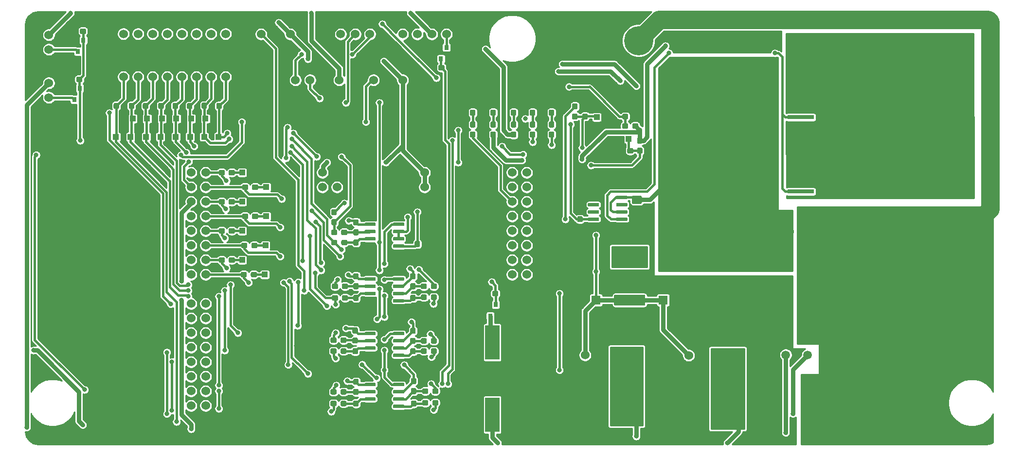
<source format=gbr>
G04 #@! TF.GenerationSoftware,KiCad,Pcbnew,(5.1.4)-1*
G04 #@! TF.CreationDate,2020-02-21T20:18:13-06:00*
G04 #@! TF.ProjectId,2020_BMSBOARD,32303230-5f42-44d5-9342-4f4152442e6b,rev?*
G04 #@! TF.SameCoordinates,Original*
G04 #@! TF.FileFunction,Copper,L1,Top*
G04 #@! TF.FilePolarity,Positive*
%FSLAX46Y46*%
G04 Gerber Fmt 4.6, Leading zero omitted, Abs format (unit mm)*
G04 Created by KiCad (PCBNEW (5.1.4)-1) date 2020-02-21 20:18:13*
%MOMM*%
%LPD*%
G04 APERTURE LIST*
%ADD10C,1.524000*%
%ADD11R,2.500000X6.000000*%
%ADD12C,0.100000*%
%ADD13C,0.600000*%
%ADD14R,1.000000X1.000000*%
%ADD15C,0.950000*%
%ADD16C,18.288000*%
%ADD17C,1.501140*%
%ADD18O,9.144000X5.588000*%
%ADD19R,4.550000X5.250000*%
%ADD20R,9.400000X10.800000*%
%ADD21R,4.600000X0.800000*%
%ADD22C,5.080000*%
%ADD23R,0.800000X0.900000*%
%ADD24C,1.925000*%
%ADD25C,1.600000*%
%ADD26R,1.600000X1.600000*%
%ADD27C,1.425000*%
%ADD28C,0.800000*%
%ADD29C,0.762000*%
%ADD30C,0.381000*%
%ADD31C,3.175000*%
%ADD32C,0.254000*%
G04 APERTURE END LIST*
D10*
X144780000Y-11938000D03*
X144780000Y-9398000D03*
X162560000Y-11938000D03*
X162560000Y-9398000D03*
X142240000Y-11938000D03*
X142240000Y-9398000D03*
X160020000Y-11938000D03*
X177800000Y-27178000D03*
X177800000Y-24638000D03*
X177800000Y-22098000D03*
X177800000Y-19558000D03*
X177800000Y-17018000D03*
X177800000Y-14478000D03*
X177800000Y-11938000D03*
X177800000Y-9398000D03*
X175260000Y-27178000D03*
X175260000Y-24638000D03*
X175260000Y-22098000D03*
X175260000Y-19558000D03*
X175260000Y-17018000D03*
X175260000Y-14478000D03*
X175260000Y-11938000D03*
X160020000Y-9398000D03*
X175260000Y-9398000D03*
X121920000Y-50038000D03*
X121920000Y-47498000D03*
X121920000Y-44958000D03*
X121920000Y-42418000D03*
X121920000Y-39878000D03*
X121920000Y-37338000D03*
X121920000Y-34798000D03*
X121920000Y-32258000D03*
X119380000Y-50038000D03*
X119380000Y-47498000D03*
X119380000Y-44958000D03*
X119380000Y-42418000D03*
X119380000Y-39878000D03*
X119380000Y-37338000D03*
X119380000Y-34798000D03*
X119380000Y-32258000D03*
X121920000Y-27178000D03*
X121920000Y-24638000D03*
X121920000Y-22098000D03*
X121920000Y-19558000D03*
X121920000Y-17018000D03*
X121920000Y-14478000D03*
X121920000Y-11938000D03*
X121920000Y-9398000D03*
X119380000Y-27178000D03*
X119380000Y-24638000D03*
X119380000Y-22098000D03*
X119380000Y-19558000D03*
X119380000Y-17018000D03*
X119380000Y-14478000D03*
X119380000Y-11938000D03*
X119380000Y-9398000D03*
X163830000Y14732000D03*
X161290000Y14732000D03*
X158750000Y14732000D03*
X156210000Y14732000D03*
X156210000Y14732000D03*
X136652000Y14732000D03*
X134112000Y14732000D03*
X131572000Y14732000D03*
X151130000Y6731000D03*
X153670000Y6731000D03*
X156210000Y6731000D03*
D11*
X171831000Y-51616000D03*
X171831000Y-39016000D03*
D10*
X137541000Y6731000D03*
X137541000Y6731000D03*
X140081000Y6731000D03*
X142621000Y6731000D03*
X145161000Y6731000D03*
D12*
G36*
X156349703Y-27640722D02*
G01*
X156364264Y-27642882D01*
X156378543Y-27646459D01*
X156392403Y-27651418D01*
X156405710Y-27657712D01*
X156418336Y-27665280D01*
X156430159Y-27674048D01*
X156441066Y-27683934D01*
X156450952Y-27694841D01*
X156459720Y-27706664D01*
X156467288Y-27719290D01*
X156473582Y-27732597D01*
X156478541Y-27746457D01*
X156482118Y-27760736D01*
X156484278Y-27775297D01*
X156485000Y-27790000D01*
X156485000Y-28090000D01*
X156484278Y-28104703D01*
X156482118Y-28119264D01*
X156478541Y-28133543D01*
X156473582Y-28147403D01*
X156467288Y-28160710D01*
X156459720Y-28173336D01*
X156450952Y-28185159D01*
X156441066Y-28196066D01*
X156430159Y-28205952D01*
X156418336Y-28214720D01*
X156405710Y-28222288D01*
X156392403Y-28228582D01*
X156378543Y-28233541D01*
X156364264Y-28237118D01*
X156349703Y-28239278D01*
X156335000Y-28240000D01*
X154685000Y-28240000D01*
X154670297Y-28239278D01*
X154655736Y-28237118D01*
X154641457Y-28233541D01*
X154627597Y-28228582D01*
X154614290Y-28222288D01*
X154601664Y-28214720D01*
X154589841Y-28205952D01*
X154578934Y-28196066D01*
X154569048Y-28185159D01*
X154560280Y-28173336D01*
X154552712Y-28160710D01*
X154546418Y-28147403D01*
X154541459Y-28133543D01*
X154537882Y-28119264D01*
X154535722Y-28104703D01*
X154535000Y-28090000D01*
X154535000Y-27790000D01*
X154535722Y-27775297D01*
X154537882Y-27760736D01*
X154541459Y-27746457D01*
X154546418Y-27732597D01*
X154552712Y-27719290D01*
X154560280Y-27706664D01*
X154569048Y-27694841D01*
X154578934Y-27683934D01*
X154589841Y-27674048D01*
X154601664Y-27665280D01*
X154614290Y-27657712D01*
X154627597Y-27651418D01*
X154641457Y-27646459D01*
X154655736Y-27642882D01*
X154670297Y-27640722D01*
X154685000Y-27640000D01*
X156335000Y-27640000D01*
X156349703Y-27640722D01*
X156349703Y-27640722D01*
G37*
D13*
X155510000Y-27940000D03*
D12*
G36*
X156349703Y-28910722D02*
G01*
X156364264Y-28912882D01*
X156378543Y-28916459D01*
X156392403Y-28921418D01*
X156405710Y-28927712D01*
X156418336Y-28935280D01*
X156430159Y-28944048D01*
X156441066Y-28953934D01*
X156450952Y-28964841D01*
X156459720Y-28976664D01*
X156467288Y-28989290D01*
X156473582Y-29002597D01*
X156478541Y-29016457D01*
X156482118Y-29030736D01*
X156484278Y-29045297D01*
X156485000Y-29060000D01*
X156485000Y-29360000D01*
X156484278Y-29374703D01*
X156482118Y-29389264D01*
X156478541Y-29403543D01*
X156473582Y-29417403D01*
X156467288Y-29430710D01*
X156459720Y-29443336D01*
X156450952Y-29455159D01*
X156441066Y-29466066D01*
X156430159Y-29475952D01*
X156418336Y-29484720D01*
X156405710Y-29492288D01*
X156392403Y-29498582D01*
X156378543Y-29503541D01*
X156364264Y-29507118D01*
X156349703Y-29509278D01*
X156335000Y-29510000D01*
X154685000Y-29510000D01*
X154670297Y-29509278D01*
X154655736Y-29507118D01*
X154641457Y-29503541D01*
X154627597Y-29498582D01*
X154614290Y-29492288D01*
X154601664Y-29484720D01*
X154589841Y-29475952D01*
X154578934Y-29466066D01*
X154569048Y-29455159D01*
X154560280Y-29443336D01*
X154552712Y-29430710D01*
X154546418Y-29417403D01*
X154541459Y-29403543D01*
X154537882Y-29389264D01*
X154535722Y-29374703D01*
X154535000Y-29360000D01*
X154535000Y-29060000D01*
X154535722Y-29045297D01*
X154537882Y-29030736D01*
X154541459Y-29016457D01*
X154546418Y-29002597D01*
X154552712Y-28989290D01*
X154560280Y-28976664D01*
X154569048Y-28964841D01*
X154578934Y-28953934D01*
X154589841Y-28944048D01*
X154601664Y-28935280D01*
X154614290Y-28927712D01*
X154627597Y-28921418D01*
X154641457Y-28916459D01*
X154655736Y-28912882D01*
X154670297Y-28910722D01*
X154685000Y-28910000D01*
X156335000Y-28910000D01*
X156349703Y-28910722D01*
X156349703Y-28910722D01*
G37*
D13*
X155510000Y-29210000D03*
D12*
G36*
X156349703Y-30180722D02*
G01*
X156364264Y-30182882D01*
X156378543Y-30186459D01*
X156392403Y-30191418D01*
X156405710Y-30197712D01*
X156418336Y-30205280D01*
X156430159Y-30214048D01*
X156441066Y-30223934D01*
X156450952Y-30234841D01*
X156459720Y-30246664D01*
X156467288Y-30259290D01*
X156473582Y-30272597D01*
X156478541Y-30286457D01*
X156482118Y-30300736D01*
X156484278Y-30315297D01*
X156485000Y-30330000D01*
X156485000Y-30630000D01*
X156484278Y-30644703D01*
X156482118Y-30659264D01*
X156478541Y-30673543D01*
X156473582Y-30687403D01*
X156467288Y-30700710D01*
X156459720Y-30713336D01*
X156450952Y-30725159D01*
X156441066Y-30736066D01*
X156430159Y-30745952D01*
X156418336Y-30754720D01*
X156405710Y-30762288D01*
X156392403Y-30768582D01*
X156378543Y-30773541D01*
X156364264Y-30777118D01*
X156349703Y-30779278D01*
X156335000Y-30780000D01*
X154685000Y-30780000D01*
X154670297Y-30779278D01*
X154655736Y-30777118D01*
X154641457Y-30773541D01*
X154627597Y-30768582D01*
X154614290Y-30762288D01*
X154601664Y-30754720D01*
X154589841Y-30745952D01*
X154578934Y-30736066D01*
X154569048Y-30725159D01*
X154560280Y-30713336D01*
X154552712Y-30700710D01*
X154546418Y-30687403D01*
X154541459Y-30673543D01*
X154537882Y-30659264D01*
X154535722Y-30644703D01*
X154535000Y-30630000D01*
X154535000Y-30330000D01*
X154535722Y-30315297D01*
X154537882Y-30300736D01*
X154541459Y-30286457D01*
X154546418Y-30272597D01*
X154552712Y-30259290D01*
X154560280Y-30246664D01*
X154569048Y-30234841D01*
X154578934Y-30223934D01*
X154589841Y-30214048D01*
X154601664Y-30205280D01*
X154614290Y-30197712D01*
X154627597Y-30191418D01*
X154641457Y-30186459D01*
X154655736Y-30182882D01*
X154670297Y-30180722D01*
X154685000Y-30180000D01*
X156335000Y-30180000D01*
X156349703Y-30180722D01*
X156349703Y-30180722D01*
G37*
D13*
X155510000Y-30480000D03*
D12*
G36*
X156349703Y-31450722D02*
G01*
X156364264Y-31452882D01*
X156378543Y-31456459D01*
X156392403Y-31461418D01*
X156405710Y-31467712D01*
X156418336Y-31475280D01*
X156430159Y-31484048D01*
X156441066Y-31493934D01*
X156450952Y-31504841D01*
X156459720Y-31516664D01*
X156467288Y-31529290D01*
X156473582Y-31542597D01*
X156478541Y-31556457D01*
X156482118Y-31570736D01*
X156484278Y-31585297D01*
X156485000Y-31600000D01*
X156485000Y-31900000D01*
X156484278Y-31914703D01*
X156482118Y-31929264D01*
X156478541Y-31943543D01*
X156473582Y-31957403D01*
X156467288Y-31970710D01*
X156459720Y-31983336D01*
X156450952Y-31995159D01*
X156441066Y-32006066D01*
X156430159Y-32015952D01*
X156418336Y-32024720D01*
X156405710Y-32032288D01*
X156392403Y-32038582D01*
X156378543Y-32043541D01*
X156364264Y-32047118D01*
X156349703Y-32049278D01*
X156335000Y-32050000D01*
X154685000Y-32050000D01*
X154670297Y-32049278D01*
X154655736Y-32047118D01*
X154641457Y-32043541D01*
X154627597Y-32038582D01*
X154614290Y-32032288D01*
X154601664Y-32024720D01*
X154589841Y-32015952D01*
X154578934Y-32006066D01*
X154569048Y-31995159D01*
X154560280Y-31983336D01*
X154552712Y-31970710D01*
X154546418Y-31957403D01*
X154541459Y-31943543D01*
X154537882Y-31929264D01*
X154535722Y-31914703D01*
X154535000Y-31900000D01*
X154535000Y-31600000D01*
X154535722Y-31585297D01*
X154537882Y-31570736D01*
X154541459Y-31556457D01*
X154546418Y-31542597D01*
X154552712Y-31529290D01*
X154560280Y-31516664D01*
X154569048Y-31504841D01*
X154578934Y-31493934D01*
X154589841Y-31484048D01*
X154601664Y-31475280D01*
X154614290Y-31467712D01*
X154627597Y-31461418D01*
X154641457Y-31456459D01*
X154655736Y-31452882D01*
X154670297Y-31450722D01*
X154685000Y-31450000D01*
X156335000Y-31450000D01*
X156349703Y-31450722D01*
X156349703Y-31450722D01*
G37*
D13*
X155510000Y-31750000D03*
D12*
G36*
X151399703Y-31450722D02*
G01*
X151414264Y-31452882D01*
X151428543Y-31456459D01*
X151442403Y-31461418D01*
X151455710Y-31467712D01*
X151468336Y-31475280D01*
X151480159Y-31484048D01*
X151491066Y-31493934D01*
X151500952Y-31504841D01*
X151509720Y-31516664D01*
X151517288Y-31529290D01*
X151523582Y-31542597D01*
X151528541Y-31556457D01*
X151532118Y-31570736D01*
X151534278Y-31585297D01*
X151535000Y-31600000D01*
X151535000Y-31900000D01*
X151534278Y-31914703D01*
X151532118Y-31929264D01*
X151528541Y-31943543D01*
X151523582Y-31957403D01*
X151517288Y-31970710D01*
X151509720Y-31983336D01*
X151500952Y-31995159D01*
X151491066Y-32006066D01*
X151480159Y-32015952D01*
X151468336Y-32024720D01*
X151455710Y-32032288D01*
X151442403Y-32038582D01*
X151428543Y-32043541D01*
X151414264Y-32047118D01*
X151399703Y-32049278D01*
X151385000Y-32050000D01*
X149735000Y-32050000D01*
X149720297Y-32049278D01*
X149705736Y-32047118D01*
X149691457Y-32043541D01*
X149677597Y-32038582D01*
X149664290Y-32032288D01*
X149651664Y-32024720D01*
X149639841Y-32015952D01*
X149628934Y-32006066D01*
X149619048Y-31995159D01*
X149610280Y-31983336D01*
X149602712Y-31970710D01*
X149596418Y-31957403D01*
X149591459Y-31943543D01*
X149587882Y-31929264D01*
X149585722Y-31914703D01*
X149585000Y-31900000D01*
X149585000Y-31600000D01*
X149585722Y-31585297D01*
X149587882Y-31570736D01*
X149591459Y-31556457D01*
X149596418Y-31542597D01*
X149602712Y-31529290D01*
X149610280Y-31516664D01*
X149619048Y-31504841D01*
X149628934Y-31493934D01*
X149639841Y-31484048D01*
X149651664Y-31475280D01*
X149664290Y-31467712D01*
X149677597Y-31461418D01*
X149691457Y-31456459D01*
X149705736Y-31452882D01*
X149720297Y-31450722D01*
X149735000Y-31450000D01*
X151385000Y-31450000D01*
X151399703Y-31450722D01*
X151399703Y-31450722D01*
G37*
D13*
X150560000Y-31750000D03*
D12*
G36*
X151399703Y-30180722D02*
G01*
X151414264Y-30182882D01*
X151428543Y-30186459D01*
X151442403Y-30191418D01*
X151455710Y-30197712D01*
X151468336Y-30205280D01*
X151480159Y-30214048D01*
X151491066Y-30223934D01*
X151500952Y-30234841D01*
X151509720Y-30246664D01*
X151517288Y-30259290D01*
X151523582Y-30272597D01*
X151528541Y-30286457D01*
X151532118Y-30300736D01*
X151534278Y-30315297D01*
X151535000Y-30330000D01*
X151535000Y-30630000D01*
X151534278Y-30644703D01*
X151532118Y-30659264D01*
X151528541Y-30673543D01*
X151523582Y-30687403D01*
X151517288Y-30700710D01*
X151509720Y-30713336D01*
X151500952Y-30725159D01*
X151491066Y-30736066D01*
X151480159Y-30745952D01*
X151468336Y-30754720D01*
X151455710Y-30762288D01*
X151442403Y-30768582D01*
X151428543Y-30773541D01*
X151414264Y-30777118D01*
X151399703Y-30779278D01*
X151385000Y-30780000D01*
X149735000Y-30780000D01*
X149720297Y-30779278D01*
X149705736Y-30777118D01*
X149691457Y-30773541D01*
X149677597Y-30768582D01*
X149664290Y-30762288D01*
X149651664Y-30754720D01*
X149639841Y-30745952D01*
X149628934Y-30736066D01*
X149619048Y-30725159D01*
X149610280Y-30713336D01*
X149602712Y-30700710D01*
X149596418Y-30687403D01*
X149591459Y-30673543D01*
X149587882Y-30659264D01*
X149585722Y-30644703D01*
X149585000Y-30630000D01*
X149585000Y-30330000D01*
X149585722Y-30315297D01*
X149587882Y-30300736D01*
X149591459Y-30286457D01*
X149596418Y-30272597D01*
X149602712Y-30259290D01*
X149610280Y-30246664D01*
X149619048Y-30234841D01*
X149628934Y-30223934D01*
X149639841Y-30214048D01*
X149651664Y-30205280D01*
X149664290Y-30197712D01*
X149677597Y-30191418D01*
X149691457Y-30186459D01*
X149705736Y-30182882D01*
X149720297Y-30180722D01*
X149735000Y-30180000D01*
X151385000Y-30180000D01*
X151399703Y-30180722D01*
X151399703Y-30180722D01*
G37*
D13*
X150560000Y-30480000D03*
D12*
G36*
X151399703Y-28910722D02*
G01*
X151414264Y-28912882D01*
X151428543Y-28916459D01*
X151442403Y-28921418D01*
X151455710Y-28927712D01*
X151468336Y-28935280D01*
X151480159Y-28944048D01*
X151491066Y-28953934D01*
X151500952Y-28964841D01*
X151509720Y-28976664D01*
X151517288Y-28989290D01*
X151523582Y-29002597D01*
X151528541Y-29016457D01*
X151532118Y-29030736D01*
X151534278Y-29045297D01*
X151535000Y-29060000D01*
X151535000Y-29360000D01*
X151534278Y-29374703D01*
X151532118Y-29389264D01*
X151528541Y-29403543D01*
X151523582Y-29417403D01*
X151517288Y-29430710D01*
X151509720Y-29443336D01*
X151500952Y-29455159D01*
X151491066Y-29466066D01*
X151480159Y-29475952D01*
X151468336Y-29484720D01*
X151455710Y-29492288D01*
X151442403Y-29498582D01*
X151428543Y-29503541D01*
X151414264Y-29507118D01*
X151399703Y-29509278D01*
X151385000Y-29510000D01*
X149735000Y-29510000D01*
X149720297Y-29509278D01*
X149705736Y-29507118D01*
X149691457Y-29503541D01*
X149677597Y-29498582D01*
X149664290Y-29492288D01*
X149651664Y-29484720D01*
X149639841Y-29475952D01*
X149628934Y-29466066D01*
X149619048Y-29455159D01*
X149610280Y-29443336D01*
X149602712Y-29430710D01*
X149596418Y-29417403D01*
X149591459Y-29403543D01*
X149587882Y-29389264D01*
X149585722Y-29374703D01*
X149585000Y-29360000D01*
X149585000Y-29060000D01*
X149585722Y-29045297D01*
X149587882Y-29030736D01*
X149591459Y-29016457D01*
X149596418Y-29002597D01*
X149602712Y-28989290D01*
X149610280Y-28976664D01*
X149619048Y-28964841D01*
X149628934Y-28953934D01*
X149639841Y-28944048D01*
X149651664Y-28935280D01*
X149664290Y-28927712D01*
X149677597Y-28921418D01*
X149691457Y-28916459D01*
X149705736Y-28912882D01*
X149720297Y-28910722D01*
X149735000Y-28910000D01*
X151385000Y-28910000D01*
X151399703Y-28910722D01*
X151399703Y-28910722D01*
G37*
D13*
X150560000Y-29210000D03*
D12*
G36*
X151399703Y-27640722D02*
G01*
X151414264Y-27642882D01*
X151428543Y-27646459D01*
X151442403Y-27651418D01*
X151455710Y-27657712D01*
X151468336Y-27665280D01*
X151480159Y-27674048D01*
X151491066Y-27683934D01*
X151500952Y-27694841D01*
X151509720Y-27706664D01*
X151517288Y-27719290D01*
X151523582Y-27732597D01*
X151528541Y-27746457D01*
X151532118Y-27760736D01*
X151534278Y-27775297D01*
X151535000Y-27790000D01*
X151535000Y-28090000D01*
X151534278Y-28104703D01*
X151532118Y-28119264D01*
X151528541Y-28133543D01*
X151523582Y-28147403D01*
X151517288Y-28160710D01*
X151509720Y-28173336D01*
X151500952Y-28185159D01*
X151491066Y-28196066D01*
X151480159Y-28205952D01*
X151468336Y-28214720D01*
X151455710Y-28222288D01*
X151442403Y-28228582D01*
X151428543Y-28233541D01*
X151414264Y-28237118D01*
X151399703Y-28239278D01*
X151385000Y-28240000D01*
X149735000Y-28240000D01*
X149720297Y-28239278D01*
X149705736Y-28237118D01*
X149691457Y-28233541D01*
X149677597Y-28228582D01*
X149664290Y-28222288D01*
X149651664Y-28214720D01*
X149639841Y-28205952D01*
X149628934Y-28196066D01*
X149619048Y-28185159D01*
X149610280Y-28173336D01*
X149602712Y-28160710D01*
X149596418Y-28147403D01*
X149591459Y-28133543D01*
X149587882Y-28119264D01*
X149585722Y-28104703D01*
X149585000Y-28090000D01*
X149585000Y-27790000D01*
X149585722Y-27775297D01*
X149587882Y-27760736D01*
X149591459Y-27746457D01*
X149596418Y-27732597D01*
X149602712Y-27719290D01*
X149610280Y-27706664D01*
X149619048Y-27694841D01*
X149628934Y-27683934D01*
X149639841Y-27674048D01*
X149651664Y-27665280D01*
X149664290Y-27657712D01*
X149677597Y-27651418D01*
X149691457Y-27646459D01*
X149705736Y-27642882D01*
X149720297Y-27640722D01*
X149735000Y-27640000D01*
X151385000Y-27640000D01*
X151399703Y-27640722D01*
X151399703Y-27640722D01*
G37*
D13*
X150560000Y-27940000D03*
D12*
G36*
X156349703Y-46055722D02*
G01*
X156364264Y-46057882D01*
X156378543Y-46061459D01*
X156392403Y-46066418D01*
X156405710Y-46072712D01*
X156418336Y-46080280D01*
X156430159Y-46089048D01*
X156441066Y-46098934D01*
X156450952Y-46109841D01*
X156459720Y-46121664D01*
X156467288Y-46134290D01*
X156473582Y-46147597D01*
X156478541Y-46161457D01*
X156482118Y-46175736D01*
X156484278Y-46190297D01*
X156485000Y-46205000D01*
X156485000Y-46505000D01*
X156484278Y-46519703D01*
X156482118Y-46534264D01*
X156478541Y-46548543D01*
X156473582Y-46562403D01*
X156467288Y-46575710D01*
X156459720Y-46588336D01*
X156450952Y-46600159D01*
X156441066Y-46611066D01*
X156430159Y-46620952D01*
X156418336Y-46629720D01*
X156405710Y-46637288D01*
X156392403Y-46643582D01*
X156378543Y-46648541D01*
X156364264Y-46652118D01*
X156349703Y-46654278D01*
X156335000Y-46655000D01*
X154685000Y-46655000D01*
X154670297Y-46654278D01*
X154655736Y-46652118D01*
X154641457Y-46648541D01*
X154627597Y-46643582D01*
X154614290Y-46637288D01*
X154601664Y-46629720D01*
X154589841Y-46620952D01*
X154578934Y-46611066D01*
X154569048Y-46600159D01*
X154560280Y-46588336D01*
X154552712Y-46575710D01*
X154546418Y-46562403D01*
X154541459Y-46548543D01*
X154537882Y-46534264D01*
X154535722Y-46519703D01*
X154535000Y-46505000D01*
X154535000Y-46205000D01*
X154535722Y-46190297D01*
X154537882Y-46175736D01*
X154541459Y-46161457D01*
X154546418Y-46147597D01*
X154552712Y-46134290D01*
X154560280Y-46121664D01*
X154569048Y-46109841D01*
X154578934Y-46098934D01*
X154589841Y-46089048D01*
X154601664Y-46080280D01*
X154614290Y-46072712D01*
X154627597Y-46066418D01*
X154641457Y-46061459D01*
X154655736Y-46057882D01*
X154670297Y-46055722D01*
X154685000Y-46055000D01*
X156335000Y-46055000D01*
X156349703Y-46055722D01*
X156349703Y-46055722D01*
G37*
D13*
X155510000Y-46355000D03*
D12*
G36*
X156349703Y-47325722D02*
G01*
X156364264Y-47327882D01*
X156378543Y-47331459D01*
X156392403Y-47336418D01*
X156405710Y-47342712D01*
X156418336Y-47350280D01*
X156430159Y-47359048D01*
X156441066Y-47368934D01*
X156450952Y-47379841D01*
X156459720Y-47391664D01*
X156467288Y-47404290D01*
X156473582Y-47417597D01*
X156478541Y-47431457D01*
X156482118Y-47445736D01*
X156484278Y-47460297D01*
X156485000Y-47475000D01*
X156485000Y-47775000D01*
X156484278Y-47789703D01*
X156482118Y-47804264D01*
X156478541Y-47818543D01*
X156473582Y-47832403D01*
X156467288Y-47845710D01*
X156459720Y-47858336D01*
X156450952Y-47870159D01*
X156441066Y-47881066D01*
X156430159Y-47890952D01*
X156418336Y-47899720D01*
X156405710Y-47907288D01*
X156392403Y-47913582D01*
X156378543Y-47918541D01*
X156364264Y-47922118D01*
X156349703Y-47924278D01*
X156335000Y-47925000D01*
X154685000Y-47925000D01*
X154670297Y-47924278D01*
X154655736Y-47922118D01*
X154641457Y-47918541D01*
X154627597Y-47913582D01*
X154614290Y-47907288D01*
X154601664Y-47899720D01*
X154589841Y-47890952D01*
X154578934Y-47881066D01*
X154569048Y-47870159D01*
X154560280Y-47858336D01*
X154552712Y-47845710D01*
X154546418Y-47832403D01*
X154541459Y-47818543D01*
X154537882Y-47804264D01*
X154535722Y-47789703D01*
X154535000Y-47775000D01*
X154535000Y-47475000D01*
X154535722Y-47460297D01*
X154537882Y-47445736D01*
X154541459Y-47431457D01*
X154546418Y-47417597D01*
X154552712Y-47404290D01*
X154560280Y-47391664D01*
X154569048Y-47379841D01*
X154578934Y-47368934D01*
X154589841Y-47359048D01*
X154601664Y-47350280D01*
X154614290Y-47342712D01*
X154627597Y-47336418D01*
X154641457Y-47331459D01*
X154655736Y-47327882D01*
X154670297Y-47325722D01*
X154685000Y-47325000D01*
X156335000Y-47325000D01*
X156349703Y-47325722D01*
X156349703Y-47325722D01*
G37*
D13*
X155510000Y-47625000D03*
D12*
G36*
X156349703Y-48595722D02*
G01*
X156364264Y-48597882D01*
X156378543Y-48601459D01*
X156392403Y-48606418D01*
X156405710Y-48612712D01*
X156418336Y-48620280D01*
X156430159Y-48629048D01*
X156441066Y-48638934D01*
X156450952Y-48649841D01*
X156459720Y-48661664D01*
X156467288Y-48674290D01*
X156473582Y-48687597D01*
X156478541Y-48701457D01*
X156482118Y-48715736D01*
X156484278Y-48730297D01*
X156485000Y-48745000D01*
X156485000Y-49045000D01*
X156484278Y-49059703D01*
X156482118Y-49074264D01*
X156478541Y-49088543D01*
X156473582Y-49102403D01*
X156467288Y-49115710D01*
X156459720Y-49128336D01*
X156450952Y-49140159D01*
X156441066Y-49151066D01*
X156430159Y-49160952D01*
X156418336Y-49169720D01*
X156405710Y-49177288D01*
X156392403Y-49183582D01*
X156378543Y-49188541D01*
X156364264Y-49192118D01*
X156349703Y-49194278D01*
X156335000Y-49195000D01*
X154685000Y-49195000D01*
X154670297Y-49194278D01*
X154655736Y-49192118D01*
X154641457Y-49188541D01*
X154627597Y-49183582D01*
X154614290Y-49177288D01*
X154601664Y-49169720D01*
X154589841Y-49160952D01*
X154578934Y-49151066D01*
X154569048Y-49140159D01*
X154560280Y-49128336D01*
X154552712Y-49115710D01*
X154546418Y-49102403D01*
X154541459Y-49088543D01*
X154537882Y-49074264D01*
X154535722Y-49059703D01*
X154535000Y-49045000D01*
X154535000Y-48745000D01*
X154535722Y-48730297D01*
X154537882Y-48715736D01*
X154541459Y-48701457D01*
X154546418Y-48687597D01*
X154552712Y-48674290D01*
X154560280Y-48661664D01*
X154569048Y-48649841D01*
X154578934Y-48638934D01*
X154589841Y-48629048D01*
X154601664Y-48620280D01*
X154614290Y-48612712D01*
X154627597Y-48606418D01*
X154641457Y-48601459D01*
X154655736Y-48597882D01*
X154670297Y-48595722D01*
X154685000Y-48595000D01*
X156335000Y-48595000D01*
X156349703Y-48595722D01*
X156349703Y-48595722D01*
G37*
D13*
X155510000Y-48895000D03*
D12*
G36*
X156349703Y-49865722D02*
G01*
X156364264Y-49867882D01*
X156378543Y-49871459D01*
X156392403Y-49876418D01*
X156405710Y-49882712D01*
X156418336Y-49890280D01*
X156430159Y-49899048D01*
X156441066Y-49908934D01*
X156450952Y-49919841D01*
X156459720Y-49931664D01*
X156467288Y-49944290D01*
X156473582Y-49957597D01*
X156478541Y-49971457D01*
X156482118Y-49985736D01*
X156484278Y-50000297D01*
X156485000Y-50015000D01*
X156485000Y-50315000D01*
X156484278Y-50329703D01*
X156482118Y-50344264D01*
X156478541Y-50358543D01*
X156473582Y-50372403D01*
X156467288Y-50385710D01*
X156459720Y-50398336D01*
X156450952Y-50410159D01*
X156441066Y-50421066D01*
X156430159Y-50430952D01*
X156418336Y-50439720D01*
X156405710Y-50447288D01*
X156392403Y-50453582D01*
X156378543Y-50458541D01*
X156364264Y-50462118D01*
X156349703Y-50464278D01*
X156335000Y-50465000D01*
X154685000Y-50465000D01*
X154670297Y-50464278D01*
X154655736Y-50462118D01*
X154641457Y-50458541D01*
X154627597Y-50453582D01*
X154614290Y-50447288D01*
X154601664Y-50439720D01*
X154589841Y-50430952D01*
X154578934Y-50421066D01*
X154569048Y-50410159D01*
X154560280Y-50398336D01*
X154552712Y-50385710D01*
X154546418Y-50372403D01*
X154541459Y-50358543D01*
X154537882Y-50344264D01*
X154535722Y-50329703D01*
X154535000Y-50315000D01*
X154535000Y-50015000D01*
X154535722Y-50000297D01*
X154537882Y-49985736D01*
X154541459Y-49971457D01*
X154546418Y-49957597D01*
X154552712Y-49944290D01*
X154560280Y-49931664D01*
X154569048Y-49919841D01*
X154578934Y-49908934D01*
X154589841Y-49899048D01*
X154601664Y-49890280D01*
X154614290Y-49882712D01*
X154627597Y-49876418D01*
X154641457Y-49871459D01*
X154655736Y-49867882D01*
X154670297Y-49865722D01*
X154685000Y-49865000D01*
X156335000Y-49865000D01*
X156349703Y-49865722D01*
X156349703Y-49865722D01*
G37*
D13*
X155510000Y-50165000D03*
D12*
G36*
X151399703Y-49865722D02*
G01*
X151414264Y-49867882D01*
X151428543Y-49871459D01*
X151442403Y-49876418D01*
X151455710Y-49882712D01*
X151468336Y-49890280D01*
X151480159Y-49899048D01*
X151491066Y-49908934D01*
X151500952Y-49919841D01*
X151509720Y-49931664D01*
X151517288Y-49944290D01*
X151523582Y-49957597D01*
X151528541Y-49971457D01*
X151532118Y-49985736D01*
X151534278Y-50000297D01*
X151535000Y-50015000D01*
X151535000Y-50315000D01*
X151534278Y-50329703D01*
X151532118Y-50344264D01*
X151528541Y-50358543D01*
X151523582Y-50372403D01*
X151517288Y-50385710D01*
X151509720Y-50398336D01*
X151500952Y-50410159D01*
X151491066Y-50421066D01*
X151480159Y-50430952D01*
X151468336Y-50439720D01*
X151455710Y-50447288D01*
X151442403Y-50453582D01*
X151428543Y-50458541D01*
X151414264Y-50462118D01*
X151399703Y-50464278D01*
X151385000Y-50465000D01*
X149735000Y-50465000D01*
X149720297Y-50464278D01*
X149705736Y-50462118D01*
X149691457Y-50458541D01*
X149677597Y-50453582D01*
X149664290Y-50447288D01*
X149651664Y-50439720D01*
X149639841Y-50430952D01*
X149628934Y-50421066D01*
X149619048Y-50410159D01*
X149610280Y-50398336D01*
X149602712Y-50385710D01*
X149596418Y-50372403D01*
X149591459Y-50358543D01*
X149587882Y-50344264D01*
X149585722Y-50329703D01*
X149585000Y-50315000D01*
X149585000Y-50015000D01*
X149585722Y-50000297D01*
X149587882Y-49985736D01*
X149591459Y-49971457D01*
X149596418Y-49957597D01*
X149602712Y-49944290D01*
X149610280Y-49931664D01*
X149619048Y-49919841D01*
X149628934Y-49908934D01*
X149639841Y-49899048D01*
X149651664Y-49890280D01*
X149664290Y-49882712D01*
X149677597Y-49876418D01*
X149691457Y-49871459D01*
X149705736Y-49867882D01*
X149720297Y-49865722D01*
X149735000Y-49865000D01*
X151385000Y-49865000D01*
X151399703Y-49865722D01*
X151399703Y-49865722D01*
G37*
D13*
X150560000Y-50165000D03*
D12*
G36*
X151399703Y-48595722D02*
G01*
X151414264Y-48597882D01*
X151428543Y-48601459D01*
X151442403Y-48606418D01*
X151455710Y-48612712D01*
X151468336Y-48620280D01*
X151480159Y-48629048D01*
X151491066Y-48638934D01*
X151500952Y-48649841D01*
X151509720Y-48661664D01*
X151517288Y-48674290D01*
X151523582Y-48687597D01*
X151528541Y-48701457D01*
X151532118Y-48715736D01*
X151534278Y-48730297D01*
X151535000Y-48745000D01*
X151535000Y-49045000D01*
X151534278Y-49059703D01*
X151532118Y-49074264D01*
X151528541Y-49088543D01*
X151523582Y-49102403D01*
X151517288Y-49115710D01*
X151509720Y-49128336D01*
X151500952Y-49140159D01*
X151491066Y-49151066D01*
X151480159Y-49160952D01*
X151468336Y-49169720D01*
X151455710Y-49177288D01*
X151442403Y-49183582D01*
X151428543Y-49188541D01*
X151414264Y-49192118D01*
X151399703Y-49194278D01*
X151385000Y-49195000D01*
X149735000Y-49195000D01*
X149720297Y-49194278D01*
X149705736Y-49192118D01*
X149691457Y-49188541D01*
X149677597Y-49183582D01*
X149664290Y-49177288D01*
X149651664Y-49169720D01*
X149639841Y-49160952D01*
X149628934Y-49151066D01*
X149619048Y-49140159D01*
X149610280Y-49128336D01*
X149602712Y-49115710D01*
X149596418Y-49102403D01*
X149591459Y-49088543D01*
X149587882Y-49074264D01*
X149585722Y-49059703D01*
X149585000Y-49045000D01*
X149585000Y-48745000D01*
X149585722Y-48730297D01*
X149587882Y-48715736D01*
X149591459Y-48701457D01*
X149596418Y-48687597D01*
X149602712Y-48674290D01*
X149610280Y-48661664D01*
X149619048Y-48649841D01*
X149628934Y-48638934D01*
X149639841Y-48629048D01*
X149651664Y-48620280D01*
X149664290Y-48612712D01*
X149677597Y-48606418D01*
X149691457Y-48601459D01*
X149705736Y-48597882D01*
X149720297Y-48595722D01*
X149735000Y-48595000D01*
X151385000Y-48595000D01*
X151399703Y-48595722D01*
X151399703Y-48595722D01*
G37*
D13*
X150560000Y-48895000D03*
D12*
G36*
X151399703Y-47325722D02*
G01*
X151414264Y-47327882D01*
X151428543Y-47331459D01*
X151442403Y-47336418D01*
X151455710Y-47342712D01*
X151468336Y-47350280D01*
X151480159Y-47359048D01*
X151491066Y-47368934D01*
X151500952Y-47379841D01*
X151509720Y-47391664D01*
X151517288Y-47404290D01*
X151523582Y-47417597D01*
X151528541Y-47431457D01*
X151532118Y-47445736D01*
X151534278Y-47460297D01*
X151535000Y-47475000D01*
X151535000Y-47775000D01*
X151534278Y-47789703D01*
X151532118Y-47804264D01*
X151528541Y-47818543D01*
X151523582Y-47832403D01*
X151517288Y-47845710D01*
X151509720Y-47858336D01*
X151500952Y-47870159D01*
X151491066Y-47881066D01*
X151480159Y-47890952D01*
X151468336Y-47899720D01*
X151455710Y-47907288D01*
X151442403Y-47913582D01*
X151428543Y-47918541D01*
X151414264Y-47922118D01*
X151399703Y-47924278D01*
X151385000Y-47925000D01*
X149735000Y-47925000D01*
X149720297Y-47924278D01*
X149705736Y-47922118D01*
X149691457Y-47918541D01*
X149677597Y-47913582D01*
X149664290Y-47907288D01*
X149651664Y-47899720D01*
X149639841Y-47890952D01*
X149628934Y-47881066D01*
X149619048Y-47870159D01*
X149610280Y-47858336D01*
X149602712Y-47845710D01*
X149596418Y-47832403D01*
X149591459Y-47818543D01*
X149587882Y-47804264D01*
X149585722Y-47789703D01*
X149585000Y-47775000D01*
X149585000Y-47475000D01*
X149585722Y-47460297D01*
X149587882Y-47445736D01*
X149591459Y-47431457D01*
X149596418Y-47417597D01*
X149602712Y-47404290D01*
X149610280Y-47391664D01*
X149619048Y-47379841D01*
X149628934Y-47368934D01*
X149639841Y-47359048D01*
X149651664Y-47350280D01*
X149664290Y-47342712D01*
X149677597Y-47336418D01*
X149691457Y-47331459D01*
X149705736Y-47327882D01*
X149720297Y-47325722D01*
X149735000Y-47325000D01*
X151385000Y-47325000D01*
X151399703Y-47325722D01*
X151399703Y-47325722D01*
G37*
D13*
X150560000Y-47625000D03*
D12*
G36*
X151399703Y-46055722D02*
G01*
X151414264Y-46057882D01*
X151428543Y-46061459D01*
X151442403Y-46066418D01*
X151455710Y-46072712D01*
X151468336Y-46080280D01*
X151480159Y-46089048D01*
X151491066Y-46098934D01*
X151500952Y-46109841D01*
X151509720Y-46121664D01*
X151517288Y-46134290D01*
X151523582Y-46147597D01*
X151528541Y-46161457D01*
X151532118Y-46175736D01*
X151534278Y-46190297D01*
X151535000Y-46205000D01*
X151535000Y-46505000D01*
X151534278Y-46519703D01*
X151532118Y-46534264D01*
X151528541Y-46548543D01*
X151523582Y-46562403D01*
X151517288Y-46575710D01*
X151509720Y-46588336D01*
X151500952Y-46600159D01*
X151491066Y-46611066D01*
X151480159Y-46620952D01*
X151468336Y-46629720D01*
X151455710Y-46637288D01*
X151442403Y-46643582D01*
X151428543Y-46648541D01*
X151414264Y-46652118D01*
X151399703Y-46654278D01*
X151385000Y-46655000D01*
X149735000Y-46655000D01*
X149720297Y-46654278D01*
X149705736Y-46652118D01*
X149691457Y-46648541D01*
X149677597Y-46643582D01*
X149664290Y-46637288D01*
X149651664Y-46629720D01*
X149639841Y-46620952D01*
X149628934Y-46611066D01*
X149619048Y-46600159D01*
X149610280Y-46588336D01*
X149602712Y-46575710D01*
X149596418Y-46562403D01*
X149591459Y-46548543D01*
X149587882Y-46534264D01*
X149585722Y-46519703D01*
X149585000Y-46505000D01*
X149585000Y-46205000D01*
X149585722Y-46190297D01*
X149587882Y-46175736D01*
X149591459Y-46161457D01*
X149596418Y-46147597D01*
X149602712Y-46134290D01*
X149610280Y-46121664D01*
X149619048Y-46109841D01*
X149628934Y-46098934D01*
X149639841Y-46089048D01*
X149651664Y-46080280D01*
X149664290Y-46072712D01*
X149677597Y-46066418D01*
X149691457Y-46061459D01*
X149705736Y-46057882D01*
X149720297Y-46055722D01*
X149735000Y-46055000D01*
X151385000Y-46055000D01*
X151399703Y-46055722D01*
X151399703Y-46055722D01*
G37*
D13*
X150560000Y-46355000D03*
D14*
X124166000Y-3175000D03*
X121666000Y-3175000D03*
X121900000Y0D03*
X119400000Y0D03*
X119213000Y-3175000D03*
X116713000Y-3175000D03*
X116820000Y0D03*
X114320000Y0D03*
X114046000Y-3175000D03*
X111546000Y-3175000D03*
X111740000Y0D03*
X109240000Y0D03*
X108819000Y-3175000D03*
X106319000Y-3175000D03*
D10*
X94615000Y3683000D03*
X94615000Y6223000D03*
X105079800Y7289800D03*
X107619800Y7289800D03*
X110159800Y7289800D03*
X112699800Y7289800D03*
X115239800Y7289800D03*
X117779800Y7289800D03*
X120319800Y7289800D03*
X122859800Y7289800D03*
X125399800Y7289800D03*
D12*
G36*
X161953779Y-38261144D02*
G01*
X161976834Y-38264563D01*
X161999443Y-38270227D01*
X162021387Y-38278079D01*
X162042457Y-38288044D01*
X162062448Y-38300026D01*
X162081168Y-38313910D01*
X162098438Y-38329562D01*
X162114090Y-38346832D01*
X162127974Y-38365552D01*
X162139956Y-38385543D01*
X162149921Y-38406613D01*
X162157773Y-38428557D01*
X162163437Y-38451166D01*
X162166856Y-38474221D01*
X162168000Y-38497500D01*
X162168000Y-38972500D01*
X162166856Y-38995779D01*
X162163437Y-39018834D01*
X162157773Y-39041443D01*
X162149921Y-39063387D01*
X162139956Y-39084457D01*
X162127974Y-39104448D01*
X162114090Y-39123168D01*
X162098438Y-39140438D01*
X162081168Y-39156090D01*
X162062448Y-39169974D01*
X162042457Y-39181956D01*
X162021387Y-39191921D01*
X161999443Y-39199773D01*
X161976834Y-39205437D01*
X161953779Y-39208856D01*
X161930500Y-39210000D01*
X161355500Y-39210000D01*
X161332221Y-39208856D01*
X161309166Y-39205437D01*
X161286557Y-39199773D01*
X161264613Y-39191921D01*
X161243543Y-39181956D01*
X161223552Y-39169974D01*
X161204832Y-39156090D01*
X161187562Y-39140438D01*
X161171910Y-39123168D01*
X161158026Y-39104448D01*
X161146044Y-39084457D01*
X161136079Y-39063387D01*
X161128227Y-39041443D01*
X161122563Y-39018834D01*
X161119144Y-38995779D01*
X161118000Y-38972500D01*
X161118000Y-38497500D01*
X161119144Y-38474221D01*
X161122563Y-38451166D01*
X161128227Y-38428557D01*
X161136079Y-38406613D01*
X161146044Y-38385543D01*
X161158026Y-38365552D01*
X161171910Y-38346832D01*
X161187562Y-38329562D01*
X161204832Y-38313910D01*
X161223552Y-38300026D01*
X161243543Y-38288044D01*
X161264613Y-38278079D01*
X161286557Y-38270227D01*
X161309166Y-38264563D01*
X161332221Y-38261144D01*
X161355500Y-38260000D01*
X161930500Y-38260000D01*
X161953779Y-38261144D01*
X161953779Y-38261144D01*
G37*
D15*
X161643000Y-38735000D03*
D12*
G36*
X160203779Y-38261144D02*
G01*
X160226834Y-38264563D01*
X160249443Y-38270227D01*
X160271387Y-38278079D01*
X160292457Y-38288044D01*
X160312448Y-38300026D01*
X160331168Y-38313910D01*
X160348438Y-38329562D01*
X160364090Y-38346832D01*
X160377974Y-38365552D01*
X160389956Y-38385543D01*
X160399921Y-38406613D01*
X160407773Y-38428557D01*
X160413437Y-38451166D01*
X160416856Y-38474221D01*
X160418000Y-38497500D01*
X160418000Y-38972500D01*
X160416856Y-38995779D01*
X160413437Y-39018834D01*
X160407773Y-39041443D01*
X160399921Y-39063387D01*
X160389956Y-39084457D01*
X160377974Y-39104448D01*
X160364090Y-39123168D01*
X160348438Y-39140438D01*
X160331168Y-39156090D01*
X160312448Y-39169974D01*
X160292457Y-39181956D01*
X160271387Y-39191921D01*
X160249443Y-39199773D01*
X160226834Y-39205437D01*
X160203779Y-39208856D01*
X160180500Y-39210000D01*
X159605500Y-39210000D01*
X159582221Y-39208856D01*
X159559166Y-39205437D01*
X159536557Y-39199773D01*
X159514613Y-39191921D01*
X159493543Y-39181956D01*
X159473552Y-39169974D01*
X159454832Y-39156090D01*
X159437562Y-39140438D01*
X159421910Y-39123168D01*
X159408026Y-39104448D01*
X159396044Y-39084457D01*
X159386079Y-39063387D01*
X159378227Y-39041443D01*
X159372563Y-39018834D01*
X159369144Y-38995779D01*
X159368000Y-38972500D01*
X159368000Y-38497500D01*
X159369144Y-38474221D01*
X159372563Y-38451166D01*
X159378227Y-38428557D01*
X159386079Y-38406613D01*
X159396044Y-38385543D01*
X159408026Y-38365552D01*
X159421910Y-38346832D01*
X159437562Y-38329562D01*
X159454832Y-38313910D01*
X159473552Y-38300026D01*
X159493543Y-38288044D01*
X159514613Y-38278079D01*
X159536557Y-38270227D01*
X159559166Y-38264563D01*
X159582221Y-38261144D01*
X159605500Y-38260000D01*
X160180500Y-38260000D01*
X160203779Y-38261144D01*
X160203779Y-38261144D01*
G37*
D15*
X159893000Y-38735000D03*
D12*
G36*
X156349703Y-18115722D02*
G01*
X156364264Y-18117882D01*
X156378543Y-18121459D01*
X156392403Y-18126418D01*
X156405710Y-18132712D01*
X156418336Y-18140280D01*
X156430159Y-18149048D01*
X156441066Y-18158934D01*
X156450952Y-18169841D01*
X156459720Y-18181664D01*
X156467288Y-18194290D01*
X156473582Y-18207597D01*
X156478541Y-18221457D01*
X156482118Y-18235736D01*
X156484278Y-18250297D01*
X156485000Y-18265000D01*
X156485000Y-18565000D01*
X156484278Y-18579703D01*
X156482118Y-18594264D01*
X156478541Y-18608543D01*
X156473582Y-18622403D01*
X156467288Y-18635710D01*
X156459720Y-18648336D01*
X156450952Y-18660159D01*
X156441066Y-18671066D01*
X156430159Y-18680952D01*
X156418336Y-18689720D01*
X156405710Y-18697288D01*
X156392403Y-18703582D01*
X156378543Y-18708541D01*
X156364264Y-18712118D01*
X156349703Y-18714278D01*
X156335000Y-18715000D01*
X154685000Y-18715000D01*
X154670297Y-18714278D01*
X154655736Y-18712118D01*
X154641457Y-18708541D01*
X154627597Y-18703582D01*
X154614290Y-18697288D01*
X154601664Y-18689720D01*
X154589841Y-18680952D01*
X154578934Y-18671066D01*
X154569048Y-18660159D01*
X154560280Y-18648336D01*
X154552712Y-18635710D01*
X154546418Y-18622403D01*
X154541459Y-18608543D01*
X154537882Y-18594264D01*
X154535722Y-18579703D01*
X154535000Y-18565000D01*
X154535000Y-18265000D01*
X154535722Y-18250297D01*
X154537882Y-18235736D01*
X154541459Y-18221457D01*
X154546418Y-18207597D01*
X154552712Y-18194290D01*
X154560280Y-18181664D01*
X154569048Y-18169841D01*
X154578934Y-18158934D01*
X154589841Y-18149048D01*
X154601664Y-18140280D01*
X154614290Y-18132712D01*
X154627597Y-18126418D01*
X154641457Y-18121459D01*
X154655736Y-18117882D01*
X154670297Y-18115722D01*
X154685000Y-18115000D01*
X156335000Y-18115000D01*
X156349703Y-18115722D01*
X156349703Y-18115722D01*
G37*
D13*
X155510000Y-18415000D03*
D12*
G36*
X156349703Y-19385722D02*
G01*
X156364264Y-19387882D01*
X156378543Y-19391459D01*
X156392403Y-19396418D01*
X156405710Y-19402712D01*
X156418336Y-19410280D01*
X156430159Y-19419048D01*
X156441066Y-19428934D01*
X156450952Y-19439841D01*
X156459720Y-19451664D01*
X156467288Y-19464290D01*
X156473582Y-19477597D01*
X156478541Y-19491457D01*
X156482118Y-19505736D01*
X156484278Y-19520297D01*
X156485000Y-19535000D01*
X156485000Y-19835000D01*
X156484278Y-19849703D01*
X156482118Y-19864264D01*
X156478541Y-19878543D01*
X156473582Y-19892403D01*
X156467288Y-19905710D01*
X156459720Y-19918336D01*
X156450952Y-19930159D01*
X156441066Y-19941066D01*
X156430159Y-19950952D01*
X156418336Y-19959720D01*
X156405710Y-19967288D01*
X156392403Y-19973582D01*
X156378543Y-19978541D01*
X156364264Y-19982118D01*
X156349703Y-19984278D01*
X156335000Y-19985000D01*
X154685000Y-19985000D01*
X154670297Y-19984278D01*
X154655736Y-19982118D01*
X154641457Y-19978541D01*
X154627597Y-19973582D01*
X154614290Y-19967288D01*
X154601664Y-19959720D01*
X154589841Y-19950952D01*
X154578934Y-19941066D01*
X154569048Y-19930159D01*
X154560280Y-19918336D01*
X154552712Y-19905710D01*
X154546418Y-19892403D01*
X154541459Y-19878543D01*
X154537882Y-19864264D01*
X154535722Y-19849703D01*
X154535000Y-19835000D01*
X154535000Y-19535000D01*
X154535722Y-19520297D01*
X154537882Y-19505736D01*
X154541459Y-19491457D01*
X154546418Y-19477597D01*
X154552712Y-19464290D01*
X154560280Y-19451664D01*
X154569048Y-19439841D01*
X154578934Y-19428934D01*
X154589841Y-19419048D01*
X154601664Y-19410280D01*
X154614290Y-19402712D01*
X154627597Y-19396418D01*
X154641457Y-19391459D01*
X154655736Y-19387882D01*
X154670297Y-19385722D01*
X154685000Y-19385000D01*
X156335000Y-19385000D01*
X156349703Y-19385722D01*
X156349703Y-19385722D01*
G37*
D13*
X155510000Y-19685000D03*
D12*
G36*
X156349703Y-20655722D02*
G01*
X156364264Y-20657882D01*
X156378543Y-20661459D01*
X156392403Y-20666418D01*
X156405710Y-20672712D01*
X156418336Y-20680280D01*
X156430159Y-20689048D01*
X156441066Y-20698934D01*
X156450952Y-20709841D01*
X156459720Y-20721664D01*
X156467288Y-20734290D01*
X156473582Y-20747597D01*
X156478541Y-20761457D01*
X156482118Y-20775736D01*
X156484278Y-20790297D01*
X156485000Y-20805000D01*
X156485000Y-21105000D01*
X156484278Y-21119703D01*
X156482118Y-21134264D01*
X156478541Y-21148543D01*
X156473582Y-21162403D01*
X156467288Y-21175710D01*
X156459720Y-21188336D01*
X156450952Y-21200159D01*
X156441066Y-21211066D01*
X156430159Y-21220952D01*
X156418336Y-21229720D01*
X156405710Y-21237288D01*
X156392403Y-21243582D01*
X156378543Y-21248541D01*
X156364264Y-21252118D01*
X156349703Y-21254278D01*
X156335000Y-21255000D01*
X154685000Y-21255000D01*
X154670297Y-21254278D01*
X154655736Y-21252118D01*
X154641457Y-21248541D01*
X154627597Y-21243582D01*
X154614290Y-21237288D01*
X154601664Y-21229720D01*
X154589841Y-21220952D01*
X154578934Y-21211066D01*
X154569048Y-21200159D01*
X154560280Y-21188336D01*
X154552712Y-21175710D01*
X154546418Y-21162403D01*
X154541459Y-21148543D01*
X154537882Y-21134264D01*
X154535722Y-21119703D01*
X154535000Y-21105000D01*
X154535000Y-20805000D01*
X154535722Y-20790297D01*
X154537882Y-20775736D01*
X154541459Y-20761457D01*
X154546418Y-20747597D01*
X154552712Y-20734290D01*
X154560280Y-20721664D01*
X154569048Y-20709841D01*
X154578934Y-20698934D01*
X154589841Y-20689048D01*
X154601664Y-20680280D01*
X154614290Y-20672712D01*
X154627597Y-20666418D01*
X154641457Y-20661459D01*
X154655736Y-20657882D01*
X154670297Y-20655722D01*
X154685000Y-20655000D01*
X156335000Y-20655000D01*
X156349703Y-20655722D01*
X156349703Y-20655722D01*
G37*
D13*
X155510000Y-20955000D03*
D12*
G36*
X156349703Y-21925722D02*
G01*
X156364264Y-21927882D01*
X156378543Y-21931459D01*
X156392403Y-21936418D01*
X156405710Y-21942712D01*
X156418336Y-21950280D01*
X156430159Y-21959048D01*
X156441066Y-21968934D01*
X156450952Y-21979841D01*
X156459720Y-21991664D01*
X156467288Y-22004290D01*
X156473582Y-22017597D01*
X156478541Y-22031457D01*
X156482118Y-22045736D01*
X156484278Y-22060297D01*
X156485000Y-22075000D01*
X156485000Y-22375000D01*
X156484278Y-22389703D01*
X156482118Y-22404264D01*
X156478541Y-22418543D01*
X156473582Y-22432403D01*
X156467288Y-22445710D01*
X156459720Y-22458336D01*
X156450952Y-22470159D01*
X156441066Y-22481066D01*
X156430159Y-22490952D01*
X156418336Y-22499720D01*
X156405710Y-22507288D01*
X156392403Y-22513582D01*
X156378543Y-22518541D01*
X156364264Y-22522118D01*
X156349703Y-22524278D01*
X156335000Y-22525000D01*
X154685000Y-22525000D01*
X154670297Y-22524278D01*
X154655736Y-22522118D01*
X154641457Y-22518541D01*
X154627597Y-22513582D01*
X154614290Y-22507288D01*
X154601664Y-22499720D01*
X154589841Y-22490952D01*
X154578934Y-22481066D01*
X154569048Y-22470159D01*
X154560280Y-22458336D01*
X154552712Y-22445710D01*
X154546418Y-22432403D01*
X154541459Y-22418543D01*
X154537882Y-22404264D01*
X154535722Y-22389703D01*
X154535000Y-22375000D01*
X154535000Y-22075000D01*
X154535722Y-22060297D01*
X154537882Y-22045736D01*
X154541459Y-22031457D01*
X154546418Y-22017597D01*
X154552712Y-22004290D01*
X154560280Y-21991664D01*
X154569048Y-21979841D01*
X154578934Y-21968934D01*
X154589841Y-21959048D01*
X154601664Y-21950280D01*
X154614290Y-21942712D01*
X154627597Y-21936418D01*
X154641457Y-21931459D01*
X154655736Y-21927882D01*
X154670297Y-21925722D01*
X154685000Y-21925000D01*
X156335000Y-21925000D01*
X156349703Y-21925722D01*
X156349703Y-21925722D01*
G37*
D13*
X155510000Y-22225000D03*
D12*
G36*
X151399703Y-21925722D02*
G01*
X151414264Y-21927882D01*
X151428543Y-21931459D01*
X151442403Y-21936418D01*
X151455710Y-21942712D01*
X151468336Y-21950280D01*
X151480159Y-21959048D01*
X151491066Y-21968934D01*
X151500952Y-21979841D01*
X151509720Y-21991664D01*
X151517288Y-22004290D01*
X151523582Y-22017597D01*
X151528541Y-22031457D01*
X151532118Y-22045736D01*
X151534278Y-22060297D01*
X151535000Y-22075000D01*
X151535000Y-22375000D01*
X151534278Y-22389703D01*
X151532118Y-22404264D01*
X151528541Y-22418543D01*
X151523582Y-22432403D01*
X151517288Y-22445710D01*
X151509720Y-22458336D01*
X151500952Y-22470159D01*
X151491066Y-22481066D01*
X151480159Y-22490952D01*
X151468336Y-22499720D01*
X151455710Y-22507288D01*
X151442403Y-22513582D01*
X151428543Y-22518541D01*
X151414264Y-22522118D01*
X151399703Y-22524278D01*
X151385000Y-22525000D01*
X149735000Y-22525000D01*
X149720297Y-22524278D01*
X149705736Y-22522118D01*
X149691457Y-22518541D01*
X149677597Y-22513582D01*
X149664290Y-22507288D01*
X149651664Y-22499720D01*
X149639841Y-22490952D01*
X149628934Y-22481066D01*
X149619048Y-22470159D01*
X149610280Y-22458336D01*
X149602712Y-22445710D01*
X149596418Y-22432403D01*
X149591459Y-22418543D01*
X149587882Y-22404264D01*
X149585722Y-22389703D01*
X149585000Y-22375000D01*
X149585000Y-22075000D01*
X149585722Y-22060297D01*
X149587882Y-22045736D01*
X149591459Y-22031457D01*
X149596418Y-22017597D01*
X149602712Y-22004290D01*
X149610280Y-21991664D01*
X149619048Y-21979841D01*
X149628934Y-21968934D01*
X149639841Y-21959048D01*
X149651664Y-21950280D01*
X149664290Y-21942712D01*
X149677597Y-21936418D01*
X149691457Y-21931459D01*
X149705736Y-21927882D01*
X149720297Y-21925722D01*
X149735000Y-21925000D01*
X151385000Y-21925000D01*
X151399703Y-21925722D01*
X151399703Y-21925722D01*
G37*
D13*
X150560000Y-22225000D03*
D12*
G36*
X151399703Y-20655722D02*
G01*
X151414264Y-20657882D01*
X151428543Y-20661459D01*
X151442403Y-20666418D01*
X151455710Y-20672712D01*
X151468336Y-20680280D01*
X151480159Y-20689048D01*
X151491066Y-20698934D01*
X151500952Y-20709841D01*
X151509720Y-20721664D01*
X151517288Y-20734290D01*
X151523582Y-20747597D01*
X151528541Y-20761457D01*
X151532118Y-20775736D01*
X151534278Y-20790297D01*
X151535000Y-20805000D01*
X151535000Y-21105000D01*
X151534278Y-21119703D01*
X151532118Y-21134264D01*
X151528541Y-21148543D01*
X151523582Y-21162403D01*
X151517288Y-21175710D01*
X151509720Y-21188336D01*
X151500952Y-21200159D01*
X151491066Y-21211066D01*
X151480159Y-21220952D01*
X151468336Y-21229720D01*
X151455710Y-21237288D01*
X151442403Y-21243582D01*
X151428543Y-21248541D01*
X151414264Y-21252118D01*
X151399703Y-21254278D01*
X151385000Y-21255000D01*
X149735000Y-21255000D01*
X149720297Y-21254278D01*
X149705736Y-21252118D01*
X149691457Y-21248541D01*
X149677597Y-21243582D01*
X149664290Y-21237288D01*
X149651664Y-21229720D01*
X149639841Y-21220952D01*
X149628934Y-21211066D01*
X149619048Y-21200159D01*
X149610280Y-21188336D01*
X149602712Y-21175710D01*
X149596418Y-21162403D01*
X149591459Y-21148543D01*
X149587882Y-21134264D01*
X149585722Y-21119703D01*
X149585000Y-21105000D01*
X149585000Y-20805000D01*
X149585722Y-20790297D01*
X149587882Y-20775736D01*
X149591459Y-20761457D01*
X149596418Y-20747597D01*
X149602712Y-20734290D01*
X149610280Y-20721664D01*
X149619048Y-20709841D01*
X149628934Y-20698934D01*
X149639841Y-20689048D01*
X149651664Y-20680280D01*
X149664290Y-20672712D01*
X149677597Y-20666418D01*
X149691457Y-20661459D01*
X149705736Y-20657882D01*
X149720297Y-20655722D01*
X149735000Y-20655000D01*
X151385000Y-20655000D01*
X151399703Y-20655722D01*
X151399703Y-20655722D01*
G37*
D13*
X150560000Y-20955000D03*
D12*
G36*
X151399703Y-19385722D02*
G01*
X151414264Y-19387882D01*
X151428543Y-19391459D01*
X151442403Y-19396418D01*
X151455710Y-19402712D01*
X151468336Y-19410280D01*
X151480159Y-19419048D01*
X151491066Y-19428934D01*
X151500952Y-19439841D01*
X151509720Y-19451664D01*
X151517288Y-19464290D01*
X151523582Y-19477597D01*
X151528541Y-19491457D01*
X151532118Y-19505736D01*
X151534278Y-19520297D01*
X151535000Y-19535000D01*
X151535000Y-19835000D01*
X151534278Y-19849703D01*
X151532118Y-19864264D01*
X151528541Y-19878543D01*
X151523582Y-19892403D01*
X151517288Y-19905710D01*
X151509720Y-19918336D01*
X151500952Y-19930159D01*
X151491066Y-19941066D01*
X151480159Y-19950952D01*
X151468336Y-19959720D01*
X151455710Y-19967288D01*
X151442403Y-19973582D01*
X151428543Y-19978541D01*
X151414264Y-19982118D01*
X151399703Y-19984278D01*
X151385000Y-19985000D01*
X149735000Y-19985000D01*
X149720297Y-19984278D01*
X149705736Y-19982118D01*
X149691457Y-19978541D01*
X149677597Y-19973582D01*
X149664290Y-19967288D01*
X149651664Y-19959720D01*
X149639841Y-19950952D01*
X149628934Y-19941066D01*
X149619048Y-19930159D01*
X149610280Y-19918336D01*
X149602712Y-19905710D01*
X149596418Y-19892403D01*
X149591459Y-19878543D01*
X149587882Y-19864264D01*
X149585722Y-19849703D01*
X149585000Y-19835000D01*
X149585000Y-19535000D01*
X149585722Y-19520297D01*
X149587882Y-19505736D01*
X149591459Y-19491457D01*
X149596418Y-19477597D01*
X149602712Y-19464290D01*
X149610280Y-19451664D01*
X149619048Y-19439841D01*
X149628934Y-19428934D01*
X149639841Y-19419048D01*
X149651664Y-19410280D01*
X149664290Y-19402712D01*
X149677597Y-19396418D01*
X149691457Y-19391459D01*
X149705736Y-19387882D01*
X149720297Y-19385722D01*
X149735000Y-19385000D01*
X151385000Y-19385000D01*
X151399703Y-19385722D01*
X151399703Y-19385722D01*
G37*
D13*
X150560000Y-19685000D03*
D12*
G36*
X151399703Y-18115722D02*
G01*
X151414264Y-18117882D01*
X151428543Y-18121459D01*
X151442403Y-18126418D01*
X151455710Y-18132712D01*
X151468336Y-18140280D01*
X151480159Y-18149048D01*
X151491066Y-18158934D01*
X151500952Y-18169841D01*
X151509720Y-18181664D01*
X151517288Y-18194290D01*
X151523582Y-18207597D01*
X151528541Y-18221457D01*
X151532118Y-18235736D01*
X151534278Y-18250297D01*
X151535000Y-18265000D01*
X151535000Y-18565000D01*
X151534278Y-18579703D01*
X151532118Y-18594264D01*
X151528541Y-18608543D01*
X151523582Y-18622403D01*
X151517288Y-18635710D01*
X151509720Y-18648336D01*
X151500952Y-18660159D01*
X151491066Y-18671066D01*
X151480159Y-18680952D01*
X151468336Y-18689720D01*
X151455710Y-18697288D01*
X151442403Y-18703582D01*
X151428543Y-18708541D01*
X151414264Y-18712118D01*
X151399703Y-18714278D01*
X151385000Y-18715000D01*
X149735000Y-18715000D01*
X149720297Y-18714278D01*
X149705736Y-18712118D01*
X149691457Y-18708541D01*
X149677597Y-18703582D01*
X149664290Y-18697288D01*
X149651664Y-18689720D01*
X149639841Y-18680952D01*
X149628934Y-18671066D01*
X149619048Y-18660159D01*
X149610280Y-18648336D01*
X149602712Y-18635710D01*
X149596418Y-18622403D01*
X149591459Y-18608543D01*
X149587882Y-18594264D01*
X149585722Y-18579703D01*
X149585000Y-18565000D01*
X149585000Y-18265000D01*
X149585722Y-18250297D01*
X149587882Y-18235736D01*
X149591459Y-18221457D01*
X149596418Y-18207597D01*
X149602712Y-18194290D01*
X149610280Y-18181664D01*
X149619048Y-18169841D01*
X149628934Y-18158934D01*
X149639841Y-18149048D01*
X149651664Y-18140280D01*
X149664290Y-18132712D01*
X149677597Y-18126418D01*
X149691457Y-18121459D01*
X149705736Y-18117882D01*
X149720297Y-18115722D01*
X149735000Y-18115000D01*
X151385000Y-18115000D01*
X151399703Y-18115722D01*
X151399703Y-18115722D01*
G37*
D13*
X150560000Y-18415000D03*
D12*
G36*
X156349703Y-37165722D02*
G01*
X156364264Y-37167882D01*
X156378543Y-37171459D01*
X156392403Y-37176418D01*
X156405710Y-37182712D01*
X156418336Y-37190280D01*
X156430159Y-37199048D01*
X156441066Y-37208934D01*
X156450952Y-37219841D01*
X156459720Y-37231664D01*
X156467288Y-37244290D01*
X156473582Y-37257597D01*
X156478541Y-37271457D01*
X156482118Y-37285736D01*
X156484278Y-37300297D01*
X156485000Y-37315000D01*
X156485000Y-37615000D01*
X156484278Y-37629703D01*
X156482118Y-37644264D01*
X156478541Y-37658543D01*
X156473582Y-37672403D01*
X156467288Y-37685710D01*
X156459720Y-37698336D01*
X156450952Y-37710159D01*
X156441066Y-37721066D01*
X156430159Y-37730952D01*
X156418336Y-37739720D01*
X156405710Y-37747288D01*
X156392403Y-37753582D01*
X156378543Y-37758541D01*
X156364264Y-37762118D01*
X156349703Y-37764278D01*
X156335000Y-37765000D01*
X154685000Y-37765000D01*
X154670297Y-37764278D01*
X154655736Y-37762118D01*
X154641457Y-37758541D01*
X154627597Y-37753582D01*
X154614290Y-37747288D01*
X154601664Y-37739720D01*
X154589841Y-37730952D01*
X154578934Y-37721066D01*
X154569048Y-37710159D01*
X154560280Y-37698336D01*
X154552712Y-37685710D01*
X154546418Y-37672403D01*
X154541459Y-37658543D01*
X154537882Y-37644264D01*
X154535722Y-37629703D01*
X154535000Y-37615000D01*
X154535000Y-37315000D01*
X154535722Y-37300297D01*
X154537882Y-37285736D01*
X154541459Y-37271457D01*
X154546418Y-37257597D01*
X154552712Y-37244290D01*
X154560280Y-37231664D01*
X154569048Y-37219841D01*
X154578934Y-37208934D01*
X154589841Y-37199048D01*
X154601664Y-37190280D01*
X154614290Y-37182712D01*
X154627597Y-37176418D01*
X154641457Y-37171459D01*
X154655736Y-37167882D01*
X154670297Y-37165722D01*
X154685000Y-37165000D01*
X156335000Y-37165000D01*
X156349703Y-37165722D01*
X156349703Y-37165722D01*
G37*
D13*
X155510000Y-37465000D03*
D12*
G36*
X156349703Y-38435722D02*
G01*
X156364264Y-38437882D01*
X156378543Y-38441459D01*
X156392403Y-38446418D01*
X156405710Y-38452712D01*
X156418336Y-38460280D01*
X156430159Y-38469048D01*
X156441066Y-38478934D01*
X156450952Y-38489841D01*
X156459720Y-38501664D01*
X156467288Y-38514290D01*
X156473582Y-38527597D01*
X156478541Y-38541457D01*
X156482118Y-38555736D01*
X156484278Y-38570297D01*
X156485000Y-38585000D01*
X156485000Y-38885000D01*
X156484278Y-38899703D01*
X156482118Y-38914264D01*
X156478541Y-38928543D01*
X156473582Y-38942403D01*
X156467288Y-38955710D01*
X156459720Y-38968336D01*
X156450952Y-38980159D01*
X156441066Y-38991066D01*
X156430159Y-39000952D01*
X156418336Y-39009720D01*
X156405710Y-39017288D01*
X156392403Y-39023582D01*
X156378543Y-39028541D01*
X156364264Y-39032118D01*
X156349703Y-39034278D01*
X156335000Y-39035000D01*
X154685000Y-39035000D01*
X154670297Y-39034278D01*
X154655736Y-39032118D01*
X154641457Y-39028541D01*
X154627597Y-39023582D01*
X154614290Y-39017288D01*
X154601664Y-39009720D01*
X154589841Y-39000952D01*
X154578934Y-38991066D01*
X154569048Y-38980159D01*
X154560280Y-38968336D01*
X154552712Y-38955710D01*
X154546418Y-38942403D01*
X154541459Y-38928543D01*
X154537882Y-38914264D01*
X154535722Y-38899703D01*
X154535000Y-38885000D01*
X154535000Y-38585000D01*
X154535722Y-38570297D01*
X154537882Y-38555736D01*
X154541459Y-38541457D01*
X154546418Y-38527597D01*
X154552712Y-38514290D01*
X154560280Y-38501664D01*
X154569048Y-38489841D01*
X154578934Y-38478934D01*
X154589841Y-38469048D01*
X154601664Y-38460280D01*
X154614290Y-38452712D01*
X154627597Y-38446418D01*
X154641457Y-38441459D01*
X154655736Y-38437882D01*
X154670297Y-38435722D01*
X154685000Y-38435000D01*
X156335000Y-38435000D01*
X156349703Y-38435722D01*
X156349703Y-38435722D01*
G37*
D13*
X155510000Y-38735000D03*
D12*
G36*
X156349703Y-39705722D02*
G01*
X156364264Y-39707882D01*
X156378543Y-39711459D01*
X156392403Y-39716418D01*
X156405710Y-39722712D01*
X156418336Y-39730280D01*
X156430159Y-39739048D01*
X156441066Y-39748934D01*
X156450952Y-39759841D01*
X156459720Y-39771664D01*
X156467288Y-39784290D01*
X156473582Y-39797597D01*
X156478541Y-39811457D01*
X156482118Y-39825736D01*
X156484278Y-39840297D01*
X156485000Y-39855000D01*
X156485000Y-40155000D01*
X156484278Y-40169703D01*
X156482118Y-40184264D01*
X156478541Y-40198543D01*
X156473582Y-40212403D01*
X156467288Y-40225710D01*
X156459720Y-40238336D01*
X156450952Y-40250159D01*
X156441066Y-40261066D01*
X156430159Y-40270952D01*
X156418336Y-40279720D01*
X156405710Y-40287288D01*
X156392403Y-40293582D01*
X156378543Y-40298541D01*
X156364264Y-40302118D01*
X156349703Y-40304278D01*
X156335000Y-40305000D01*
X154685000Y-40305000D01*
X154670297Y-40304278D01*
X154655736Y-40302118D01*
X154641457Y-40298541D01*
X154627597Y-40293582D01*
X154614290Y-40287288D01*
X154601664Y-40279720D01*
X154589841Y-40270952D01*
X154578934Y-40261066D01*
X154569048Y-40250159D01*
X154560280Y-40238336D01*
X154552712Y-40225710D01*
X154546418Y-40212403D01*
X154541459Y-40198543D01*
X154537882Y-40184264D01*
X154535722Y-40169703D01*
X154535000Y-40155000D01*
X154535000Y-39855000D01*
X154535722Y-39840297D01*
X154537882Y-39825736D01*
X154541459Y-39811457D01*
X154546418Y-39797597D01*
X154552712Y-39784290D01*
X154560280Y-39771664D01*
X154569048Y-39759841D01*
X154578934Y-39748934D01*
X154589841Y-39739048D01*
X154601664Y-39730280D01*
X154614290Y-39722712D01*
X154627597Y-39716418D01*
X154641457Y-39711459D01*
X154655736Y-39707882D01*
X154670297Y-39705722D01*
X154685000Y-39705000D01*
X156335000Y-39705000D01*
X156349703Y-39705722D01*
X156349703Y-39705722D01*
G37*
D13*
X155510000Y-40005000D03*
D12*
G36*
X156349703Y-40975722D02*
G01*
X156364264Y-40977882D01*
X156378543Y-40981459D01*
X156392403Y-40986418D01*
X156405710Y-40992712D01*
X156418336Y-41000280D01*
X156430159Y-41009048D01*
X156441066Y-41018934D01*
X156450952Y-41029841D01*
X156459720Y-41041664D01*
X156467288Y-41054290D01*
X156473582Y-41067597D01*
X156478541Y-41081457D01*
X156482118Y-41095736D01*
X156484278Y-41110297D01*
X156485000Y-41125000D01*
X156485000Y-41425000D01*
X156484278Y-41439703D01*
X156482118Y-41454264D01*
X156478541Y-41468543D01*
X156473582Y-41482403D01*
X156467288Y-41495710D01*
X156459720Y-41508336D01*
X156450952Y-41520159D01*
X156441066Y-41531066D01*
X156430159Y-41540952D01*
X156418336Y-41549720D01*
X156405710Y-41557288D01*
X156392403Y-41563582D01*
X156378543Y-41568541D01*
X156364264Y-41572118D01*
X156349703Y-41574278D01*
X156335000Y-41575000D01*
X154685000Y-41575000D01*
X154670297Y-41574278D01*
X154655736Y-41572118D01*
X154641457Y-41568541D01*
X154627597Y-41563582D01*
X154614290Y-41557288D01*
X154601664Y-41549720D01*
X154589841Y-41540952D01*
X154578934Y-41531066D01*
X154569048Y-41520159D01*
X154560280Y-41508336D01*
X154552712Y-41495710D01*
X154546418Y-41482403D01*
X154541459Y-41468543D01*
X154537882Y-41454264D01*
X154535722Y-41439703D01*
X154535000Y-41425000D01*
X154535000Y-41125000D01*
X154535722Y-41110297D01*
X154537882Y-41095736D01*
X154541459Y-41081457D01*
X154546418Y-41067597D01*
X154552712Y-41054290D01*
X154560280Y-41041664D01*
X154569048Y-41029841D01*
X154578934Y-41018934D01*
X154589841Y-41009048D01*
X154601664Y-41000280D01*
X154614290Y-40992712D01*
X154627597Y-40986418D01*
X154641457Y-40981459D01*
X154655736Y-40977882D01*
X154670297Y-40975722D01*
X154685000Y-40975000D01*
X156335000Y-40975000D01*
X156349703Y-40975722D01*
X156349703Y-40975722D01*
G37*
D13*
X155510000Y-41275000D03*
D12*
G36*
X151399703Y-40975722D02*
G01*
X151414264Y-40977882D01*
X151428543Y-40981459D01*
X151442403Y-40986418D01*
X151455710Y-40992712D01*
X151468336Y-41000280D01*
X151480159Y-41009048D01*
X151491066Y-41018934D01*
X151500952Y-41029841D01*
X151509720Y-41041664D01*
X151517288Y-41054290D01*
X151523582Y-41067597D01*
X151528541Y-41081457D01*
X151532118Y-41095736D01*
X151534278Y-41110297D01*
X151535000Y-41125000D01*
X151535000Y-41425000D01*
X151534278Y-41439703D01*
X151532118Y-41454264D01*
X151528541Y-41468543D01*
X151523582Y-41482403D01*
X151517288Y-41495710D01*
X151509720Y-41508336D01*
X151500952Y-41520159D01*
X151491066Y-41531066D01*
X151480159Y-41540952D01*
X151468336Y-41549720D01*
X151455710Y-41557288D01*
X151442403Y-41563582D01*
X151428543Y-41568541D01*
X151414264Y-41572118D01*
X151399703Y-41574278D01*
X151385000Y-41575000D01*
X149735000Y-41575000D01*
X149720297Y-41574278D01*
X149705736Y-41572118D01*
X149691457Y-41568541D01*
X149677597Y-41563582D01*
X149664290Y-41557288D01*
X149651664Y-41549720D01*
X149639841Y-41540952D01*
X149628934Y-41531066D01*
X149619048Y-41520159D01*
X149610280Y-41508336D01*
X149602712Y-41495710D01*
X149596418Y-41482403D01*
X149591459Y-41468543D01*
X149587882Y-41454264D01*
X149585722Y-41439703D01*
X149585000Y-41425000D01*
X149585000Y-41125000D01*
X149585722Y-41110297D01*
X149587882Y-41095736D01*
X149591459Y-41081457D01*
X149596418Y-41067597D01*
X149602712Y-41054290D01*
X149610280Y-41041664D01*
X149619048Y-41029841D01*
X149628934Y-41018934D01*
X149639841Y-41009048D01*
X149651664Y-41000280D01*
X149664290Y-40992712D01*
X149677597Y-40986418D01*
X149691457Y-40981459D01*
X149705736Y-40977882D01*
X149720297Y-40975722D01*
X149735000Y-40975000D01*
X151385000Y-40975000D01*
X151399703Y-40975722D01*
X151399703Y-40975722D01*
G37*
D13*
X150560000Y-41275000D03*
D12*
G36*
X151399703Y-39705722D02*
G01*
X151414264Y-39707882D01*
X151428543Y-39711459D01*
X151442403Y-39716418D01*
X151455710Y-39722712D01*
X151468336Y-39730280D01*
X151480159Y-39739048D01*
X151491066Y-39748934D01*
X151500952Y-39759841D01*
X151509720Y-39771664D01*
X151517288Y-39784290D01*
X151523582Y-39797597D01*
X151528541Y-39811457D01*
X151532118Y-39825736D01*
X151534278Y-39840297D01*
X151535000Y-39855000D01*
X151535000Y-40155000D01*
X151534278Y-40169703D01*
X151532118Y-40184264D01*
X151528541Y-40198543D01*
X151523582Y-40212403D01*
X151517288Y-40225710D01*
X151509720Y-40238336D01*
X151500952Y-40250159D01*
X151491066Y-40261066D01*
X151480159Y-40270952D01*
X151468336Y-40279720D01*
X151455710Y-40287288D01*
X151442403Y-40293582D01*
X151428543Y-40298541D01*
X151414264Y-40302118D01*
X151399703Y-40304278D01*
X151385000Y-40305000D01*
X149735000Y-40305000D01*
X149720297Y-40304278D01*
X149705736Y-40302118D01*
X149691457Y-40298541D01*
X149677597Y-40293582D01*
X149664290Y-40287288D01*
X149651664Y-40279720D01*
X149639841Y-40270952D01*
X149628934Y-40261066D01*
X149619048Y-40250159D01*
X149610280Y-40238336D01*
X149602712Y-40225710D01*
X149596418Y-40212403D01*
X149591459Y-40198543D01*
X149587882Y-40184264D01*
X149585722Y-40169703D01*
X149585000Y-40155000D01*
X149585000Y-39855000D01*
X149585722Y-39840297D01*
X149587882Y-39825736D01*
X149591459Y-39811457D01*
X149596418Y-39797597D01*
X149602712Y-39784290D01*
X149610280Y-39771664D01*
X149619048Y-39759841D01*
X149628934Y-39748934D01*
X149639841Y-39739048D01*
X149651664Y-39730280D01*
X149664290Y-39722712D01*
X149677597Y-39716418D01*
X149691457Y-39711459D01*
X149705736Y-39707882D01*
X149720297Y-39705722D01*
X149735000Y-39705000D01*
X151385000Y-39705000D01*
X151399703Y-39705722D01*
X151399703Y-39705722D01*
G37*
D13*
X150560000Y-40005000D03*
D12*
G36*
X151399703Y-38435722D02*
G01*
X151414264Y-38437882D01*
X151428543Y-38441459D01*
X151442403Y-38446418D01*
X151455710Y-38452712D01*
X151468336Y-38460280D01*
X151480159Y-38469048D01*
X151491066Y-38478934D01*
X151500952Y-38489841D01*
X151509720Y-38501664D01*
X151517288Y-38514290D01*
X151523582Y-38527597D01*
X151528541Y-38541457D01*
X151532118Y-38555736D01*
X151534278Y-38570297D01*
X151535000Y-38585000D01*
X151535000Y-38885000D01*
X151534278Y-38899703D01*
X151532118Y-38914264D01*
X151528541Y-38928543D01*
X151523582Y-38942403D01*
X151517288Y-38955710D01*
X151509720Y-38968336D01*
X151500952Y-38980159D01*
X151491066Y-38991066D01*
X151480159Y-39000952D01*
X151468336Y-39009720D01*
X151455710Y-39017288D01*
X151442403Y-39023582D01*
X151428543Y-39028541D01*
X151414264Y-39032118D01*
X151399703Y-39034278D01*
X151385000Y-39035000D01*
X149735000Y-39035000D01*
X149720297Y-39034278D01*
X149705736Y-39032118D01*
X149691457Y-39028541D01*
X149677597Y-39023582D01*
X149664290Y-39017288D01*
X149651664Y-39009720D01*
X149639841Y-39000952D01*
X149628934Y-38991066D01*
X149619048Y-38980159D01*
X149610280Y-38968336D01*
X149602712Y-38955710D01*
X149596418Y-38942403D01*
X149591459Y-38928543D01*
X149587882Y-38914264D01*
X149585722Y-38899703D01*
X149585000Y-38885000D01*
X149585000Y-38585000D01*
X149585722Y-38570297D01*
X149587882Y-38555736D01*
X149591459Y-38541457D01*
X149596418Y-38527597D01*
X149602712Y-38514290D01*
X149610280Y-38501664D01*
X149619048Y-38489841D01*
X149628934Y-38478934D01*
X149639841Y-38469048D01*
X149651664Y-38460280D01*
X149664290Y-38452712D01*
X149677597Y-38446418D01*
X149691457Y-38441459D01*
X149705736Y-38437882D01*
X149720297Y-38435722D01*
X149735000Y-38435000D01*
X151385000Y-38435000D01*
X151399703Y-38435722D01*
X151399703Y-38435722D01*
G37*
D13*
X150560000Y-38735000D03*
D12*
G36*
X151399703Y-37165722D02*
G01*
X151414264Y-37167882D01*
X151428543Y-37171459D01*
X151442403Y-37176418D01*
X151455710Y-37182712D01*
X151468336Y-37190280D01*
X151480159Y-37199048D01*
X151491066Y-37208934D01*
X151500952Y-37219841D01*
X151509720Y-37231664D01*
X151517288Y-37244290D01*
X151523582Y-37257597D01*
X151528541Y-37271457D01*
X151532118Y-37285736D01*
X151534278Y-37300297D01*
X151535000Y-37315000D01*
X151535000Y-37615000D01*
X151534278Y-37629703D01*
X151532118Y-37644264D01*
X151528541Y-37658543D01*
X151523582Y-37672403D01*
X151517288Y-37685710D01*
X151509720Y-37698336D01*
X151500952Y-37710159D01*
X151491066Y-37721066D01*
X151480159Y-37730952D01*
X151468336Y-37739720D01*
X151455710Y-37747288D01*
X151442403Y-37753582D01*
X151428543Y-37758541D01*
X151414264Y-37762118D01*
X151399703Y-37764278D01*
X151385000Y-37765000D01*
X149735000Y-37765000D01*
X149720297Y-37764278D01*
X149705736Y-37762118D01*
X149691457Y-37758541D01*
X149677597Y-37753582D01*
X149664290Y-37747288D01*
X149651664Y-37739720D01*
X149639841Y-37730952D01*
X149628934Y-37721066D01*
X149619048Y-37710159D01*
X149610280Y-37698336D01*
X149602712Y-37685710D01*
X149596418Y-37672403D01*
X149591459Y-37658543D01*
X149587882Y-37644264D01*
X149585722Y-37629703D01*
X149585000Y-37615000D01*
X149585000Y-37315000D01*
X149585722Y-37300297D01*
X149587882Y-37285736D01*
X149591459Y-37271457D01*
X149596418Y-37257597D01*
X149602712Y-37244290D01*
X149610280Y-37231664D01*
X149619048Y-37219841D01*
X149628934Y-37208934D01*
X149639841Y-37199048D01*
X149651664Y-37190280D01*
X149664290Y-37182712D01*
X149677597Y-37176418D01*
X149691457Y-37171459D01*
X149705736Y-37167882D01*
X149720297Y-37165722D01*
X149735000Y-37165000D01*
X151385000Y-37165000D01*
X151399703Y-37165722D01*
X151399703Y-37165722D01*
G37*
D13*
X150560000Y-37465000D03*
D12*
G36*
X190261703Y-13416722D02*
G01*
X190276264Y-13418882D01*
X190290543Y-13422459D01*
X190304403Y-13427418D01*
X190317710Y-13433712D01*
X190330336Y-13441280D01*
X190342159Y-13450048D01*
X190353066Y-13459934D01*
X190362952Y-13470841D01*
X190371720Y-13482664D01*
X190379288Y-13495290D01*
X190385582Y-13508597D01*
X190390541Y-13522457D01*
X190394118Y-13536736D01*
X190396278Y-13551297D01*
X190397000Y-13566000D01*
X190397000Y-13866000D01*
X190396278Y-13880703D01*
X190394118Y-13895264D01*
X190390541Y-13909543D01*
X190385582Y-13923403D01*
X190379288Y-13936710D01*
X190371720Y-13949336D01*
X190362952Y-13961159D01*
X190353066Y-13972066D01*
X190342159Y-13981952D01*
X190330336Y-13990720D01*
X190317710Y-13998288D01*
X190304403Y-14004582D01*
X190290543Y-14009541D01*
X190276264Y-14013118D01*
X190261703Y-14015278D01*
X190247000Y-14016000D01*
X188597000Y-14016000D01*
X188582297Y-14015278D01*
X188567736Y-14013118D01*
X188553457Y-14009541D01*
X188539597Y-14004582D01*
X188526290Y-13998288D01*
X188513664Y-13990720D01*
X188501841Y-13981952D01*
X188490934Y-13972066D01*
X188481048Y-13961159D01*
X188472280Y-13949336D01*
X188464712Y-13936710D01*
X188458418Y-13923403D01*
X188453459Y-13909543D01*
X188449882Y-13895264D01*
X188447722Y-13880703D01*
X188447000Y-13866000D01*
X188447000Y-13566000D01*
X188447722Y-13551297D01*
X188449882Y-13536736D01*
X188453459Y-13522457D01*
X188458418Y-13508597D01*
X188464712Y-13495290D01*
X188472280Y-13482664D01*
X188481048Y-13470841D01*
X188490934Y-13459934D01*
X188501841Y-13450048D01*
X188513664Y-13441280D01*
X188526290Y-13433712D01*
X188539597Y-13427418D01*
X188553457Y-13422459D01*
X188567736Y-13418882D01*
X188582297Y-13416722D01*
X188597000Y-13416000D01*
X190247000Y-13416000D01*
X190261703Y-13416722D01*
X190261703Y-13416722D01*
G37*
D13*
X189422000Y-13716000D03*
D12*
G36*
X190261703Y-14686722D02*
G01*
X190276264Y-14688882D01*
X190290543Y-14692459D01*
X190304403Y-14697418D01*
X190317710Y-14703712D01*
X190330336Y-14711280D01*
X190342159Y-14720048D01*
X190353066Y-14729934D01*
X190362952Y-14740841D01*
X190371720Y-14752664D01*
X190379288Y-14765290D01*
X190385582Y-14778597D01*
X190390541Y-14792457D01*
X190394118Y-14806736D01*
X190396278Y-14821297D01*
X190397000Y-14836000D01*
X190397000Y-15136000D01*
X190396278Y-15150703D01*
X190394118Y-15165264D01*
X190390541Y-15179543D01*
X190385582Y-15193403D01*
X190379288Y-15206710D01*
X190371720Y-15219336D01*
X190362952Y-15231159D01*
X190353066Y-15242066D01*
X190342159Y-15251952D01*
X190330336Y-15260720D01*
X190317710Y-15268288D01*
X190304403Y-15274582D01*
X190290543Y-15279541D01*
X190276264Y-15283118D01*
X190261703Y-15285278D01*
X190247000Y-15286000D01*
X188597000Y-15286000D01*
X188582297Y-15285278D01*
X188567736Y-15283118D01*
X188553457Y-15279541D01*
X188539597Y-15274582D01*
X188526290Y-15268288D01*
X188513664Y-15260720D01*
X188501841Y-15251952D01*
X188490934Y-15242066D01*
X188481048Y-15231159D01*
X188472280Y-15219336D01*
X188464712Y-15206710D01*
X188458418Y-15193403D01*
X188453459Y-15179543D01*
X188449882Y-15165264D01*
X188447722Y-15150703D01*
X188447000Y-15136000D01*
X188447000Y-14836000D01*
X188447722Y-14821297D01*
X188449882Y-14806736D01*
X188453459Y-14792457D01*
X188458418Y-14778597D01*
X188464712Y-14765290D01*
X188472280Y-14752664D01*
X188481048Y-14740841D01*
X188490934Y-14729934D01*
X188501841Y-14720048D01*
X188513664Y-14711280D01*
X188526290Y-14703712D01*
X188539597Y-14697418D01*
X188553457Y-14692459D01*
X188567736Y-14688882D01*
X188582297Y-14686722D01*
X188597000Y-14686000D01*
X190247000Y-14686000D01*
X190261703Y-14686722D01*
X190261703Y-14686722D01*
G37*
D13*
X189422000Y-14986000D03*
D12*
G36*
X190261703Y-15956722D02*
G01*
X190276264Y-15958882D01*
X190290543Y-15962459D01*
X190304403Y-15967418D01*
X190317710Y-15973712D01*
X190330336Y-15981280D01*
X190342159Y-15990048D01*
X190353066Y-15999934D01*
X190362952Y-16010841D01*
X190371720Y-16022664D01*
X190379288Y-16035290D01*
X190385582Y-16048597D01*
X190390541Y-16062457D01*
X190394118Y-16076736D01*
X190396278Y-16091297D01*
X190397000Y-16106000D01*
X190397000Y-16406000D01*
X190396278Y-16420703D01*
X190394118Y-16435264D01*
X190390541Y-16449543D01*
X190385582Y-16463403D01*
X190379288Y-16476710D01*
X190371720Y-16489336D01*
X190362952Y-16501159D01*
X190353066Y-16512066D01*
X190342159Y-16521952D01*
X190330336Y-16530720D01*
X190317710Y-16538288D01*
X190304403Y-16544582D01*
X190290543Y-16549541D01*
X190276264Y-16553118D01*
X190261703Y-16555278D01*
X190247000Y-16556000D01*
X188597000Y-16556000D01*
X188582297Y-16555278D01*
X188567736Y-16553118D01*
X188553457Y-16549541D01*
X188539597Y-16544582D01*
X188526290Y-16538288D01*
X188513664Y-16530720D01*
X188501841Y-16521952D01*
X188490934Y-16512066D01*
X188481048Y-16501159D01*
X188472280Y-16489336D01*
X188464712Y-16476710D01*
X188458418Y-16463403D01*
X188453459Y-16449543D01*
X188449882Y-16435264D01*
X188447722Y-16420703D01*
X188447000Y-16406000D01*
X188447000Y-16106000D01*
X188447722Y-16091297D01*
X188449882Y-16076736D01*
X188453459Y-16062457D01*
X188458418Y-16048597D01*
X188464712Y-16035290D01*
X188472280Y-16022664D01*
X188481048Y-16010841D01*
X188490934Y-15999934D01*
X188501841Y-15990048D01*
X188513664Y-15981280D01*
X188526290Y-15973712D01*
X188539597Y-15967418D01*
X188553457Y-15962459D01*
X188567736Y-15958882D01*
X188582297Y-15956722D01*
X188597000Y-15956000D01*
X190247000Y-15956000D01*
X190261703Y-15956722D01*
X190261703Y-15956722D01*
G37*
D13*
X189422000Y-16256000D03*
D12*
G36*
X190261703Y-17226722D02*
G01*
X190276264Y-17228882D01*
X190290543Y-17232459D01*
X190304403Y-17237418D01*
X190317710Y-17243712D01*
X190330336Y-17251280D01*
X190342159Y-17260048D01*
X190353066Y-17269934D01*
X190362952Y-17280841D01*
X190371720Y-17292664D01*
X190379288Y-17305290D01*
X190385582Y-17318597D01*
X190390541Y-17332457D01*
X190394118Y-17346736D01*
X190396278Y-17361297D01*
X190397000Y-17376000D01*
X190397000Y-17676000D01*
X190396278Y-17690703D01*
X190394118Y-17705264D01*
X190390541Y-17719543D01*
X190385582Y-17733403D01*
X190379288Y-17746710D01*
X190371720Y-17759336D01*
X190362952Y-17771159D01*
X190353066Y-17782066D01*
X190342159Y-17791952D01*
X190330336Y-17800720D01*
X190317710Y-17808288D01*
X190304403Y-17814582D01*
X190290543Y-17819541D01*
X190276264Y-17823118D01*
X190261703Y-17825278D01*
X190247000Y-17826000D01*
X188597000Y-17826000D01*
X188582297Y-17825278D01*
X188567736Y-17823118D01*
X188553457Y-17819541D01*
X188539597Y-17814582D01*
X188526290Y-17808288D01*
X188513664Y-17800720D01*
X188501841Y-17791952D01*
X188490934Y-17782066D01*
X188481048Y-17771159D01*
X188472280Y-17759336D01*
X188464712Y-17746710D01*
X188458418Y-17733403D01*
X188453459Y-17719543D01*
X188449882Y-17705264D01*
X188447722Y-17690703D01*
X188447000Y-17676000D01*
X188447000Y-17376000D01*
X188447722Y-17361297D01*
X188449882Y-17346736D01*
X188453459Y-17332457D01*
X188458418Y-17318597D01*
X188464712Y-17305290D01*
X188472280Y-17292664D01*
X188481048Y-17280841D01*
X188490934Y-17269934D01*
X188501841Y-17260048D01*
X188513664Y-17251280D01*
X188526290Y-17243712D01*
X188539597Y-17237418D01*
X188553457Y-17232459D01*
X188567736Y-17228882D01*
X188582297Y-17226722D01*
X188597000Y-17226000D01*
X190247000Y-17226000D01*
X190261703Y-17226722D01*
X190261703Y-17226722D01*
G37*
D13*
X189422000Y-17526000D03*
D12*
G36*
X195211703Y-17226722D02*
G01*
X195226264Y-17228882D01*
X195240543Y-17232459D01*
X195254403Y-17237418D01*
X195267710Y-17243712D01*
X195280336Y-17251280D01*
X195292159Y-17260048D01*
X195303066Y-17269934D01*
X195312952Y-17280841D01*
X195321720Y-17292664D01*
X195329288Y-17305290D01*
X195335582Y-17318597D01*
X195340541Y-17332457D01*
X195344118Y-17346736D01*
X195346278Y-17361297D01*
X195347000Y-17376000D01*
X195347000Y-17676000D01*
X195346278Y-17690703D01*
X195344118Y-17705264D01*
X195340541Y-17719543D01*
X195335582Y-17733403D01*
X195329288Y-17746710D01*
X195321720Y-17759336D01*
X195312952Y-17771159D01*
X195303066Y-17782066D01*
X195292159Y-17791952D01*
X195280336Y-17800720D01*
X195267710Y-17808288D01*
X195254403Y-17814582D01*
X195240543Y-17819541D01*
X195226264Y-17823118D01*
X195211703Y-17825278D01*
X195197000Y-17826000D01*
X193547000Y-17826000D01*
X193532297Y-17825278D01*
X193517736Y-17823118D01*
X193503457Y-17819541D01*
X193489597Y-17814582D01*
X193476290Y-17808288D01*
X193463664Y-17800720D01*
X193451841Y-17791952D01*
X193440934Y-17782066D01*
X193431048Y-17771159D01*
X193422280Y-17759336D01*
X193414712Y-17746710D01*
X193408418Y-17733403D01*
X193403459Y-17719543D01*
X193399882Y-17705264D01*
X193397722Y-17690703D01*
X193397000Y-17676000D01*
X193397000Y-17376000D01*
X193397722Y-17361297D01*
X193399882Y-17346736D01*
X193403459Y-17332457D01*
X193408418Y-17318597D01*
X193414712Y-17305290D01*
X193422280Y-17292664D01*
X193431048Y-17280841D01*
X193440934Y-17269934D01*
X193451841Y-17260048D01*
X193463664Y-17251280D01*
X193476290Y-17243712D01*
X193489597Y-17237418D01*
X193503457Y-17232459D01*
X193517736Y-17228882D01*
X193532297Y-17226722D01*
X193547000Y-17226000D01*
X195197000Y-17226000D01*
X195211703Y-17226722D01*
X195211703Y-17226722D01*
G37*
D13*
X194372000Y-17526000D03*
D12*
G36*
X195211703Y-15956722D02*
G01*
X195226264Y-15958882D01*
X195240543Y-15962459D01*
X195254403Y-15967418D01*
X195267710Y-15973712D01*
X195280336Y-15981280D01*
X195292159Y-15990048D01*
X195303066Y-15999934D01*
X195312952Y-16010841D01*
X195321720Y-16022664D01*
X195329288Y-16035290D01*
X195335582Y-16048597D01*
X195340541Y-16062457D01*
X195344118Y-16076736D01*
X195346278Y-16091297D01*
X195347000Y-16106000D01*
X195347000Y-16406000D01*
X195346278Y-16420703D01*
X195344118Y-16435264D01*
X195340541Y-16449543D01*
X195335582Y-16463403D01*
X195329288Y-16476710D01*
X195321720Y-16489336D01*
X195312952Y-16501159D01*
X195303066Y-16512066D01*
X195292159Y-16521952D01*
X195280336Y-16530720D01*
X195267710Y-16538288D01*
X195254403Y-16544582D01*
X195240543Y-16549541D01*
X195226264Y-16553118D01*
X195211703Y-16555278D01*
X195197000Y-16556000D01*
X193547000Y-16556000D01*
X193532297Y-16555278D01*
X193517736Y-16553118D01*
X193503457Y-16549541D01*
X193489597Y-16544582D01*
X193476290Y-16538288D01*
X193463664Y-16530720D01*
X193451841Y-16521952D01*
X193440934Y-16512066D01*
X193431048Y-16501159D01*
X193422280Y-16489336D01*
X193414712Y-16476710D01*
X193408418Y-16463403D01*
X193403459Y-16449543D01*
X193399882Y-16435264D01*
X193397722Y-16420703D01*
X193397000Y-16406000D01*
X193397000Y-16106000D01*
X193397722Y-16091297D01*
X193399882Y-16076736D01*
X193403459Y-16062457D01*
X193408418Y-16048597D01*
X193414712Y-16035290D01*
X193422280Y-16022664D01*
X193431048Y-16010841D01*
X193440934Y-15999934D01*
X193451841Y-15990048D01*
X193463664Y-15981280D01*
X193476290Y-15973712D01*
X193489597Y-15967418D01*
X193503457Y-15962459D01*
X193517736Y-15958882D01*
X193532297Y-15956722D01*
X193547000Y-15956000D01*
X195197000Y-15956000D01*
X195211703Y-15956722D01*
X195211703Y-15956722D01*
G37*
D13*
X194372000Y-16256000D03*
D12*
G36*
X195211703Y-14686722D02*
G01*
X195226264Y-14688882D01*
X195240543Y-14692459D01*
X195254403Y-14697418D01*
X195267710Y-14703712D01*
X195280336Y-14711280D01*
X195292159Y-14720048D01*
X195303066Y-14729934D01*
X195312952Y-14740841D01*
X195321720Y-14752664D01*
X195329288Y-14765290D01*
X195335582Y-14778597D01*
X195340541Y-14792457D01*
X195344118Y-14806736D01*
X195346278Y-14821297D01*
X195347000Y-14836000D01*
X195347000Y-15136000D01*
X195346278Y-15150703D01*
X195344118Y-15165264D01*
X195340541Y-15179543D01*
X195335582Y-15193403D01*
X195329288Y-15206710D01*
X195321720Y-15219336D01*
X195312952Y-15231159D01*
X195303066Y-15242066D01*
X195292159Y-15251952D01*
X195280336Y-15260720D01*
X195267710Y-15268288D01*
X195254403Y-15274582D01*
X195240543Y-15279541D01*
X195226264Y-15283118D01*
X195211703Y-15285278D01*
X195197000Y-15286000D01*
X193547000Y-15286000D01*
X193532297Y-15285278D01*
X193517736Y-15283118D01*
X193503457Y-15279541D01*
X193489597Y-15274582D01*
X193476290Y-15268288D01*
X193463664Y-15260720D01*
X193451841Y-15251952D01*
X193440934Y-15242066D01*
X193431048Y-15231159D01*
X193422280Y-15219336D01*
X193414712Y-15206710D01*
X193408418Y-15193403D01*
X193403459Y-15179543D01*
X193399882Y-15165264D01*
X193397722Y-15150703D01*
X193397000Y-15136000D01*
X193397000Y-14836000D01*
X193397722Y-14821297D01*
X193399882Y-14806736D01*
X193403459Y-14792457D01*
X193408418Y-14778597D01*
X193414712Y-14765290D01*
X193422280Y-14752664D01*
X193431048Y-14740841D01*
X193440934Y-14729934D01*
X193451841Y-14720048D01*
X193463664Y-14711280D01*
X193476290Y-14703712D01*
X193489597Y-14697418D01*
X193503457Y-14692459D01*
X193517736Y-14688882D01*
X193532297Y-14686722D01*
X193547000Y-14686000D01*
X195197000Y-14686000D01*
X195211703Y-14686722D01*
X195211703Y-14686722D01*
G37*
D13*
X194372000Y-14986000D03*
D12*
G36*
X195211703Y-13416722D02*
G01*
X195226264Y-13418882D01*
X195240543Y-13422459D01*
X195254403Y-13427418D01*
X195267710Y-13433712D01*
X195280336Y-13441280D01*
X195292159Y-13450048D01*
X195303066Y-13459934D01*
X195312952Y-13470841D01*
X195321720Y-13482664D01*
X195329288Y-13495290D01*
X195335582Y-13508597D01*
X195340541Y-13522457D01*
X195344118Y-13536736D01*
X195346278Y-13551297D01*
X195347000Y-13566000D01*
X195347000Y-13866000D01*
X195346278Y-13880703D01*
X195344118Y-13895264D01*
X195340541Y-13909543D01*
X195335582Y-13923403D01*
X195329288Y-13936710D01*
X195321720Y-13949336D01*
X195312952Y-13961159D01*
X195303066Y-13972066D01*
X195292159Y-13981952D01*
X195280336Y-13990720D01*
X195267710Y-13998288D01*
X195254403Y-14004582D01*
X195240543Y-14009541D01*
X195226264Y-14013118D01*
X195211703Y-14015278D01*
X195197000Y-14016000D01*
X193547000Y-14016000D01*
X193532297Y-14015278D01*
X193517736Y-14013118D01*
X193503457Y-14009541D01*
X193489597Y-14004582D01*
X193476290Y-13998288D01*
X193463664Y-13990720D01*
X193451841Y-13981952D01*
X193440934Y-13972066D01*
X193431048Y-13961159D01*
X193422280Y-13949336D01*
X193414712Y-13936710D01*
X193408418Y-13923403D01*
X193403459Y-13909543D01*
X193399882Y-13895264D01*
X193397722Y-13880703D01*
X193397000Y-13866000D01*
X193397000Y-13566000D01*
X193397722Y-13551297D01*
X193399882Y-13536736D01*
X193403459Y-13522457D01*
X193408418Y-13508597D01*
X193414712Y-13495290D01*
X193422280Y-13482664D01*
X193431048Y-13470841D01*
X193440934Y-13459934D01*
X193451841Y-13450048D01*
X193463664Y-13441280D01*
X193476290Y-13433712D01*
X193489597Y-13427418D01*
X193503457Y-13422459D01*
X193517736Y-13418882D01*
X193532297Y-13416722D01*
X193547000Y-13416000D01*
X195197000Y-13416000D01*
X195211703Y-13416722D01*
X195211703Y-13416722D01*
G37*
D13*
X194372000Y-13716000D03*
D16*
X242570000Y-28575000D03*
X242570000Y4000500D03*
D17*
X222879920Y-41181020D03*
X226700080Y-41181020D03*
X224790000Y-41181020D03*
D18*
X229870000Y-19685000D03*
X219710000Y-19685000D03*
D19*
X218760000Y6839000D03*
X213910000Y1289000D03*
X218760000Y1289000D03*
X213910000Y6839000D03*
D20*
X216335000Y4064000D03*
D21*
X225485000Y7874000D03*
X225485000Y6604000D03*
X225485000Y5334000D03*
X225485000Y2794000D03*
X225485000Y1524000D03*
X225485000Y254000D03*
X225485000Y-12700000D03*
X225485000Y-11430000D03*
X225485000Y-10160000D03*
X225485000Y-7620000D03*
X225485000Y-6350000D03*
X225485000Y-5080000D03*
D20*
X216335000Y-8890000D03*
D19*
X213910000Y-6115000D03*
X218760000Y-11665000D03*
X213910000Y-11665000D03*
X218760000Y-6115000D03*
D12*
G36*
X106635979Y2759056D02*
G01*
X106659034Y2755637D01*
X106681643Y2749973D01*
X106703587Y2742121D01*
X106724657Y2732156D01*
X106744648Y2720174D01*
X106763368Y2706290D01*
X106780638Y2690638D01*
X106796290Y2673368D01*
X106810174Y2654648D01*
X106822156Y2634657D01*
X106832121Y2613587D01*
X106839973Y2591643D01*
X106845637Y2569034D01*
X106849056Y2545979D01*
X106850200Y2522700D01*
X106850200Y1947700D01*
X106849056Y1924421D01*
X106845637Y1901366D01*
X106839973Y1878757D01*
X106832121Y1856813D01*
X106822156Y1835743D01*
X106810174Y1815752D01*
X106796290Y1797032D01*
X106780638Y1779762D01*
X106763368Y1764110D01*
X106744648Y1750226D01*
X106724657Y1738244D01*
X106703587Y1728279D01*
X106681643Y1720427D01*
X106659034Y1714763D01*
X106635979Y1711344D01*
X106612700Y1710200D01*
X106137700Y1710200D01*
X106114421Y1711344D01*
X106091366Y1714763D01*
X106068757Y1720427D01*
X106046813Y1728279D01*
X106025743Y1738244D01*
X106005752Y1750226D01*
X105987032Y1764110D01*
X105969762Y1779762D01*
X105954110Y1797032D01*
X105940226Y1815752D01*
X105928244Y1835743D01*
X105918279Y1856813D01*
X105910427Y1878757D01*
X105904763Y1901366D01*
X105901344Y1924421D01*
X105900200Y1947700D01*
X105900200Y2522700D01*
X105901344Y2545979D01*
X105904763Y2569034D01*
X105910427Y2591643D01*
X105918279Y2613587D01*
X105928244Y2634657D01*
X105940226Y2654648D01*
X105954110Y2673368D01*
X105969762Y2690638D01*
X105987032Y2706290D01*
X106005752Y2720174D01*
X106025743Y2732156D01*
X106046813Y2742121D01*
X106068757Y2749973D01*
X106091366Y2755637D01*
X106114421Y2759056D01*
X106137700Y2760200D01*
X106612700Y2760200D01*
X106635979Y2759056D01*
X106635979Y2759056D01*
G37*
D15*
X106375200Y2235200D03*
D12*
G36*
X106635979Y4509056D02*
G01*
X106659034Y4505637D01*
X106681643Y4499973D01*
X106703587Y4492121D01*
X106724657Y4482156D01*
X106744648Y4470174D01*
X106763368Y4456290D01*
X106780638Y4440638D01*
X106796290Y4423368D01*
X106810174Y4404648D01*
X106822156Y4384657D01*
X106832121Y4363587D01*
X106839973Y4341643D01*
X106845637Y4319034D01*
X106849056Y4295979D01*
X106850200Y4272700D01*
X106850200Y3697700D01*
X106849056Y3674421D01*
X106845637Y3651366D01*
X106839973Y3628757D01*
X106832121Y3606813D01*
X106822156Y3585743D01*
X106810174Y3565752D01*
X106796290Y3547032D01*
X106780638Y3529762D01*
X106763368Y3514110D01*
X106744648Y3500226D01*
X106724657Y3488244D01*
X106703587Y3478279D01*
X106681643Y3470427D01*
X106659034Y3464763D01*
X106635979Y3461344D01*
X106612700Y3460200D01*
X106137700Y3460200D01*
X106114421Y3461344D01*
X106091366Y3464763D01*
X106068757Y3470427D01*
X106046813Y3478279D01*
X106025743Y3488244D01*
X106005752Y3500226D01*
X105987032Y3514110D01*
X105969762Y3529762D01*
X105954110Y3547032D01*
X105940226Y3565752D01*
X105928244Y3585743D01*
X105918279Y3606813D01*
X105910427Y3628757D01*
X105904763Y3651366D01*
X105901344Y3674421D01*
X105900200Y3697700D01*
X105900200Y4272700D01*
X105901344Y4295979D01*
X105904763Y4319034D01*
X105910427Y4341643D01*
X105918279Y4363587D01*
X105928244Y4384657D01*
X105940226Y4404648D01*
X105954110Y4423368D01*
X105969762Y4440638D01*
X105987032Y4456290D01*
X106005752Y4470174D01*
X106025743Y4482156D01*
X106046813Y4492121D01*
X106068757Y4499973D01*
X106091366Y4505637D01*
X106114421Y4509056D01*
X106137700Y4510200D01*
X106612700Y4510200D01*
X106635979Y4509056D01*
X106635979Y4509056D01*
G37*
D15*
X106375200Y3985200D03*
D12*
G36*
X109277579Y2759056D02*
G01*
X109300634Y2755637D01*
X109323243Y2749973D01*
X109345187Y2742121D01*
X109366257Y2732156D01*
X109386248Y2720174D01*
X109404968Y2706290D01*
X109422238Y2690638D01*
X109437890Y2673368D01*
X109451774Y2654648D01*
X109463756Y2634657D01*
X109473721Y2613587D01*
X109481573Y2591643D01*
X109487237Y2569034D01*
X109490656Y2545979D01*
X109491800Y2522700D01*
X109491800Y1947700D01*
X109490656Y1924421D01*
X109487237Y1901366D01*
X109481573Y1878757D01*
X109473721Y1856813D01*
X109463756Y1835743D01*
X109451774Y1815752D01*
X109437890Y1797032D01*
X109422238Y1779762D01*
X109404968Y1764110D01*
X109386248Y1750226D01*
X109366257Y1738244D01*
X109345187Y1728279D01*
X109323243Y1720427D01*
X109300634Y1714763D01*
X109277579Y1711344D01*
X109254300Y1710200D01*
X108779300Y1710200D01*
X108756021Y1711344D01*
X108732966Y1714763D01*
X108710357Y1720427D01*
X108688413Y1728279D01*
X108667343Y1738244D01*
X108647352Y1750226D01*
X108628632Y1764110D01*
X108611362Y1779762D01*
X108595710Y1797032D01*
X108581826Y1815752D01*
X108569844Y1835743D01*
X108559879Y1856813D01*
X108552027Y1878757D01*
X108546363Y1901366D01*
X108542944Y1924421D01*
X108541800Y1947700D01*
X108541800Y2522700D01*
X108542944Y2545979D01*
X108546363Y2569034D01*
X108552027Y2591643D01*
X108559879Y2613587D01*
X108569844Y2634657D01*
X108581826Y2654648D01*
X108595710Y2673368D01*
X108611362Y2690638D01*
X108628632Y2706290D01*
X108647352Y2720174D01*
X108667343Y2732156D01*
X108688413Y2742121D01*
X108710357Y2749973D01*
X108732966Y2755637D01*
X108756021Y2759056D01*
X108779300Y2760200D01*
X109254300Y2760200D01*
X109277579Y2759056D01*
X109277579Y2759056D01*
G37*
D15*
X109016800Y2235200D03*
D12*
G36*
X109277579Y4509056D02*
G01*
X109300634Y4505637D01*
X109323243Y4499973D01*
X109345187Y4492121D01*
X109366257Y4482156D01*
X109386248Y4470174D01*
X109404968Y4456290D01*
X109422238Y4440638D01*
X109437890Y4423368D01*
X109451774Y4404648D01*
X109463756Y4384657D01*
X109473721Y4363587D01*
X109481573Y4341643D01*
X109487237Y4319034D01*
X109490656Y4295979D01*
X109491800Y4272700D01*
X109491800Y3697700D01*
X109490656Y3674421D01*
X109487237Y3651366D01*
X109481573Y3628757D01*
X109473721Y3606813D01*
X109463756Y3585743D01*
X109451774Y3565752D01*
X109437890Y3547032D01*
X109422238Y3529762D01*
X109404968Y3514110D01*
X109386248Y3500226D01*
X109366257Y3488244D01*
X109345187Y3478279D01*
X109323243Y3470427D01*
X109300634Y3464763D01*
X109277579Y3461344D01*
X109254300Y3460200D01*
X108779300Y3460200D01*
X108756021Y3461344D01*
X108732966Y3464763D01*
X108710357Y3470427D01*
X108688413Y3478279D01*
X108667343Y3488244D01*
X108647352Y3500226D01*
X108628632Y3514110D01*
X108611362Y3529762D01*
X108595710Y3547032D01*
X108581826Y3565752D01*
X108569844Y3585743D01*
X108559879Y3606813D01*
X108552027Y3628757D01*
X108546363Y3651366D01*
X108542944Y3674421D01*
X108541800Y3697700D01*
X108541800Y4272700D01*
X108542944Y4295979D01*
X108546363Y4319034D01*
X108552027Y4341643D01*
X108559879Y4363587D01*
X108569844Y4384657D01*
X108581826Y4404648D01*
X108595710Y4423368D01*
X108611362Y4440638D01*
X108628632Y4456290D01*
X108647352Y4470174D01*
X108667343Y4482156D01*
X108688413Y4492121D01*
X108710357Y4499973D01*
X108732966Y4505637D01*
X108756021Y4509056D01*
X108779300Y4510200D01*
X109254300Y4510200D01*
X109277579Y4509056D01*
X109277579Y4509056D01*
G37*
D15*
X109016800Y3985200D03*
D12*
G36*
X111715979Y2747656D02*
G01*
X111739034Y2744237D01*
X111761643Y2738573D01*
X111783587Y2730721D01*
X111804657Y2720756D01*
X111824648Y2708774D01*
X111843368Y2694890D01*
X111860638Y2679238D01*
X111876290Y2661968D01*
X111890174Y2643248D01*
X111902156Y2623257D01*
X111912121Y2602187D01*
X111919973Y2580243D01*
X111925637Y2557634D01*
X111929056Y2534579D01*
X111930200Y2511300D01*
X111930200Y1936300D01*
X111929056Y1913021D01*
X111925637Y1889966D01*
X111919973Y1867357D01*
X111912121Y1845413D01*
X111902156Y1824343D01*
X111890174Y1804352D01*
X111876290Y1785632D01*
X111860638Y1768362D01*
X111843368Y1752710D01*
X111824648Y1738826D01*
X111804657Y1726844D01*
X111783587Y1716879D01*
X111761643Y1709027D01*
X111739034Y1703363D01*
X111715979Y1699944D01*
X111692700Y1698800D01*
X111217700Y1698800D01*
X111194421Y1699944D01*
X111171366Y1703363D01*
X111148757Y1709027D01*
X111126813Y1716879D01*
X111105743Y1726844D01*
X111085752Y1738826D01*
X111067032Y1752710D01*
X111049762Y1768362D01*
X111034110Y1785632D01*
X111020226Y1804352D01*
X111008244Y1824343D01*
X110998279Y1845413D01*
X110990427Y1867357D01*
X110984763Y1889966D01*
X110981344Y1913021D01*
X110980200Y1936300D01*
X110980200Y2511300D01*
X110981344Y2534579D01*
X110984763Y2557634D01*
X110990427Y2580243D01*
X110998279Y2602187D01*
X111008244Y2623257D01*
X111020226Y2643248D01*
X111034110Y2661968D01*
X111049762Y2679238D01*
X111067032Y2694890D01*
X111085752Y2708774D01*
X111105743Y2720756D01*
X111126813Y2730721D01*
X111148757Y2738573D01*
X111171366Y2744237D01*
X111194421Y2747656D01*
X111217700Y2748800D01*
X111692700Y2748800D01*
X111715979Y2747656D01*
X111715979Y2747656D01*
G37*
D15*
X111455200Y2223800D03*
D12*
G36*
X111715979Y4497656D02*
G01*
X111739034Y4494237D01*
X111761643Y4488573D01*
X111783587Y4480721D01*
X111804657Y4470756D01*
X111824648Y4458774D01*
X111843368Y4444890D01*
X111860638Y4429238D01*
X111876290Y4411968D01*
X111890174Y4393248D01*
X111902156Y4373257D01*
X111912121Y4352187D01*
X111919973Y4330243D01*
X111925637Y4307634D01*
X111929056Y4284579D01*
X111930200Y4261300D01*
X111930200Y3686300D01*
X111929056Y3663021D01*
X111925637Y3639966D01*
X111919973Y3617357D01*
X111912121Y3595413D01*
X111902156Y3574343D01*
X111890174Y3554352D01*
X111876290Y3535632D01*
X111860638Y3518362D01*
X111843368Y3502710D01*
X111824648Y3488826D01*
X111804657Y3476844D01*
X111783587Y3466879D01*
X111761643Y3459027D01*
X111739034Y3453363D01*
X111715979Y3449944D01*
X111692700Y3448800D01*
X111217700Y3448800D01*
X111194421Y3449944D01*
X111171366Y3453363D01*
X111148757Y3459027D01*
X111126813Y3466879D01*
X111105743Y3476844D01*
X111085752Y3488826D01*
X111067032Y3502710D01*
X111049762Y3518362D01*
X111034110Y3535632D01*
X111020226Y3554352D01*
X111008244Y3574343D01*
X110998279Y3595413D01*
X110990427Y3617357D01*
X110984763Y3639966D01*
X110981344Y3663021D01*
X110980200Y3686300D01*
X110980200Y4261300D01*
X110981344Y4284579D01*
X110984763Y4307634D01*
X110990427Y4330243D01*
X110998279Y4352187D01*
X111008244Y4373257D01*
X111020226Y4393248D01*
X111034110Y4411968D01*
X111049762Y4429238D01*
X111067032Y4444890D01*
X111085752Y4458774D01*
X111105743Y4470756D01*
X111126813Y4480721D01*
X111148757Y4488573D01*
X111171366Y4494237D01*
X111194421Y4497656D01*
X111217700Y4498800D01*
X111692700Y4498800D01*
X111715979Y4497656D01*
X111715979Y4497656D01*
G37*
D15*
X111455200Y3973800D03*
D12*
G36*
X114408379Y2759056D02*
G01*
X114431434Y2755637D01*
X114454043Y2749973D01*
X114475987Y2742121D01*
X114497057Y2732156D01*
X114517048Y2720174D01*
X114535768Y2706290D01*
X114553038Y2690638D01*
X114568690Y2673368D01*
X114582574Y2654648D01*
X114594556Y2634657D01*
X114604521Y2613587D01*
X114612373Y2591643D01*
X114618037Y2569034D01*
X114621456Y2545979D01*
X114622600Y2522700D01*
X114622600Y1947700D01*
X114621456Y1924421D01*
X114618037Y1901366D01*
X114612373Y1878757D01*
X114604521Y1856813D01*
X114594556Y1835743D01*
X114582574Y1815752D01*
X114568690Y1797032D01*
X114553038Y1779762D01*
X114535768Y1764110D01*
X114517048Y1750226D01*
X114497057Y1738244D01*
X114475987Y1728279D01*
X114454043Y1720427D01*
X114431434Y1714763D01*
X114408379Y1711344D01*
X114385100Y1710200D01*
X113910100Y1710200D01*
X113886821Y1711344D01*
X113863766Y1714763D01*
X113841157Y1720427D01*
X113819213Y1728279D01*
X113798143Y1738244D01*
X113778152Y1750226D01*
X113759432Y1764110D01*
X113742162Y1779762D01*
X113726510Y1797032D01*
X113712626Y1815752D01*
X113700644Y1835743D01*
X113690679Y1856813D01*
X113682827Y1878757D01*
X113677163Y1901366D01*
X113673744Y1924421D01*
X113672600Y1947700D01*
X113672600Y2522700D01*
X113673744Y2545979D01*
X113677163Y2569034D01*
X113682827Y2591643D01*
X113690679Y2613587D01*
X113700644Y2634657D01*
X113712626Y2654648D01*
X113726510Y2673368D01*
X113742162Y2690638D01*
X113759432Y2706290D01*
X113778152Y2720174D01*
X113798143Y2732156D01*
X113819213Y2742121D01*
X113841157Y2749973D01*
X113863766Y2755637D01*
X113886821Y2759056D01*
X113910100Y2760200D01*
X114385100Y2760200D01*
X114408379Y2759056D01*
X114408379Y2759056D01*
G37*
D15*
X114147600Y2235200D03*
D12*
G36*
X114408379Y4509056D02*
G01*
X114431434Y4505637D01*
X114454043Y4499973D01*
X114475987Y4492121D01*
X114497057Y4482156D01*
X114517048Y4470174D01*
X114535768Y4456290D01*
X114553038Y4440638D01*
X114568690Y4423368D01*
X114582574Y4404648D01*
X114594556Y4384657D01*
X114604521Y4363587D01*
X114612373Y4341643D01*
X114618037Y4319034D01*
X114621456Y4295979D01*
X114622600Y4272700D01*
X114622600Y3697700D01*
X114621456Y3674421D01*
X114618037Y3651366D01*
X114612373Y3628757D01*
X114604521Y3606813D01*
X114594556Y3585743D01*
X114582574Y3565752D01*
X114568690Y3547032D01*
X114553038Y3529762D01*
X114535768Y3514110D01*
X114517048Y3500226D01*
X114497057Y3488244D01*
X114475987Y3478279D01*
X114454043Y3470427D01*
X114431434Y3464763D01*
X114408379Y3461344D01*
X114385100Y3460200D01*
X113910100Y3460200D01*
X113886821Y3461344D01*
X113863766Y3464763D01*
X113841157Y3470427D01*
X113819213Y3478279D01*
X113798143Y3488244D01*
X113778152Y3500226D01*
X113759432Y3514110D01*
X113742162Y3529762D01*
X113726510Y3547032D01*
X113712626Y3565752D01*
X113700644Y3585743D01*
X113690679Y3606813D01*
X113682827Y3628757D01*
X113677163Y3651366D01*
X113673744Y3674421D01*
X113672600Y3697700D01*
X113672600Y4272700D01*
X113673744Y4295979D01*
X113677163Y4319034D01*
X113682827Y4341643D01*
X113690679Y4363587D01*
X113700644Y4384657D01*
X113712626Y4404648D01*
X113726510Y4423368D01*
X113742162Y4440638D01*
X113759432Y4456290D01*
X113778152Y4470174D01*
X113798143Y4482156D01*
X113819213Y4492121D01*
X113841157Y4499973D01*
X113863766Y4505637D01*
X113886821Y4509056D01*
X113910100Y4510200D01*
X114385100Y4510200D01*
X114408379Y4509056D01*
X114408379Y4509056D01*
G37*
D15*
X114147600Y3985200D03*
D12*
G36*
X116897579Y2747656D02*
G01*
X116920634Y2744237D01*
X116943243Y2738573D01*
X116965187Y2730721D01*
X116986257Y2720756D01*
X117006248Y2708774D01*
X117024968Y2694890D01*
X117042238Y2679238D01*
X117057890Y2661968D01*
X117071774Y2643248D01*
X117083756Y2623257D01*
X117093721Y2602187D01*
X117101573Y2580243D01*
X117107237Y2557634D01*
X117110656Y2534579D01*
X117111800Y2511300D01*
X117111800Y1936300D01*
X117110656Y1913021D01*
X117107237Y1889966D01*
X117101573Y1867357D01*
X117093721Y1845413D01*
X117083756Y1824343D01*
X117071774Y1804352D01*
X117057890Y1785632D01*
X117042238Y1768362D01*
X117024968Y1752710D01*
X117006248Y1738826D01*
X116986257Y1726844D01*
X116965187Y1716879D01*
X116943243Y1709027D01*
X116920634Y1703363D01*
X116897579Y1699944D01*
X116874300Y1698800D01*
X116399300Y1698800D01*
X116376021Y1699944D01*
X116352966Y1703363D01*
X116330357Y1709027D01*
X116308413Y1716879D01*
X116287343Y1726844D01*
X116267352Y1738826D01*
X116248632Y1752710D01*
X116231362Y1768362D01*
X116215710Y1785632D01*
X116201826Y1804352D01*
X116189844Y1824343D01*
X116179879Y1845413D01*
X116172027Y1867357D01*
X116166363Y1889966D01*
X116162944Y1913021D01*
X116161800Y1936300D01*
X116161800Y2511300D01*
X116162944Y2534579D01*
X116166363Y2557634D01*
X116172027Y2580243D01*
X116179879Y2602187D01*
X116189844Y2623257D01*
X116201826Y2643248D01*
X116215710Y2661968D01*
X116231362Y2679238D01*
X116248632Y2694890D01*
X116267352Y2708774D01*
X116287343Y2720756D01*
X116308413Y2730721D01*
X116330357Y2738573D01*
X116352966Y2744237D01*
X116376021Y2747656D01*
X116399300Y2748800D01*
X116874300Y2748800D01*
X116897579Y2747656D01*
X116897579Y2747656D01*
G37*
D15*
X116636800Y2223800D03*
D12*
G36*
X116897579Y4497656D02*
G01*
X116920634Y4494237D01*
X116943243Y4488573D01*
X116965187Y4480721D01*
X116986257Y4470756D01*
X117006248Y4458774D01*
X117024968Y4444890D01*
X117042238Y4429238D01*
X117057890Y4411968D01*
X117071774Y4393248D01*
X117083756Y4373257D01*
X117093721Y4352187D01*
X117101573Y4330243D01*
X117107237Y4307634D01*
X117110656Y4284579D01*
X117111800Y4261300D01*
X117111800Y3686300D01*
X117110656Y3663021D01*
X117107237Y3639966D01*
X117101573Y3617357D01*
X117093721Y3595413D01*
X117083756Y3574343D01*
X117071774Y3554352D01*
X117057890Y3535632D01*
X117042238Y3518362D01*
X117024968Y3502710D01*
X117006248Y3488826D01*
X116986257Y3476844D01*
X116965187Y3466879D01*
X116943243Y3459027D01*
X116920634Y3453363D01*
X116897579Y3449944D01*
X116874300Y3448800D01*
X116399300Y3448800D01*
X116376021Y3449944D01*
X116352966Y3453363D01*
X116330357Y3459027D01*
X116308413Y3466879D01*
X116287343Y3476844D01*
X116267352Y3488826D01*
X116248632Y3502710D01*
X116231362Y3518362D01*
X116215710Y3535632D01*
X116201826Y3554352D01*
X116189844Y3574343D01*
X116179879Y3595413D01*
X116172027Y3617357D01*
X116166363Y3639966D01*
X116162944Y3663021D01*
X116161800Y3686300D01*
X116161800Y4261300D01*
X116162944Y4284579D01*
X116166363Y4307634D01*
X116172027Y4330243D01*
X116179879Y4352187D01*
X116189844Y4373257D01*
X116201826Y4393248D01*
X116215710Y4411968D01*
X116231362Y4429238D01*
X116248632Y4444890D01*
X116267352Y4458774D01*
X116287343Y4470756D01*
X116308413Y4480721D01*
X116330357Y4488573D01*
X116352966Y4494237D01*
X116376021Y4497656D01*
X116399300Y4498800D01*
X116874300Y4498800D01*
X116897579Y4497656D01*
X116897579Y4497656D01*
G37*
D15*
X116636800Y3973800D03*
D12*
G36*
X119386779Y2736256D02*
G01*
X119409834Y2732837D01*
X119432443Y2727173D01*
X119454387Y2719321D01*
X119475457Y2709356D01*
X119495448Y2697374D01*
X119514168Y2683490D01*
X119531438Y2667838D01*
X119547090Y2650568D01*
X119560974Y2631848D01*
X119572956Y2611857D01*
X119582921Y2590787D01*
X119590773Y2568843D01*
X119596437Y2546234D01*
X119599856Y2523179D01*
X119601000Y2499900D01*
X119601000Y1924900D01*
X119599856Y1901621D01*
X119596437Y1878566D01*
X119590773Y1855957D01*
X119582921Y1834013D01*
X119572956Y1812943D01*
X119560974Y1792952D01*
X119547090Y1774232D01*
X119531438Y1756962D01*
X119514168Y1741310D01*
X119495448Y1727426D01*
X119475457Y1715444D01*
X119454387Y1705479D01*
X119432443Y1697627D01*
X119409834Y1691963D01*
X119386779Y1688544D01*
X119363500Y1687400D01*
X118888500Y1687400D01*
X118865221Y1688544D01*
X118842166Y1691963D01*
X118819557Y1697627D01*
X118797613Y1705479D01*
X118776543Y1715444D01*
X118756552Y1727426D01*
X118737832Y1741310D01*
X118720562Y1756962D01*
X118704910Y1774232D01*
X118691026Y1792952D01*
X118679044Y1812943D01*
X118669079Y1834013D01*
X118661227Y1855957D01*
X118655563Y1878566D01*
X118652144Y1901621D01*
X118651000Y1924900D01*
X118651000Y2499900D01*
X118652144Y2523179D01*
X118655563Y2546234D01*
X118661227Y2568843D01*
X118669079Y2590787D01*
X118679044Y2611857D01*
X118691026Y2631848D01*
X118704910Y2650568D01*
X118720562Y2667838D01*
X118737832Y2683490D01*
X118756552Y2697374D01*
X118776543Y2709356D01*
X118797613Y2719321D01*
X118819557Y2727173D01*
X118842166Y2732837D01*
X118865221Y2736256D01*
X118888500Y2737400D01*
X119363500Y2737400D01*
X119386779Y2736256D01*
X119386779Y2736256D01*
G37*
D15*
X119126000Y2212400D03*
D12*
G36*
X119386779Y4486256D02*
G01*
X119409834Y4482837D01*
X119432443Y4477173D01*
X119454387Y4469321D01*
X119475457Y4459356D01*
X119495448Y4447374D01*
X119514168Y4433490D01*
X119531438Y4417838D01*
X119547090Y4400568D01*
X119560974Y4381848D01*
X119572956Y4361857D01*
X119582921Y4340787D01*
X119590773Y4318843D01*
X119596437Y4296234D01*
X119599856Y4273179D01*
X119601000Y4249900D01*
X119601000Y3674900D01*
X119599856Y3651621D01*
X119596437Y3628566D01*
X119590773Y3605957D01*
X119582921Y3584013D01*
X119572956Y3562943D01*
X119560974Y3542952D01*
X119547090Y3524232D01*
X119531438Y3506962D01*
X119514168Y3491310D01*
X119495448Y3477426D01*
X119475457Y3465444D01*
X119454387Y3455479D01*
X119432443Y3447627D01*
X119409834Y3441963D01*
X119386779Y3438544D01*
X119363500Y3437400D01*
X118888500Y3437400D01*
X118865221Y3438544D01*
X118842166Y3441963D01*
X118819557Y3447627D01*
X118797613Y3455479D01*
X118776543Y3465444D01*
X118756552Y3477426D01*
X118737832Y3491310D01*
X118720562Y3506962D01*
X118704910Y3524232D01*
X118691026Y3542952D01*
X118679044Y3562943D01*
X118669079Y3584013D01*
X118661227Y3605957D01*
X118655563Y3628566D01*
X118652144Y3651621D01*
X118651000Y3674900D01*
X118651000Y4249900D01*
X118652144Y4273179D01*
X118655563Y4296234D01*
X118661227Y4318843D01*
X118669079Y4340787D01*
X118679044Y4361857D01*
X118691026Y4381848D01*
X118704910Y4400568D01*
X118720562Y4417838D01*
X118737832Y4433490D01*
X118756552Y4447374D01*
X118776543Y4459356D01*
X118797613Y4469321D01*
X118819557Y4477173D01*
X118842166Y4482837D01*
X118865221Y4486256D01*
X118888500Y4487400D01*
X119363500Y4487400D01*
X119386779Y4486256D01*
X119386779Y4486256D01*
G37*
D15*
X119126000Y3962400D03*
D12*
G36*
X121926779Y4548456D02*
G01*
X121949834Y4545037D01*
X121972443Y4539373D01*
X121994387Y4531521D01*
X122015457Y4521556D01*
X122035448Y4509574D01*
X122054168Y4495690D01*
X122071438Y4480038D01*
X122087090Y4462768D01*
X122100974Y4444048D01*
X122112956Y4424057D01*
X122122921Y4402987D01*
X122130773Y4381043D01*
X122136437Y4358434D01*
X122139856Y4335379D01*
X122141000Y4312100D01*
X122141000Y3737100D01*
X122139856Y3713821D01*
X122136437Y3690766D01*
X122130773Y3668157D01*
X122122921Y3646213D01*
X122112956Y3625143D01*
X122100974Y3605152D01*
X122087090Y3586432D01*
X122071438Y3569162D01*
X122054168Y3553510D01*
X122035448Y3539626D01*
X122015457Y3527644D01*
X121994387Y3517679D01*
X121972443Y3509827D01*
X121949834Y3504163D01*
X121926779Y3500744D01*
X121903500Y3499600D01*
X121428500Y3499600D01*
X121405221Y3500744D01*
X121382166Y3504163D01*
X121359557Y3509827D01*
X121337613Y3517679D01*
X121316543Y3527644D01*
X121296552Y3539626D01*
X121277832Y3553510D01*
X121260562Y3569162D01*
X121244910Y3586432D01*
X121231026Y3605152D01*
X121219044Y3625143D01*
X121209079Y3646213D01*
X121201227Y3668157D01*
X121195563Y3690766D01*
X121192144Y3713821D01*
X121191000Y3737100D01*
X121191000Y4312100D01*
X121192144Y4335379D01*
X121195563Y4358434D01*
X121201227Y4381043D01*
X121209079Y4402987D01*
X121219044Y4424057D01*
X121231026Y4444048D01*
X121244910Y4462768D01*
X121260562Y4480038D01*
X121277832Y4495690D01*
X121296552Y4509574D01*
X121316543Y4521556D01*
X121337613Y4531521D01*
X121359557Y4539373D01*
X121382166Y4545037D01*
X121405221Y4548456D01*
X121428500Y4549600D01*
X121903500Y4549600D01*
X121926779Y4548456D01*
X121926779Y4548456D01*
G37*
D15*
X121666000Y4024600D03*
D12*
G36*
X121926779Y2798456D02*
G01*
X121949834Y2795037D01*
X121972443Y2789373D01*
X121994387Y2781521D01*
X122015457Y2771556D01*
X122035448Y2759574D01*
X122054168Y2745690D01*
X122071438Y2730038D01*
X122087090Y2712768D01*
X122100974Y2694048D01*
X122112956Y2674057D01*
X122122921Y2652987D01*
X122130773Y2631043D01*
X122136437Y2608434D01*
X122139856Y2585379D01*
X122141000Y2562100D01*
X122141000Y1987100D01*
X122139856Y1963821D01*
X122136437Y1940766D01*
X122130773Y1918157D01*
X122122921Y1896213D01*
X122112956Y1875143D01*
X122100974Y1855152D01*
X122087090Y1836432D01*
X122071438Y1819162D01*
X122054168Y1803510D01*
X122035448Y1789626D01*
X122015457Y1777644D01*
X121994387Y1767679D01*
X121972443Y1759827D01*
X121949834Y1754163D01*
X121926779Y1750744D01*
X121903500Y1749600D01*
X121428500Y1749600D01*
X121405221Y1750744D01*
X121382166Y1754163D01*
X121359557Y1759827D01*
X121337613Y1767679D01*
X121316543Y1777644D01*
X121296552Y1789626D01*
X121277832Y1803510D01*
X121260562Y1819162D01*
X121244910Y1836432D01*
X121231026Y1855152D01*
X121219044Y1875143D01*
X121209079Y1896213D01*
X121201227Y1918157D01*
X121195563Y1940766D01*
X121192144Y1963821D01*
X121191000Y1987100D01*
X121191000Y2562100D01*
X121192144Y2585379D01*
X121195563Y2608434D01*
X121201227Y2631043D01*
X121209079Y2652987D01*
X121219044Y2674057D01*
X121231026Y2694048D01*
X121244910Y2712768D01*
X121260562Y2730038D01*
X121277832Y2745690D01*
X121296552Y2759574D01*
X121316543Y2771556D01*
X121337613Y2781521D01*
X121359557Y2789373D01*
X121382166Y2795037D01*
X121405221Y2798456D01*
X121428500Y2799600D01*
X121903500Y2799600D01*
X121926779Y2798456D01*
X121926779Y2798456D01*
G37*
D15*
X121666000Y2274600D03*
D12*
G36*
X124517579Y2747656D02*
G01*
X124540634Y2744237D01*
X124563243Y2738573D01*
X124585187Y2730721D01*
X124606257Y2720756D01*
X124626248Y2708774D01*
X124644968Y2694890D01*
X124662238Y2679238D01*
X124677890Y2661968D01*
X124691774Y2643248D01*
X124703756Y2623257D01*
X124713721Y2602187D01*
X124721573Y2580243D01*
X124727237Y2557634D01*
X124730656Y2534579D01*
X124731800Y2511300D01*
X124731800Y1936300D01*
X124730656Y1913021D01*
X124727237Y1889966D01*
X124721573Y1867357D01*
X124713721Y1845413D01*
X124703756Y1824343D01*
X124691774Y1804352D01*
X124677890Y1785632D01*
X124662238Y1768362D01*
X124644968Y1752710D01*
X124626248Y1738826D01*
X124606257Y1726844D01*
X124585187Y1716879D01*
X124563243Y1709027D01*
X124540634Y1703363D01*
X124517579Y1699944D01*
X124494300Y1698800D01*
X124019300Y1698800D01*
X123996021Y1699944D01*
X123972966Y1703363D01*
X123950357Y1709027D01*
X123928413Y1716879D01*
X123907343Y1726844D01*
X123887352Y1738826D01*
X123868632Y1752710D01*
X123851362Y1768362D01*
X123835710Y1785632D01*
X123821826Y1804352D01*
X123809844Y1824343D01*
X123799879Y1845413D01*
X123792027Y1867357D01*
X123786363Y1889966D01*
X123782944Y1913021D01*
X123781800Y1936300D01*
X123781800Y2511300D01*
X123782944Y2534579D01*
X123786363Y2557634D01*
X123792027Y2580243D01*
X123799879Y2602187D01*
X123809844Y2623257D01*
X123821826Y2643248D01*
X123835710Y2661968D01*
X123851362Y2679238D01*
X123868632Y2694890D01*
X123887352Y2708774D01*
X123907343Y2720756D01*
X123928413Y2730721D01*
X123950357Y2738573D01*
X123972966Y2744237D01*
X123996021Y2747656D01*
X124019300Y2748800D01*
X124494300Y2748800D01*
X124517579Y2747656D01*
X124517579Y2747656D01*
G37*
D15*
X124256800Y2223800D03*
D12*
G36*
X124517579Y4497656D02*
G01*
X124540634Y4494237D01*
X124563243Y4488573D01*
X124585187Y4480721D01*
X124606257Y4470756D01*
X124626248Y4458774D01*
X124644968Y4444890D01*
X124662238Y4429238D01*
X124677890Y4411968D01*
X124691774Y4393248D01*
X124703756Y4373257D01*
X124713721Y4352187D01*
X124721573Y4330243D01*
X124727237Y4307634D01*
X124730656Y4284579D01*
X124731800Y4261300D01*
X124731800Y3686300D01*
X124730656Y3663021D01*
X124727237Y3639966D01*
X124721573Y3617357D01*
X124713721Y3595413D01*
X124703756Y3574343D01*
X124691774Y3554352D01*
X124677890Y3535632D01*
X124662238Y3518362D01*
X124644968Y3502710D01*
X124626248Y3488826D01*
X124606257Y3476844D01*
X124585187Y3466879D01*
X124563243Y3459027D01*
X124540634Y3453363D01*
X124517579Y3449944D01*
X124494300Y3448800D01*
X124019300Y3448800D01*
X123996021Y3449944D01*
X123972966Y3453363D01*
X123950357Y3459027D01*
X123928413Y3466879D01*
X123907343Y3476844D01*
X123887352Y3488826D01*
X123868632Y3502710D01*
X123851362Y3518362D01*
X123835710Y3535632D01*
X123821826Y3554352D01*
X123809844Y3574343D01*
X123799879Y3595413D01*
X123792027Y3617357D01*
X123786363Y3639966D01*
X123782944Y3663021D01*
X123781800Y3686300D01*
X123781800Y4261300D01*
X123782944Y4284579D01*
X123786363Y4307634D01*
X123792027Y4330243D01*
X123799879Y4352187D01*
X123809844Y4373257D01*
X123821826Y4393248D01*
X123835710Y4411968D01*
X123851362Y4429238D01*
X123868632Y4444890D01*
X123887352Y4458774D01*
X123907343Y4470756D01*
X123928413Y4480721D01*
X123950357Y4488573D01*
X123972966Y4494237D01*
X123996021Y4497656D01*
X124019300Y4498800D01*
X124494300Y4498800D01*
X124517579Y4497656D01*
X124517579Y4497656D01*
G37*
D15*
X124256800Y3973800D03*
D12*
G36*
X197555779Y-40293144D02*
G01*
X197578834Y-40296563D01*
X197601443Y-40302227D01*
X197623387Y-40310079D01*
X197644457Y-40320044D01*
X197664448Y-40332026D01*
X197683168Y-40345910D01*
X197700438Y-40361562D01*
X197716090Y-40378832D01*
X197729974Y-40397552D01*
X197741956Y-40417543D01*
X197751921Y-40438613D01*
X197759773Y-40460557D01*
X197765437Y-40483166D01*
X197768856Y-40506221D01*
X197770000Y-40529500D01*
X197770000Y-41004500D01*
X197768856Y-41027779D01*
X197765437Y-41050834D01*
X197759773Y-41073443D01*
X197751921Y-41095387D01*
X197741956Y-41116457D01*
X197729974Y-41136448D01*
X197716090Y-41155168D01*
X197700438Y-41172438D01*
X197683168Y-41188090D01*
X197664448Y-41201974D01*
X197644457Y-41213956D01*
X197623387Y-41223921D01*
X197601443Y-41231773D01*
X197578834Y-41237437D01*
X197555779Y-41240856D01*
X197532500Y-41242000D01*
X196957500Y-41242000D01*
X196934221Y-41240856D01*
X196911166Y-41237437D01*
X196888557Y-41231773D01*
X196866613Y-41223921D01*
X196845543Y-41213956D01*
X196825552Y-41201974D01*
X196806832Y-41188090D01*
X196789562Y-41172438D01*
X196773910Y-41155168D01*
X196760026Y-41136448D01*
X196748044Y-41116457D01*
X196738079Y-41095387D01*
X196730227Y-41073443D01*
X196724563Y-41050834D01*
X196721144Y-41027779D01*
X196720000Y-41004500D01*
X196720000Y-40529500D01*
X196721144Y-40506221D01*
X196724563Y-40483166D01*
X196730227Y-40460557D01*
X196738079Y-40438613D01*
X196748044Y-40417543D01*
X196760026Y-40397552D01*
X196773910Y-40378832D01*
X196789562Y-40361562D01*
X196806832Y-40345910D01*
X196825552Y-40332026D01*
X196845543Y-40320044D01*
X196866613Y-40310079D01*
X196888557Y-40302227D01*
X196911166Y-40296563D01*
X196934221Y-40293144D01*
X196957500Y-40292000D01*
X197532500Y-40292000D01*
X197555779Y-40293144D01*
X197555779Y-40293144D01*
G37*
D15*
X197245000Y-40767000D03*
D12*
G36*
X199305779Y-40293144D02*
G01*
X199328834Y-40296563D01*
X199351443Y-40302227D01*
X199373387Y-40310079D01*
X199394457Y-40320044D01*
X199414448Y-40332026D01*
X199433168Y-40345910D01*
X199450438Y-40361562D01*
X199466090Y-40378832D01*
X199479974Y-40397552D01*
X199491956Y-40417543D01*
X199501921Y-40438613D01*
X199509773Y-40460557D01*
X199515437Y-40483166D01*
X199518856Y-40506221D01*
X199520000Y-40529500D01*
X199520000Y-41004500D01*
X199518856Y-41027779D01*
X199515437Y-41050834D01*
X199509773Y-41073443D01*
X199501921Y-41095387D01*
X199491956Y-41116457D01*
X199479974Y-41136448D01*
X199466090Y-41155168D01*
X199450438Y-41172438D01*
X199433168Y-41188090D01*
X199414448Y-41201974D01*
X199394457Y-41213956D01*
X199373387Y-41223921D01*
X199351443Y-41231773D01*
X199328834Y-41237437D01*
X199305779Y-41240856D01*
X199282500Y-41242000D01*
X198707500Y-41242000D01*
X198684221Y-41240856D01*
X198661166Y-41237437D01*
X198638557Y-41231773D01*
X198616613Y-41223921D01*
X198595543Y-41213956D01*
X198575552Y-41201974D01*
X198556832Y-41188090D01*
X198539562Y-41172438D01*
X198523910Y-41155168D01*
X198510026Y-41136448D01*
X198498044Y-41116457D01*
X198488079Y-41095387D01*
X198480227Y-41073443D01*
X198474563Y-41050834D01*
X198471144Y-41027779D01*
X198470000Y-41004500D01*
X198470000Y-40529500D01*
X198471144Y-40506221D01*
X198474563Y-40483166D01*
X198480227Y-40460557D01*
X198488079Y-40438613D01*
X198498044Y-40417543D01*
X198510026Y-40397552D01*
X198523910Y-40378832D01*
X198539562Y-40361562D01*
X198556832Y-40345910D01*
X198575552Y-40332026D01*
X198595543Y-40320044D01*
X198616613Y-40310079D01*
X198638557Y-40302227D01*
X198661166Y-40296563D01*
X198684221Y-40293144D01*
X198707500Y-40292000D01*
X199282500Y-40292000D01*
X199305779Y-40293144D01*
X199305779Y-40293144D01*
G37*
D15*
X198995000Y-40767000D03*
D12*
G36*
X197555779Y-42325144D02*
G01*
X197578834Y-42328563D01*
X197601443Y-42334227D01*
X197623387Y-42342079D01*
X197644457Y-42352044D01*
X197664448Y-42364026D01*
X197683168Y-42377910D01*
X197700438Y-42393562D01*
X197716090Y-42410832D01*
X197729974Y-42429552D01*
X197741956Y-42449543D01*
X197751921Y-42470613D01*
X197759773Y-42492557D01*
X197765437Y-42515166D01*
X197768856Y-42538221D01*
X197770000Y-42561500D01*
X197770000Y-43036500D01*
X197768856Y-43059779D01*
X197765437Y-43082834D01*
X197759773Y-43105443D01*
X197751921Y-43127387D01*
X197741956Y-43148457D01*
X197729974Y-43168448D01*
X197716090Y-43187168D01*
X197700438Y-43204438D01*
X197683168Y-43220090D01*
X197664448Y-43233974D01*
X197644457Y-43245956D01*
X197623387Y-43255921D01*
X197601443Y-43263773D01*
X197578834Y-43269437D01*
X197555779Y-43272856D01*
X197532500Y-43274000D01*
X196957500Y-43274000D01*
X196934221Y-43272856D01*
X196911166Y-43269437D01*
X196888557Y-43263773D01*
X196866613Y-43255921D01*
X196845543Y-43245956D01*
X196825552Y-43233974D01*
X196806832Y-43220090D01*
X196789562Y-43204438D01*
X196773910Y-43187168D01*
X196760026Y-43168448D01*
X196748044Y-43148457D01*
X196738079Y-43127387D01*
X196730227Y-43105443D01*
X196724563Y-43082834D01*
X196721144Y-43059779D01*
X196720000Y-43036500D01*
X196720000Y-42561500D01*
X196721144Y-42538221D01*
X196724563Y-42515166D01*
X196730227Y-42492557D01*
X196738079Y-42470613D01*
X196748044Y-42449543D01*
X196760026Y-42429552D01*
X196773910Y-42410832D01*
X196789562Y-42393562D01*
X196806832Y-42377910D01*
X196825552Y-42364026D01*
X196845543Y-42352044D01*
X196866613Y-42342079D01*
X196888557Y-42334227D01*
X196911166Y-42328563D01*
X196934221Y-42325144D01*
X196957500Y-42324000D01*
X197532500Y-42324000D01*
X197555779Y-42325144D01*
X197555779Y-42325144D01*
G37*
D15*
X197245000Y-42799000D03*
D12*
G36*
X199305779Y-42325144D02*
G01*
X199328834Y-42328563D01*
X199351443Y-42334227D01*
X199373387Y-42342079D01*
X199394457Y-42352044D01*
X199414448Y-42364026D01*
X199433168Y-42377910D01*
X199450438Y-42393562D01*
X199466090Y-42410832D01*
X199479974Y-42429552D01*
X199491956Y-42449543D01*
X199501921Y-42470613D01*
X199509773Y-42492557D01*
X199515437Y-42515166D01*
X199518856Y-42538221D01*
X199520000Y-42561500D01*
X199520000Y-43036500D01*
X199518856Y-43059779D01*
X199515437Y-43082834D01*
X199509773Y-43105443D01*
X199501921Y-43127387D01*
X199491956Y-43148457D01*
X199479974Y-43168448D01*
X199466090Y-43187168D01*
X199450438Y-43204438D01*
X199433168Y-43220090D01*
X199414448Y-43233974D01*
X199394457Y-43245956D01*
X199373387Y-43255921D01*
X199351443Y-43263773D01*
X199328834Y-43269437D01*
X199305779Y-43272856D01*
X199282500Y-43274000D01*
X198707500Y-43274000D01*
X198684221Y-43272856D01*
X198661166Y-43269437D01*
X198638557Y-43263773D01*
X198616613Y-43255921D01*
X198595543Y-43245956D01*
X198575552Y-43233974D01*
X198556832Y-43220090D01*
X198539562Y-43204438D01*
X198523910Y-43187168D01*
X198510026Y-43168448D01*
X198498044Y-43148457D01*
X198488079Y-43127387D01*
X198480227Y-43105443D01*
X198474563Y-43082834D01*
X198471144Y-43059779D01*
X198470000Y-43036500D01*
X198470000Y-42561500D01*
X198471144Y-42538221D01*
X198474563Y-42515166D01*
X198480227Y-42492557D01*
X198488079Y-42470613D01*
X198498044Y-42449543D01*
X198510026Y-42429552D01*
X198523910Y-42410832D01*
X198539562Y-42393562D01*
X198556832Y-42377910D01*
X198575552Y-42364026D01*
X198595543Y-42352044D01*
X198616613Y-42342079D01*
X198638557Y-42334227D01*
X198661166Y-42328563D01*
X198684221Y-42325144D01*
X198707500Y-42324000D01*
X199282500Y-42324000D01*
X199305779Y-42325144D01*
X199305779Y-42325144D01*
G37*
D15*
X198995000Y-42799000D03*
D12*
G36*
X199305779Y-44357144D02*
G01*
X199328834Y-44360563D01*
X199351443Y-44366227D01*
X199373387Y-44374079D01*
X199394457Y-44384044D01*
X199414448Y-44396026D01*
X199433168Y-44409910D01*
X199450438Y-44425562D01*
X199466090Y-44442832D01*
X199479974Y-44461552D01*
X199491956Y-44481543D01*
X199501921Y-44502613D01*
X199509773Y-44524557D01*
X199515437Y-44547166D01*
X199518856Y-44570221D01*
X199520000Y-44593500D01*
X199520000Y-45068500D01*
X199518856Y-45091779D01*
X199515437Y-45114834D01*
X199509773Y-45137443D01*
X199501921Y-45159387D01*
X199491956Y-45180457D01*
X199479974Y-45200448D01*
X199466090Y-45219168D01*
X199450438Y-45236438D01*
X199433168Y-45252090D01*
X199414448Y-45265974D01*
X199394457Y-45277956D01*
X199373387Y-45287921D01*
X199351443Y-45295773D01*
X199328834Y-45301437D01*
X199305779Y-45304856D01*
X199282500Y-45306000D01*
X198707500Y-45306000D01*
X198684221Y-45304856D01*
X198661166Y-45301437D01*
X198638557Y-45295773D01*
X198616613Y-45287921D01*
X198595543Y-45277956D01*
X198575552Y-45265974D01*
X198556832Y-45252090D01*
X198539562Y-45236438D01*
X198523910Y-45219168D01*
X198510026Y-45200448D01*
X198498044Y-45180457D01*
X198488079Y-45159387D01*
X198480227Y-45137443D01*
X198474563Y-45114834D01*
X198471144Y-45091779D01*
X198470000Y-45068500D01*
X198470000Y-44593500D01*
X198471144Y-44570221D01*
X198474563Y-44547166D01*
X198480227Y-44524557D01*
X198488079Y-44502613D01*
X198498044Y-44481543D01*
X198510026Y-44461552D01*
X198523910Y-44442832D01*
X198539562Y-44425562D01*
X198556832Y-44409910D01*
X198575552Y-44396026D01*
X198595543Y-44384044D01*
X198616613Y-44374079D01*
X198638557Y-44366227D01*
X198661166Y-44360563D01*
X198684221Y-44357144D01*
X198707500Y-44356000D01*
X199282500Y-44356000D01*
X199305779Y-44357144D01*
X199305779Y-44357144D01*
G37*
D15*
X198995000Y-44831000D03*
D12*
G36*
X197555779Y-44357144D02*
G01*
X197578834Y-44360563D01*
X197601443Y-44366227D01*
X197623387Y-44374079D01*
X197644457Y-44384044D01*
X197664448Y-44396026D01*
X197683168Y-44409910D01*
X197700438Y-44425562D01*
X197716090Y-44442832D01*
X197729974Y-44461552D01*
X197741956Y-44481543D01*
X197751921Y-44502613D01*
X197759773Y-44524557D01*
X197765437Y-44547166D01*
X197768856Y-44570221D01*
X197770000Y-44593500D01*
X197770000Y-45068500D01*
X197768856Y-45091779D01*
X197765437Y-45114834D01*
X197759773Y-45137443D01*
X197751921Y-45159387D01*
X197741956Y-45180457D01*
X197729974Y-45200448D01*
X197716090Y-45219168D01*
X197700438Y-45236438D01*
X197683168Y-45252090D01*
X197664448Y-45265974D01*
X197644457Y-45277956D01*
X197623387Y-45287921D01*
X197601443Y-45295773D01*
X197578834Y-45301437D01*
X197555779Y-45304856D01*
X197532500Y-45306000D01*
X196957500Y-45306000D01*
X196934221Y-45304856D01*
X196911166Y-45301437D01*
X196888557Y-45295773D01*
X196866613Y-45287921D01*
X196845543Y-45277956D01*
X196825552Y-45265974D01*
X196806832Y-45252090D01*
X196789562Y-45236438D01*
X196773910Y-45219168D01*
X196760026Y-45200448D01*
X196748044Y-45180457D01*
X196738079Y-45159387D01*
X196730227Y-45137443D01*
X196724563Y-45114834D01*
X196721144Y-45091779D01*
X196720000Y-45068500D01*
X196720000Y-44593500D01*
X196721144Y-44570221D01*
X196724563Y-44547166D01*
X196730227Y-44524557D01*
X196738079Y-44502613D01*
X196748044Y-44481543D01*
X196760026Y-44461552D01*
X196773910Y-44442832D01*
X196789562Y-44425562D01*
X196806832Y-44409910D01*
X196825552Y-44396026D01*
X196845543Y-44384044D01*
X196866613Y-44374079D01*
X196888557Y-44366227D01*
X196911166Y-44360563D01*
X196934221Y-44357144D01*
X196957500Y-44356000D01*
X197532500Y-44356000D01*
X197555779Y-44357144D01*
X197555779Y-44357144D01*
G37*
D15*
X197245000Y-44831000D03*
D12*
G36*
X197555779Y-46389144D02*
G01*
X197578834Y-46392563D01*
X197601443Y-46398227D01*
X197623387Y-46406079D01*
X197644457Y-46416044D01*
X197664448Y-46428026D01*
X197683168Y-46441910D01*
X197700438Y-46457562D01*
X197716090Y-46474832D01*
X197729974Y-46493552D01*
X197741956Y-46513543D01*
X197751921Y-46534613D01*
X197759773Y-46556557D01*
X197765437Y-46579166D01*
X197768856Y-46602221D01*
X197770000Y-46625500D01*
X197770000Y-47100500D01*
X197768856Y-47123779D01*
X197765437Y-47146834D01*
X197759773Y-47169443D01*
X197751921Y-47191387D01*
X197741956Y-47212457D01*
X197729974Y-47232448D01*
X197716090Y-47251168D01*
X197700438Y-47268438D01*
X197683168Y-47284090D01*
X197664448Y-47297974D01*
X197644457Y-47309956D01*
X197623387Y-47319921D01*
X197601443Y-47327773D01*
X197578834Y-47333437D01*
X197555779Y-47336856D01*
X197532500Y-47338000D01*
X196957500Y-47338000D01*
X196934221Y-47336856D01*
X196911166Y-47333437D01*
X196888557Y-47327773D01*
X196866613Y-47319921D01*
X196845543Y-47309956D01*
X196825552Y-47297974D01*
X196806832Y-47284090D01*
X196789562Y-47268438D01*
X196773910Y-47251168D01*
X196760026Y-47232448D01*
X196748044Y-47212457D01*
X196738079Y-47191387D01*
X196730227Y-47169443D01*
X196724563Y-47146834D01*
X196721144Y-47123779D01*
X196720000Y-47100500D01*
X196720000Y-46625500D01*
X196721144Y-46602221D01*
X196724563Y-46579166D01*
X196730227Y-46556557D01*
X196738079Y-46534613D01*
X196748044Y-46513543D01*
X196760026Y-46493552D01*
X196773910Y-46474832D01*
X196789562Y-46457562D01*
X196806832Y-46441910D01*
X196825552Y-46428026D01*
X196845543Y-46416044D01*
X196866613Y-46406079D01*
X196888557Y-46398227D01*
X196911166Y-46392563D01*
X196934221Y-46389144D01*
X196957500Y-46388000D01*
X197532500Y-46388000D01*
X197555779Y-46389144D01*
X197555779Y-46389144D01*
G37*
D15*
X197245000Y-46863000D03*
D12*
G36*
X199305779Y-46389144D02*
G01*
X199328834Y-46392563D01*
X199351443Y-46398227D01*
X199373387Y-46406079D01*
X199394457Y-46416044D01*
X199414448Y-46428026D01*
X199433168Y-46441910D01*
X199450438Y-46457562D01*
X199466090Y-46474832D01*
X199479974Y-46493552D01*
X199491956Y-46513543D01*
X199501921Y-46534613D01*
X199509773Y-46556557D01*
X199515437Y-46579166D01*
X199518856Y-46602221D01*
X199520000Y-46625500D01*
X199520000Y-47100500D01*
X199518856Y-47123779D01*
X199515437Y-47146834D01*
X199509773Y-47169443D01*
X199501921Y-47191387D01*
X199491956Y-47212457D01*
X199479974Y-47232448D01*
X199466090Y-47251168D01*
X199450438Y-47268438D01*
X199433168Y-47284090D01*
X199414448Y-47297974D01*
X199394457Y-47309956D01*
X199373387Y-47319921D01*
X199351443Y-47327773D01*
X199328834Y-47333437D01*
X199305779Y-47336856D01*
X199282500Y-47338000D01*
X198707500Y-47338000D01*
X198684221Y-47336856D01*
X198661166Y-47333437D01*
X198638557Y-47327773D01*
X198616613Y-47319921D01*
X198595543Y-47309956D01*
X198575552Y-47297974D01*
X198556832Y-47284090D01*
X198539562Y-47268438D01*
X198523910Y-47251168D01*
X198510026Y-47232448D01*
X198498044Y-47212457D01*
X198488079Y-47191387D01*
X198480227Y-47169443D01*
X198474563Y-47146834D01*
X198471144Y-47123779D01*
X198470000Y-47100500D01*
X198470000Y-46625500D01*
X198471144Y-46602221D01*
X198474563Y-46579166D01*
X198480227Y-46556557D01*
X198488079Y-46534613D01*
X198498044Y-46513543D01*
X198510026Y-46493552D01*
X198523910Y-46474832D01*
X198539562Y-46457562D01*
X198556832Y-46441910D01*
X198575552Y-46428026D01*
X198595543Y-46416044D01*
X198616613Y-46406079D01*
X198638557Y-46398227D01*
X198661166Y-46392563D01*
X198684221Y-46389144D01*
X198707500Y-46388000D01*
X199282500Y-46388000D01*
X199305779Y-46389144D01*
X199305779Y-46389144D01*
G37*
D15*
X198995000Y-46863000D03*
D12*
G36*
X199305779Y-48421144D02*
G01*
X199328834Y-48424563D01*
X199351443Y-48430227D01*
X199373387Y-48438079D01*
X199394457Y-48448044D01*
X199414448Y-48460026D01*
X199433168Y-48473910D01*
X199450438Y-48489562D01*
X199466090Y-48506832D01*
X199479974Y-48525552D01*
X199491956Y-48545543D01*
X199501921Y-48566613D01*
X199509773Y-48588557D01*
X199515437Y-48611166D01*
X199518856Y-48634221D01*
X199520000Y-48657500D01*
X199520000Y-49132500D01*
X199518856Y-49155779D01*
X199515437Y-49178834D01*
X199509773Y-49201443D01*
X199501921Y-49223387D01*
X199491956Y-49244457D01*
X199479974Y-49264448D01*
X199466090Y-49283168D01*
X199450438Y-49300438D01*
X199433168Y-49316090D01*
X199414448Y-49329974D01*
X199394457Y-49341956D01*
X199373387Y-49351921D01*
X199351443Y-49359773D01*
X199328834Y-49365437D01*
X199305779Y-49368856D01*
X199282500Y-49370000D01*
X198707500Y-49370000D01*
X198684221Y-49368856D01*
X198661166Y-49365437D01*
X198638557Y-49359773D01*
X198616613Y-49351921D01*
X198595543Y-49341956D01*
X198575552Y-49329974D01*
X198556832Y-49316090D01*
X198539562Y-49300438D01*
X198523910Y-49283168D01*
X198510026Y-49264448D01*
X198498044Y-49244457D01*
X198488079Y-49223387D01*
X198480227Y-49201443D01*
X198474563Y-49178834D01*
X198471144Y-49155779D01*
X198470000Y-49132500D01*
X198470000Y-48657500D01*
X198471144Y-48634221D01*
X198474563Y-48611166D01*
X198480227Y-48588557D01*
X198488079Y-48566613D01*
X198498044Y-48545543D01*
X198510026Y-48525552D01*
X198523910Y-48506832D01*
X198539562Y-48489562D01*
X198556832Y-48473910D01*
X198575552Y-48460026D01*
X198595543Y-48448044D01*
X198616613Y-48438079D01*
X198638557Y-48430227D01*
X198661166Y-48424563D01*
X198684221Y-48421144D01*
X198707500Y-48420000D01*
X199282500Y-48420000D01*
X199305779Y-48421144D01*
X199305779Y-48421144D01*
G37*
D15*
X198995000Y-48895000D03*
D12*
G36*
X197555779Y-48421144D02*
G01*
X197578834Y-48424563D01*
X197601443Y-48430227D01*
X197623387Y-48438079D01*
X197644457Y-48448044D01*
X197664448Y-48460026D01*
X197683168Y-48473910D01*
X197700438Y-48489562D01*
X197716090Y-48506832D01*
X197729974Y-48525552D01*
X197741956Y-48545543D01*
X197751921Y-48566613D01*
X197759773Y-48588557D01*
X197765437Y-48611166D01*
X197768856Y-48634221D01*
X197770000Y-48657500D01*
X197770000Y-49132500D01*
X197768856Y-49155779D01*
X197765437Y-49178834D01*
X197759773Y-49201443D01*
X197751921Y-49223387D01*
X197741956Y-49244457D01*
X197729974Y-49264448D01*
X197716090Y-49283168D01*
X197700438Y-49300438D01*
X197683168Y-49316090D01*
X197664448Y-49329974D01*
X197644457Y-49341956D01*
X197623387Y-49351921D01*
X197601443Y-49359773D01*
X197578834Y-49365437D01*
X197555779Y-49368856D01*
X197532500Y-49370000D01*
X196957500Y-49370000D01*
X196934221Y-49368856D01*
X196911166Y-49365437D01*
X196888557Y-49359773D01*
X196866613Y-49351921D01*
X196845543Y-49341956D01*
X196825552Y-49329974D01*
X196806832Y-49316090D01*
X196789562Y-49300438D01*
X196773910Y-49283168D01*
X196760026Y-49264448D01*
X196748044Y-49244457D01*
X196738079Y-49223387D01*
X196730227Y-49201443D01*
X196724563Y-49178834D01*
X196721144Y-49155779D01*
X196720000Y-49132500D01*
X196720000Y-48657500D01*
X196721144Y-48634221D01*
X196724563Y-48611166D01*
X196730227Y-48588557D01*
X196738079Y-48566613D01*
X196748044Y-48545543D01*
X196760026Y-48525552D01*
X196773910Y-48506832D01*
X196789562Y-48489562D01*
X196806832Y-48473910D01*
X196825552Y-48460026D01*
X196845543Y-48448044D01*
X196866613Y-48438079D01*
X196888557Y-48430227D01*
X196911166Y-48424563D01*
X196934221Y-48421144D01*
X196957500Y-48420000D01*
X197532500Y-48420000D01*
X197555779Y-48421144D01*
X197555779Y-48421144D01*
G37*
D15*
X197245000Y-48895000D03*
D12*
G36*
X215335779Y-40547144D02*
G01*
X215358834Y-40550563D01*
X215381443Y-40556227D01*
X215403387Y-40564079D01*
X215424457Y-40574044D01*
X215444448Y-40586026D01*
X215463168Y-40599910D01*
X215480438Y-40615562D01*
X215496090Y-40632832D01*
X215509974Y-40651552D01*
X215521956Y-40671543D01*
X215531921Y-40692613D01*
X215539773Y-40714557D01*
X215545437Y-40737166D01*
X215548856Y-40760221D01*
X215550000Y-40783500D01*
X215550000Y-41258500D01*
X215548856Y-41281779D01*
X215545437Y-41304834D01*
X215539773Y-41327443D01*
X215531921Y-41349387D01*
X215521956Y-41370457D01*
X215509974Y-41390448D01*
X215496090Y-41409168D01*
X215480438Y-41426438D01*
X215463168Y-41442090D01*
X215444448Y-41455974D01*
X215424457Y-41467956D01*
X215403387Y-41477921D01*
X215381443Y-41485773D01*
X215358834Y-41491437D01*
X215335779Y-41494856D01*
X215312500Y-41496000D01*
X214737500Y-41496000D01*
X214714221Y-41494856D01*
X214691166Y-41491437D01*
X214668557Y-41485773D01*
X214646613Y-41477921D01*
X214625543Y-41467956D01*
X214605552Y-41455974D01*
X214586832Y-41442090D01*
X214569562Y-41426438D01*
X214553910Y-41409168D01*
X214540026Y-41390448D01*
X214528044Y-41370457D01*
X214518079Y-41349387D01*
X214510227Y-41327443D01*
X214504563Y-41304834D01*
X214501144Y-41281779D01*
X214500000Y-41258500D01*
X214500000Y-40783500D01*
X214501144Y-40760221D01*
X214504563Y-40737166D01*
X214510227Y-40714557D01*
X214518079Y-40692613D01*
X214528044Y-40671543D01*
X214540026Y-40651552D01*
X214553910Y-40632832D01*
X214569562Y-40615562D01*
X214586832Y-40599910D01*
X214605552Y-40586026D01*
X214625543Y-40574044D01*
X214646613Y-40564079D01*
X214668557Y-40556227D01*
X214691166Y-40550563D01*
X214714221Y-40547144D01*
X214737500Y-40546000D01*
X215312500Y-40546000D01*
X215335779Y-40547144D01*
X215335779Y-40547144D01*
G37*
D15*
X215025000Y-41021000D03*
D12*
G36*
X217085779Y-40547144D02*
G01*
X217108834Y-40550563D01*
X217131443Y-40556227D01*
X217153387Y-40564079D01*
X217174457Y-40574044D01*
X217194448Y-40586026D01*
X217213168Y-40599910D01*
X217230438Y-40615562D01*
X217246090Y-40632832D01*
X217259974Y-40651552D01*
X217271956Y-40671543D01*
X217281921Y-40692613D01*
X217289773Y-40714557D01*
X217295437Y-40737166D01*
X217298856Y-40760221D01*
X217300000Y-40783500D01*
X217300000Y-41258500D01*
X217298856Y-41281779D01*
X217295437Y-41304834D01*
X217289773Y-41327443D01*
X217281921Y-41349387D01*
X217271956Y-41370457D01*
X217259974Y-41390448D01*
X217246090Y-41409168D01*
X217230438Y-41426438D01*
X217213168Y-41442090D01*
X217194448Y-41455974D01*
X217174457Y-41467956D01*
X217153387Y-41477921D01*
X217131443Y-41485773D01*
X217108834Y-41491437D01*
X217085779Y-41494856D01*
X217062500Y-41496000D01*
X216487500Y-41496000D01*
X216464221Y-41494856D01*
X216441166Y-41491437D01*
X216418557Y-41485773D01*
X216396613Y-41477921D01*
X216375543Y-41467956D01*
X216355552Y-41455974D01*
X216336832Y-41442090D01*
X216319562Y-41426438D01*
X216303910Y-41409168D01*
X216290026Y-41390448D01*
X216278044Y-41370457D01*
X216268079Y-41349387D01*
X216260227Y-41327443D01*
X216254563Y-41304834D01*
X216251144Y-41281779D01*
X216250000Y-41258500D01*
X216250000Y-40783500D01*
X216251144Y-40760221D01*
X216254563Y-40737166D01*
X216260227Y-40714557D01*
X216268079Y-40692613D01*
X216278044Y-40671543D01*
X216290026Y-40651552D01*
X216303910Y-40632832D01*
X216319562Y-40615562D01*
X216336832Y-40599910D01*
X216355552Y-40586026D01*
X216375543Y-40574044D01*
X216396613Y-40564079D01*
X216418557Y-40556227D01*
X216441166Y-40550563D01*
X216464221Y-40547144D01*
X216487500Y-40546000D01*
X217062500Y-40546000D01*
X217085779Y-40547144D01*
X217085779Y-40547144D01*
G37*
D15*
X216775000Y-41021000D03*
D12*
G36*
X215335779Y-42579144D02*
G01*
X215358834Y-42582563D01*
X215381443Y-42588227D01*
X215403387Y-42596079D01*
X215424457Y-42606044D01*
X215444448Y-42618026D01*
X215463168Y-42631910D01*
X215480438Y-42647562D01*
X215496090Y-42664832D01*
X215509974Y-42683552D01*
X215521956Y-42703543D01*
X215531921Y-42724613D01*
X215539773Y-42746557D01*
X215545437Y-42769166D01*
X215548856Y-42792221D01*
X215550000Y-42815500D01*
X215550000Y-43290500D01*
X215548856Y-43313779D01*
X215545437Y-43336834D01*
X215539773Y-43359443D01*
X215531921Y-43381387D01*
X215521956Y-43402457D01*
X215509974Y-43422448D01*
X215496090Y-43441168D01*
X215480438Y-43458438D01*
X215463168Y-43474090D01*
X215444448Y-43487974D01*
X215424457Y-43499956D01*
X215403387Y-43509921D01*
X215381443Y-43517773D01*
X215358834Y-43523437D01*
X215335779Y-43526856D01*
X215312500Y-43528000D01*
X214737500Y-43528000D01*
X214714221Y-43526856D01*
X214691166Y-43523437D01*
X214668557Y-43517773D01*
X214646613Y-43509921D01*
X214625543Y-43499956D01*
X214605552Y-43487974D01*
X214586832Y-43474090D01*
X214569562Y-43458438D01*
X214553910Y-43441168D01*
X214540026Y-43422448D01*
X214528044Y-43402457D01*
X214518079Y-43381387D01*
X214510227Y-43359443D01*
X214504563Y-43336834D01*
X214501144Y-43313779D01*
X214500000Y-43290500D01*
X214500000Y-42815500D01*
X214501144Y-42792221D01*
X214504563Y-42769166D01*
X214510227Y-42746557D01*
X214518079Y-42724613D01*
X214528044Y-42703543D01*
X214540026Y-42683552D01*
X214553910Y-42664832D01*
X214569562Y-42647562D01*
X214586832Y-42631910D01*
X214605552Y-42618026D01*
X214625543Y-42606044D01*
X214646613Y-42596079D01*
X214668557Y-42588227D01*
X214691166Y-42582563D01*
X214714221Y-42579144D01*
X214737500Y-42578000D01*
X215312500Y-42578000D01*
X215335779Y-42579144D01*
X215335779Y-42579144D01*
G37*
D15*
X215025000Y-43053000D03*
D12*
G36*
X217085779Y-42579144D02*
G01*
X217108834Y-42582563D01*
X217131443Y-42588227D01*
X217153387Y-42596079D01*
X217174457Y-42606044D01*
X217194448Y-42618026D01*
X217213168Y-42631910D01*
X217230438Y-42647562D01*
X217246090Y-42664832D01*
X217259974Y-42683552D01*
X217271956Y-42703543D01*
X217281921Y-42724613D01*
X217289773Y-42746557D01*
X217295437Y-42769166D01*
X217298856Y-42792221D01*
X217300000Y-42815500D01*
X217300000Y-43290500D01*
X217298856Y-43313779D01*
X217295437Y-43336834D01*
X217289773Y-43359443D01*
X217281921Y-43381387D01*
X217271956Y-43402457D01*
X217259974Y-43422448D01*
X217246090Y-43441168D01*
X217230438Y-43458438D01*
X217213168Y-43474090D01*
X217194448Y-43487974D01*
X217174457Y-43499956D01*
X217153387Y-43509921D01*
X217131443Y-43517773D01*
X217108834Y-43523437D01*
X217085779Y-43526856D01*
X217062500Y-43528000D01*
X216487500Y-43528000D01*
X216464221Y-43526856D01*
X216441166Y-43523437D01*
X216418557Y-43517773D01*
X216396613Y-43509921D01*
X216375543Y-43499956D01*
X216355552Y-43487974D01*
X216336832Y-43474090D01*
X216319562Y-43458438D01*
X216303910Y-43441168D01*
X216290026Y-43422448D01*
X216278044Y-43402457D01*
X216268079Y-43381387D01*
X216260227Y-43359443D01*
X216254563Y-43336834D01*
X216251144Y-43313779D01*
X216250000Y-43290500D01*
X216250000Y-42815500D01*
X216251144Y-42792221D01*
X216254563Y-42769166D01*
X216260227Y-42746557D01*
X216268079Y-42724613D01*
X216278044Y-42703543D01*
X216290026Y-42683552D01*
X216303910Y-42664832D01*
X216319562Y-42647562D01*
X216336832Y-42631910D01*
X216355552Y-42618026D01*
X216375543Y-42606044D01*
X216396613Y-42596079D01*
X216418557Y-42588227D01*
X216441166Y-42582563D01*
X216464221Y-42579144D01*
X216487500Y-42578000D01*
X217062500Y-42578000D01*
X217085779Y-42579144D01*
X217085779Y-42579144D01*
G37*
D15*
X216775000Y-43053000D03*
D12*
G36*
X217085779Y-44611144D02*
G01*
X217108834Y-44614563D01*
X217131443Y-44620227D01*
X217153387Y-44628079D01*
X217174457Y-44638044D01*
X217194448Y-44650026D01*
X217213168Y-44663910D01*
X217230438Y-44679562D01*
X217246090Y-44696832D01*
X217259974Y-44715552D01*
X217271956Y-44735543D01*
X217281921Y-44756613D01*
X217289773Y-44778557D01*
X217295437Y-44801166D01*
X217298856Y-44824221D01*
X217300000Y-44847500D01*
X217300000Y-45322500D01*
X217298856Y-45345779D01*
X217295437Y-45368834D01*
X217289773Y-45391443D01*
X217281921Y-45413387D01*
X217271956Y-45434457D01*
X217259974Y-45454448D01*
X217246090Y-45473168D01*
X217230438Y-45490438D01*
X217213168Y-45506090D01*
X217194448Y-45519974D01*
X217174457Y-45531956D01*
X217153387Y-45541921D01*
X217131443Y-45549773D01*
X217108834Y-45555437D01*
X217085779Y-45558856D01*
X217062500Y-45560000D01*
X216487500Y-45560000D01*
X216464221Y-45558856D01*
X216441166Y-45555437D01*
X216418557Y-45549773D01*
X216396613Y-45541921D01*
X216375543Y-45531956D01*
X216355552Y-45519974D01*
X216336832Y-45506090D01*
X216319562Y-45490438D01*
X216303910Y-45473168D01*
X216290026Y-45454448D01*
X216278044Y-45434457D01*
X216268079Y-45413387D01*
X216260227Y-45391443D01*
X216254563Y-45368834D01*
X216251144Y-45345779D01*
X216250000Y-45322500D01*
X216250000Y-44847500D01*
X216251144Y-44824221D01*
X216254563Y-44801166D01*
X216260227Y-44778557D01*
X216268079Y-44756613D01*
X216278044Y-44735543D01*
X216290026Y-44715552D01*
X216303910Y-44696832D01*
X216319562Y-44679562D01*
X216336832Y-44663910D01*
X216355552Y-44650026D01*
X216375543Y-44638044D01*
X216396613Y-44628079D01*
X216418557Y-44620227D01*
X216441166Y-44614563D01*
X216464221Y-44611144D01*
X216487500Y-44610000D01*
X217062500Y-44610000D01*
X217085779Y-44611144D01*
X217085779Y-44611144D01*
G37*
D15*
X216775000Y-45085000D03*
D12*
G36*
X215335779Y-44611144D02*
G01*
X215358834Y-44614563D01*
X215381443Y-44620227D01*
X215403387Y-44628079D01*
X215424457Y-44638044D01*
X215444448Y-44650026D01*
X215463168Y-44663910D01*
X215480438Y-44679562D01*
X215496090Y-44696832D01*
X215509974Y-44715552D01*
X215521956Y-44735543D01*
X215531921Y-44756613D01*
X215539773Y-44778557D01*
X215545437Y-44801166D01*
X215548856Y-44824221D01*
X215550000Y-44847500D01*
X215550000Y-45322500D01*
X215548856Y-45345779D01*
X215545437Y-45368834D01*
X215539773Y-45391443D01*
X215531921Y-45413387D01*
X215521956Y-45434457D01*
X215509974Y-45454448D01*
X215496090Y-45473168D01*
X215480438Y-45490438D01*
X215463168Y-45506090D01*
X215444448Y-45519974D01*
X215424457Y-45531956D01*
X215403387Y-45541921D01*
X215381443Y-45549773D01*
X215358834Y-45555437D01*
X215335779Y-45558856D01*
X215312500Y-45560000D01*
X214737500Y-45560000D01*
X214714221Y-45558856D01*
X214691166Y-45555437D01*
X214668557Y-45549773D01*
X214646613Y-45541921D01*
X214625543Y-45531956D01*
X214605552Y-45519974D01*
X214586832Y-45506090D01*
X214569562Y-45490438D01*
X214553910Y-45473168D01*
X214540026Y-45454448D01*
X214528044Y-45434457D01*
X214518079Y-45413387D01*
X214510227Y-45391443D01*
X214504563Y-45368834D01*
X214501144Y-45345779D01*
X214500000Y-45322500D01*
X214500000Y-44847500D01*
X214501144Y-44824221D01*
X214504563Y-44801166D01*
X214510227Y-44778557D01*
X214518079Y-44756613D01*
X214528044Y-44735543D01*
X214540026Y-44715552D01*
X214553910Y-44696832D01*
X214569562Y-44679562D01*
X214586832Y-44663910D01*
X214605552Y-44650026D01*
X214625543Y-44638044D01*
X214646613Y-44628079D01*
X214668557Y-44620227D01*
X214691166Y-44614563D01*
X214714221Y-44611144D01*
X214737500Y-44610000D01*
X215312500Y-44610000D01*
X215335779Y-44611144D01*
X215335779Y-44611144D01*
G37*
D15*
X215025000Y-45085000D03*
D12*
G36*
X215335779Y-46643144D02*
G01*
X215358834Y-46646563D01*
X215381443Y-46652227D01*
X215403387Y-46660079D01*
X215424457Y-46670044D01*
X215444448Y-46682026D01*
X215463168Y-46695910D01*
X215480438Y-46711562D01*
X215496090Y-46728832D01*
X215509974Y-46747552D01*
X215521956Y-46767543D01*
X215531921Y-46788613D01*
X215539773Y-46810557D01*
X215545437Y-46833166D01*
X215548856Y-46856221D01*
X215550000Y-46879500D01*
X215550000Y-47354500D01*
X215548856Y-47377779D01*
X215545437Y-47400834D01*
X215539773Y-47423443D01*
X215531921Y-47445387D01*
X215521956Y-47466457D01*
X215509974Y-47486448D01*
X215496090Y-47505168D01*
X215480438Y-47522438D01*
X215463168Y-47538090D01*
X215444448Y-47551974D01*
X215424457Y-47563956D01*
X215403387Y-47573921D01*
X215381443Y-47581773D01*
X215358834Y-47587437D01*
X215335779Y-47590856D01*
X215312500Y-47592000D01*
X214737500Y-47592000D01*
X214714221Y-47590856D01*
X214691166Y-47587437D01*
X214668557Y-47581773D01*
X214646613Y-47573921D01*
X214625543Y-47563956D01*
X214605552Y-47551974D01*
X214586832Y-47538090D01*
X214569562Y-47522438D01*
X214553910Y-47505168D01*
X214540026Y-47486448D01*
X214528044Y-47466457D01*
X214518079Y-47445387D01*
X214510227Y-47423443D01*
X214504563Y-47400834D01*
X214501144Y-47377779D01*
X214500000Y-47354500D01*
X214500000Y-46879500D01*
X214501144Y-46856221D01*
X214504563Y-46833166D01*
X214510227Y-46810557D01*
X214518079Y-46788613D01*
X214528044Y-46767543D01*
X214540026Y-46747552D01*
X214553910Y-46728832D01*
X214569562Y-46711562D01*
X214586832Y-46695910D01*
X214605552Y-46682026D01*
X214625543Y-46670044D01*
X214646613Y-46660079D01*
X214668557Y-46652227D01*
X214691166Y-46646563D01*
X214714221Y-46643144D01*
X214737500Y-46642000D01*
X215312500Y-46642000D01*
X215335779Y-46643144D01*
X215335779Y-46643144D01*
G37*
D15*
X215025000Y-47117000D03*
D12*
G36*
X217085779Y-46643144D02*
G01*
X217108834Y-46646563D01*
X217131443Y-46652227D01*
X217153387Y-46660079D01*
X217174457Y-46670044D01*
X217194448Y-46682026D01*
X217213168Y-46695910D01*
X217230438Y-46711562D01*
X217246090Y-46728832D01*
X217259974Y-46747552D01*
X217271956Y-46767543D01*
X217281921Y-46788613D01*
X217289773Y-46810557D01*
X217295437Y-46833166D01*
X217298856Y-46856221D01*
X217300000Y-46879500D01*
X217300000Y-47354500D01*
X217298856Y-47377779D01*
X217295437Y-47400834D01*
X217289773Y-47423443D01*
X217281921Y-47445387D01*
X217271956Y-47466457D01*
X217259974Y-47486448D01*
X217246090Y-47505168D01*
X217230438Y-47522438D01*
X217213168Y-47538090D01*
X217194448Y-47551974D01*
X217174457Y-47563956D01*
X217153387Y-47573921D01*
X217131443Y-47581773D01*
X217108834Y-47587437D01*
X217085779Y-47590856D01*
X217062500Y-47592000D01*
X216487500Y-47592000D01*
X216464221Y-47590856D01*
X216441166Y-47587437D01*
X216418557Y-47581773D01*
X216396613Y-47573921D01*
X216375543Y-47563956D01*
X216355552Y-47551974D01*
X216336832Y-47538090D01*
X216319562Y-47522438D01*
X216303910Y-47505168D01*
X216290026Y-47486448D01*
X216278044Y-47466457D01*
X216268079Y-47445387D01*
X216260227Y-47423443D01*
X216254563Y-47400834D01*
X216251144Y-47377779D01*
X216250000Y-47354500D01*
X216250000Y-46879500D01*
X216251144Y-46856221D01*
X216254563Y-46833166D01*
X216260227Y-46810557D01*
X216268079Y-46788613D01*
X216278044Y-46767543D01*
X216290026Y-46747552D01*
X216303910Y-46728832D01*
X216319562Y-46711562D01*
X216336832Y-46695910D01*
X216355552Y-46682026D01*
X216375543Y-46670044D01*
X216396613Y-46660079D01*
X216418557Y-46652227D01*
X216441166Y-46646563D01*
X216464221Y-46643144D01*
X216487500Y-46642000D01*
X217062500Y-46642000D01*
X217085779Y-46643144D01*
X217085779Y-46643144D01*
G37*
D15*
X216775000Y-47117000D03*
D12*
G36*
X217085779Y-48675144D02*
G01*
X217108834Y-48678563D01*
X217131443Y-48684227D01*
X217153387Y-48692079D01*
X217174457Y-48702044D01*
X217194448Y-48714026D01*
X217213168Y-48727910D01*
X217230438Y-48743562D01*
X217246090Y-48760832D01*
X217259974Y-48779552D01*
X217271956Y-48799543D01*
X217281921Y-48820613D01*
X217289773Y-48842557D01*
X217295437Y-48865166D01*
X217298856Y-48888221D01*
X217300000Y-48911500D01*
X217300000Y-49386500D01*
X217298856Y-49409779D01*
X217295437Y-49432834D01*
X217289773Y-49455443D01*
X217281921Y-49477387D01*
X217271956Y-49498457D01*
X217259974Y-49518448D01*
X217246090Y-49537168D01*
X217230438Y-49554438D01*
X217213168Y-49570090D01*
X217194448Y-49583974D01*
X217174457Y-49595956D01*
X217153387Y-49605921D01*
X217131443Y-49613773D01*
X217108834Y-49619437D01*
X217085779Y-49622856D01*
X217062500Y-49624000D01*
X216487500Y-49624000D01*
X216464221Y-49622856D01*
X216441166Y-49619437D01*
X216418557Y-49613773D01*
X216396613Y-49605921D01*
X216375543Y-49595956D01*
X216355552Y-49583974D01*
X216336832Y-49570090D01*
X216319562Y-49554438D01*
X216303910Y-49537168D01*
X216290026Y-49518448D01*
X216278044Y-49498457D01*
X216268079Y-49477387D01*
X216260227Y-49455443D01*
X216254563Y-49432834D01*
X216251144Y-49409779D01*
X216250000Y-49386500D01*
X216250000Y-48911500D01*
X216251144Y-48888221D01*
X216254563Y-48865166D01*
X216260227Y-48842557D01*
X216268079Y-48820613D01*
X216278044Y-48799543D01*
X216290026Y-48779552D01*
X216303910Y-48760832D01*
X216319562Y-48743562D01*
X216336832Y-48727910D01*
X216355552Y-48714026D01*
X216375543Y-48702044D01*
X216396613Y-48692079D01*
X216418557Y-48684227D01*
X216441166Y-48678563D01*
X216464221Y-48675144D01*
X216487500Y-48674000D01*
X217062500Y-48674000D01*
X217085779Y-48675144D01*
X217085779Y-48675144D01*
G37*
D15*
X216775000Y-49149000D03*
D12*
G36*
X215335779Y-48675144D02*
G01*
X215358834Y-48678563D01*
X215381443Y-48684227D01*
X215403387Y-48692079D01*
X215424457Y-48702044D01*
X215444448Y-48714026D01*
X215463168Y-48727910D01*
X215480438Y-48743562D01*
X215496090Y-48760832D01*
X215509974Y-48779552D01*
X215521956Y-48799543D01*
X215531921Y-48820613D01*
X215539773Y-48842557D01*
X215545437Y-48865166D01*
X215548856Y-48888221D01*
X215550000Y-48911500D01*
X215550000Y-49386500D01*
X215548856Y-49409779D01*
X215545437Y-49432834D01*
X215539773Y-49455443D01*
X215531921Y-49477387D01*
X215521956Y-49498457D01*
X215509974Y-49518448D01*
X215496090Y-49537168D01*
X215480438Y-49554438D01*
X215463168Y-49570090D01*
X215444448Y-49583974D01*
X215424457Y-49595956D01*
X215403387Y-49605921D01*
X215381443Y-49613773D01*
X215358834Y-49619437D01*
X215335779Y-49622856D01*
X215312500Y-49624000D01*
X214737500Y-49624000D01*
X214714221Y-49622856D01*
X214691166Y-49619437D01*
X214668557Y-49613773D01*
X214646613Y-49605921D01*
X214625543Y-49595956D01*
X214605552Y-49583974D01*
X214586832Y-49570090D01*
X214569562Y-49554438D01*
X214553910Y-49537168D01*
X214540026Y-49518448D01*
X214528044Y-49498457D01*
X214518079Y-49477387D01*
X214510227Y-49455443D01*
X214504563Y-49432834D01*
X214501144Y-49409779D01*
X214500000Y-49386500D01*
X214500000Y-48911500D01*
X214501144Y-48888221D01*
X214504563Y-48865166D01*
X214510227Y-48842557D01*
X214518079Y-48820613D01*
X214528044Y-48799543D01*
X214540026Y-48779552D01*
X214553910Y-48760832D01*
X214569562Y-48743562D01*
X214586832Y-48727910D01*
X214605552Y-48714026D01*
X214625543Y-48702044D01*
X214646613Y-48692079D01*
X214668557Y-48684227D01*
X214691166Y-48678563D01*
X214714221Y-48675144D01*
X214737500Y-48674000D01*
X215312500Y-48674000D01*
X215335779Y-48675144D01*
X215335779Y-48675144D01*
G37*
D15*
X215025000Y-49149000D03*
D22*
X189370000Y13615000D03*
X197270000Y13615000D03*
D10*
X142875000Y14732000D03*
X142875000Y14732000D03*
X145415000Y14732000D03*
X147955000Y14732000D03*
X150495000Y14732000D03*
X94615000Y14605000D03*
X94615000Y12065000D03*
X125399800Y14782800D03*
X122859800Y14782800D03*
X120319800Y14782800D03*
X117779800Y14782800D03*
X115239800Y14782800D03*
X112699800Y14782800D03*
X110159800Y14782800D03*
X107619800Y14782800D03*
X105079800Y14782800D03*
D12*
G36*
X175774779Y-492144D02*
G01*
X175797834Y-495563D01*
X175820443Y-501227D01*
X175842387Y-509079D01*
X175863457Y-519044D01*
X175883448Y-531026D01*
X175902168Y-544910D01*
X175919438Y-560562D01*
X175935090Y-577832D01*
X175948974Y-596552D01*
X175960956Y-616543D01*
X175970921Y-637613D01*
X175978773Y-659557D01*
X175984437Y-682166D01*
X175987856Y-705221D01*
X175989000Y-728500D01*
X175989000Y-1303500D01*
X175987856Y-1326779D01*
X175984437Y-1349834D01*
X175978773Y-1372443D01*
X175970921Y-1394387D01*
X175960956Y-1415457D01*
X175948974Y-1435448D01*
X175935090Y-1454168D01*
X175919438Y-1471438D01*
X175902168Y-1487090D01*
X175883448Y-1500974D01*
X175863457Y-1512956D01*
X175842387Y-1522921D01*
X175820443Y-1530773D01*
X175797834Y-1536437D01*
X175774779Y-1539856D01*
X175751500Y-1541000D01*
X175276500Y-1541000D01*
X175253221Y-1539856D01*
X175230166Y-1536437D01*
X175207557Y-1530773D01*
X175185613Y-1522921D01*
X175164543Y-1512956D01*
X175144552Y-1500974D01*
X175125832Y-1487090D01*
X175108562Y-1471438D01*
X175092910Y-1454168D01*
X175079026Y-1435448D01*
X175067044Y-1415457D01*
X175057079Y-1394387D01*
X175049227Y-1372443D01*
X175043563Y-1349834D01*
X175040144Y-1326779D01*
X175039000Y-1303500D01*
X175039000Y-728500D01*
X175040144Y-705221D01*
X175043563Y-682166D01*
X175049227Y-659557D01*
X175057079Y-637613D01*
X175067044Y-616543D01*
X175079026Y-596552D01*
X175092910Y-577832D01*
X175108562Y-560562D01*
X175125832Y-544910D01*
X175144552Y-531026D01*
X175164543Y-519044D01*
X175185613Y-509079D01*
X175207557Y-501227D01*
X175230166Y-495563D01*
X175253221Y-492144D01*
X175276500Y-491000D01*
X175751500Y-491000D01*
X175774779Y-492144D01*
X175774779Y-492144D01*
G37*
D15*
X175514000Y-1016000D03*
D12*
G36*
X175774779Y-2242144D02*
G01*
X175797834Y-2245563D01*
X175820443Y-2251227D01*
X175842387Y-2259079D01*
X175863457Y-2269044D01*
X175883448Y-2281026D01*
X175902168Y-2294910D01*
X175919438Y-2310562D01*
X175935090Y-2327832D01*
X175948974Y-2346552D01*
X175960956Y-2366543D01*
X175970921Y-2387613D01*
X175978773Y-2409557D01*
X175984437Y-2432166D01*
X175987856Y-2455221D01*
X175989000Y-2478500D01*
X175989000Y-3053500D01*
X175987856Y-3076779D01*
X175984437Y-3099834D01*
X175978773Y-3122443D01*
X175970921Y-3144387D01*
X175960956Y-3165457D01*
X175948974Y-3185448D01*
X175935090Y-3204168D01*
X175919438Y-3221438D01*
X175902168Y-3237090D01*
X175883448Y-3250974D01*
X175863457Y-3262956D01*
X175842387Y-3272921D01*
X175820443Y-3280773D01*
X175797834Y-3286437D01*
X175774779Y-3289856D01*
X175751500Y-3291000D01*
X175276500Y-3291000D01*
X175253221Y-3289856D01*
X175230166Y-3286437D01*
X175207557Y-3280773D01*
X175185613Y-3272921D01*
X175164543Y-3262956D01*
X175144552Y-3250974D01*
X175125832Y-3237090D01*
X175108562Y-3221438D01*
X175092910Y-3204168D01*
X175079026Y-3185448D01*
X175067044Y-3165457D01*
X175057079Y-3144387D01*
X175049227Y-3122443D01*
X175043563Y-3099834D01*
X175040144Y-3076779D01*
X175039000Y-3053500D01*
X175039000Y-2478500D01*
X175040144Y-2455221D01*
X175043563Y-2432166D01*
X175049227Y-2409557D01*
X175057079Y-2387613D01*
X175067044Y-2366543D01*
X175079026Y-2346552D01*
X175092910Y-2327832D01*
X175108562Y-2310562D01*
X175125832Y-2294910D01*
X175144552Y-2281026D01*
X175164543Y-2269044D01*
X175185613Y-2259079D01*
X175207557Y-2251227D01*
X175230166Y-2245563D01*
X175253221Y-2242144D01*
X175276500Y-2241000D01*
X175751500Y-2241000D01*
X175774779Y-2242144D01*
X175774779Y-2242144D01*
G37*
D15*
X175514000Y-2766000D03*
D12*
G36*
X182378779Y-2242144D02*
G01*
X182401834Y-2245563D01*
X182424443Y-2251227D01*
X182446387Y-2259079D01*
X182467457Y-2269044D01*
X182487448Y-2281026D01*
X182506168Y-2294910D01*
X182523438Y-2310562D01*
X182539090Y-2327832D01*
X182552974Y-2346552D01*
X182564956Y-2366543D01*
X182574921Y-2387613D01*
X182582773Y-2409557D01*
X182588437Y-2432166D01*
X182591856Y-2455221D01*
X182593000Y-2478500D01*
X182593000Y-3053500D01*
X182591856Y-3076779D01*
X182588437Y-3099834D01*
X182582773Y-3122443D01*
X182574921Y-3144387D01*
X182564956Y-3165457D01*
X182552974Y-3185448D01*
X182539090Y-3204168D01*
X182523438Y-3221438D01*
X182506168Y-3237090D01*
X182487448Y-3250974D01*
X182467457Y-3262956D01*
X182446387Y-3272921D01*
X182424443Y-3280773D01*
X182401834Y-3286437D01*
X182378779Y-3289856D01*
X182355500Y-3291000D01*
X181880500Y-3291000D01*
X181857221Y-3289856D01*
X181834166Y-3286437D01*
X181811557Y-3280773D01*
X181789613Y-3272921D01*
X181768543Y-3262956D01*
X181748552Y-3250974D01*
X181729832Y-3237090D01*
X181712562Y-3221438D01*
X181696910Y-3204168D01*
X181683026Y-3185448D01*
X181671044Y-3165457D01*
X181661079Y-3144387D01*
X181653227Y-3122443D01*
X181647563Y-3099834D01*
X181644144Y-3076779D01*
X181643000Y-3053500D01*
X181643000Y-2478500D01*
X181644144Y-2455221D01*
X181647563Y-2432166D01*
X181653227Y-2409557D01*
X181661079Y-2387613D01*
X181671044Y-2366543D01*
X181683026Y-2346552D01*
X181696910Y-2327832D01*
X181712562Y-2310562D01*
X181729832Y-2294910D01*
X181748552Y-2281026D01*
X181768543Y-2269044D01*
X181789613Y-2259079D01*
X181811557Y-2251227D01*
X181834166Y-2245563D01*
X181857221Y-2242144D01*
X181880500Y-2241000D01*
X182355500Y-2241000D01*
X182378779Y-2242144D01*
X182378779Y-2242144D01*
G37*
D15*
X182118000Y-2766000D03*
D12*
G36*
X182378779Y-492144D02*
G01*
X182401834Y-495563D01*
X182424443Y-501227D01*
X182446387Y-509079D01*
X182467457Y-519044D01*
X182487448Y-531026D01*
X182506168Y-544910D01*
X182523438Y-560562D01*
X182539090Y-577832D01*
X182552974Y-596552D01*
X182564956Y-616543D01*
X182574921Y-637613D01*
X182582773Y-659557D01*
X182588437Y-682166D01*
X182591856Y-705221D01*
X182593000Y-728500D01*
X182593000Y-1303500D01*
X182591856Y-1326779D01*
X182588437Y-1349834D01*
X182582773Y-1372443D01*
X182574921Y-1394387D01*
X182564956Y-1415457D01*
X182552974Y-1435448D01*
X182539090Y-1454168D01*
X182523438Y-1471438D01*
X182506168Y-1487090D01*
X182487448Y-1500974D01*
X182467457Y-1512956D01*
X182446387Y-1522921D01*
X182424443Y-1530773D01*
X182401834Y-1536437D01*
X182378779Y-1539856D01*
X182355500Y-1541000D01*
X181880500Y-1541000D01*
X181857221Y-1539856D01*
X181834166Y-1536437D01*
X181811557Y-1530773D01*
X181789613Y-1522921D01*
X181768543Y-1512956D01*
X181748552Y-1500974D01*
X181729832Y-1487090D01*
X181712562Y-1471438D01*
X181696910Y-1454168D01*
X181683026Y-1435448D01*
X181671044Y-1415457D01*
X181661079Y-1394387D01*
X181653227Y-1372443D01*
X181647563Y-1349834D01*
X181644144Y-1326779D01*
X181643000Y-1303500D01*
X181643000Y-728500D01*
X181644144Y-705221D01*
X181647563Y-682166D01*
X181653227Y-659557D01*
X181661079Y-637613D01*
X181671044Y-616543D01*
X181683026Y-596552D01*
X181696910Y-577832D01*
X181712562Y-560562D01*
X181729832Y-544910D01*
X181748552Y-531026D01*
X181768543Y-519044D01*
X181789613Y-509079D01*
X181811557Y-501227D01*
X181834166Y-495563D01*
X181857221Y-492144D01*
X181880500Y-491000D01*
X182355500Y-491000D01*
X182378779Y-492144D01*
X182378779Y-492144D01*
G37*
D15*
X182118000Y-1016000D03*
D12*
G36*
X179076779Y-2242144D02*
G01*
X179099834Y-2245563D01*
X179122443Y-2251227D01*
X179144387Y-2259079D01*
X179165457Y-2269044D01*
X179185448Y-2281026D01*
X179204168Y-2294910D01*
X179221438Y-2310562D01*
X179237090Y-2327832D01*
X179250974Y-2346552D01*
X179262956Y-2366543D01*
X179272921Y-2387613D01*
X179280773Y-2409557D01*
X179286437Y-2432166D01*
X179289856Y-2455221D01*
X179291000Y-2478500D01*
X179291000Y-3053500D01*
X179289856Y-3076779D01*
X179286437Y-3099834D01*
X179280773Y-3122443D01*
X179272921Y-3144387D01*
X179262956Y-3165457D01*
X179250974Y-3185448D01*
X179237090Y-3204168D01*
X179221438Y-3221438D01*
X179204168Y-3237090D01*
X179185448Y-3250974D01*
X179165457Y-3262956D01*
X179144387Y-3272921D01*
X179122443Y-3280773D01*
X179099834Y-3286437D01*
X179076779Y-3289856D01*
X179053500Y-3291000D01*
X178578500Y-3291000D01*
X178555221Y-3289856D01*
X178532166Y-3286437D01*
X178509557Y-3280773D01*
X178487613Y-3272921D01*
X178466543Y-3262956D01*
X178446552Y-3250974D01*
X178427832Y-3237090D01*
X178410562Y-3221438D01*
X178394910Y-3204168D01*
X178381026Y-3185448D01*
X178369044Y-3165457D01*
X178359079Y-3144387D01*
X178351227Y-3122443D01*
X178345563Y-3099834D01*
X178342144Y-3076779D01*
X178341000Y-3053500D01*
X178341000Y-2478500D01*
X178342144Y-2455221D01*
X178345563Y-2432166D01*
X178351227Y-2409557D01*
X178359079Y-2387613D01*
X178369044Y-2366543D01*
X178381026Y-2346552D01*
X178394910Y-2327832D01*
X178410562Y-2310562D01*
X178427832Y-2294910D01*
X178446552Y-2281026D01*
X178466543Y-2269044D01*
X178487613Y-2259079D01*
X178509557Y-2251227D01*
X178532166Y-2245563D01*
X178555221Y-2242144D01*
X178578500Y-2241000D01*
X179053500Y-2241000D01*
X179076779Y-2242144D01*
X179076779Y-2242144D01*
G37*
D15*
X178816000Y-2766000D03*
D12*
G36*
X179076779Y-492144D02*
G01*
X179099834Y-495563D01*
X179122443Y-501227D01*
X179144387Y-509079D01*
X179165457Y-519044D01*
X179185448Y-531026D01*
X179204168Y-544910D01*
X179221438Y-560562D01*
X179237090Y-577832D01*
X179250974Y-596552D01*
X179262956Y-616543D01*
X179272921Y-637613D01*
X179280773Y-659557D01*
X179286437Y-682166D01*
X179289856Y-705221D01*
X179291000Y-728500D01*
X179291000Y-1303500D01*
X179289856Y-1326779D01*
X179286437Y-1349834D01*
X179280773Y-1372443D01*
X179272921Y-1394387D01*
X179262956Y-1415457D01*
X179250974Y-1435448D01*
X179237090Y-1454168D01*
X179221438Y-1471438D01*
X179204168Y-1487090D01*
X179185448Y-1500974D01*
X179165457Y-1512956D01*
X179144387Y-1522921D01*
X179122443Y-1530773D01*
X179099834Y-1536437D01*
X179076779Y-1539856D01*
X179053500Y-1541000D01*
X178578500Y-1541000D01*
X178555221Y-1539856D01*
X178532166Y-1536437D01*
X178509557Y-1530773D01*
X178487613Y-1522921D01*
X178466543Y-1512956D01*
X178446552Y-1500974D01*
X178427832Y-1487090D01*
X178410562Y-1471438D01*
X178394910Y-1454168D01*
X178381026Y-1435448D01*
X178369044Y-1415457D01*
X178359079Y-1394387D01*
X178351227Y-1372443D01*
X178345563Y-1349834D01*
X178342144Y-1326779D01*
X178341000Y-1303500D01*
X178341000Y-728500D01*
X178342144Y-705221D01*
X178345563Y-682166D01*
X178351227Y-659557D01*
X178359079Y-637613D01*
X178369044Y-616543D01*
X178381026Y-596552D01*
X178394910Y-577832D01*
X178410562Y-560562D01*
X178427832Y-544910D01*
X178446552Y-531026D01*
X178466543Y-519044D01*
X178487613Y-509079D01*
X178509557Y-501227D01*
X178532166Y-495563D01*
X178555221Y-492144D01*
X178578500Y-491000D01*
X179053500Y-491000D01*
X179076779Y-492144D01*
X179076779Y-492144D01*
G37*
D15*
X178816000Y-1016000D03*
D12*
G36*
X172218779Y-492144D02*
G01*
X172241834Y-495563D01*
X172264443Y-501227D01*
X172286387Y-509079D01*
X172307457Y-519044D01*
X172327448Y-531026D01*
X172346168Y-544910D01*
X172363438Y-560562D01*
X172379090Y-577832D01*
X172392974Y-596552D01*
X172404956Y-616543D01*
X172414921Y-637613D01*
X172422773Y-659557D01*
X172428437Y-682166D01*
X172431856Y-705221D01*
X172433000Y-728500D01*
X172433000Y-1303500D01*
X172431856Y-1326779D01*
X172428437Y-1349834D01*
X172422773Y-1372443D01*
X172414921Y-1394387D01*
X172404956Y-1415457D01*
X172392974Y-1435448D01*
X172379090Y-1454168D01*
X172363438Y-1471438D01*
X172346168Y-1487090D01*
X172327448Y-1500974D01*
X172307457Y-1512956D01*
X172286387Y-1522921D01*
X172264443Y-1530773D01*
X172241834Y-1536437D01*
X172218779Y-1539856D01*
X172195500Y-1541000D01*
X171720500Y-1541000D01*
X171697221Y-1539856D01*
X171674166Y-1536437D01*
X171651557Y-1530773D01*
X171629613Y-1522921D01*
X171608543Y-1512956D01*
X171588552Y-1500974D01*
X171569832Y-1487090D01*
X171552562Y-1471438D01*
X171536910Y-1454168D01*
X171523026Y-1435448D01*
X171511044Y-1415457D01*
X171501079Y-1394387D01*
X171493227Y-1372443D01*
X171487563Y-1349834D01*
X171484144Y-1326779D01*
X171483000Y-1303500D01*
X171483000Y-728500D01*
X171484144Y-705221D01*
X171487563Y-682166D01*
X171493227Y-659557D01*
X171501079Y-637613D01*
X171511044Y-616543D01*
X171523026Y-596552D01*
X171536910Y-577832D01*
X171552562Y-560562D01*
X171569832Y-544910D01*
X171588552Y-531026D01*
X171608543Y-519044D01*
X171629613Y-509079D01*
X171651557Y-501227D01*
X171674166Y-495563D01*
X171697221Y-492144D01*
X171720500Y-491000D01*
X172195500Y-491000D01*
X172218779Y-492144D01*
X172218779Y-492144D01*
G37*
D15*
X171958000Y-1016000D03*
D12*
G36*
X172218779Y-2242144D02*
G01*
X172241834Y-2245563D01*
X172264443Y-2251227D01*
X172286387Y-2259079D01*
X172307457Y-2269044D01*
X172327448Y-2281026D01*
X172346168Y-2294910D01*
X172363438Y-2310562D01*
X172379090Y-2327832D01*
X172392974Y-2346552D01*
X172404956Y-2366543D01*
X172414921Y-2387613D01*
X172422773Y-2409557D01*
X172428437Y-2432166D01*
X172431856Y-2455221D01*
X172433000Y-2478500D01*
X172433000Y-3053500D01*
X172431856Y-3076779D01*
X172428437Y-3099834D01*
X172422773Y-3122443D01*
X172414921Y-3144387D01*
X172404956Y-3165457D01*
X172392974Y-3185448D01*
X172379090Y-3204168D01*
X172363438Y-3221438D01*
X172346168Y-3237090D01*
X172327448Y-3250974D01*
X172307457Y-3262956D01*
X172286387Y-3272921D01*
X172264443Y-3280773D01*
X172241834Y-3286437D01*
X172218779Y-3289856D01*
X172195500Y-3291000D01*
X171720500Y-3291000D01*
X171697221Y-3289856D01*
X171674166Y-3286437D01*
X171651557Y-3280773D01*
X171629613Y-3272921D01*
X171608543Y-3262956D01*
X171588552Y-3250974D01*
X171569832Y-3237090D01*
X171552562Y-3221438D01*
X171536910Y-3204168D01*
X171523026Y-3185448D01*
X171511044Y-3165457D01*
X171501079Y-3144387D01*
X171493227Y-3122443D01*
X171487563Y-3099834D01*
X171484144Y-3076779D01*
X171483000Y-3053500D01*
X171483000Y-2478500D01*
X171484144Y-2455221D01*
X171487563Y-2432166D01*
X171493227Y-2409557D01*
X171501079Y-2387613D01*
X171511044Y-2366543D01*
X171523026Y-2346552D01*
X171536910Y-2327832D01*
X171552562Y-2310562D01*
X171569832Y-2294910D01*
X171588552Y-2281026D01*
X171608543Y-2269044D01*
X171629613Y-2259079D01*
X171651557Y-2251227D01*
X171674166Y-2245563D01*
X171697221Y-2242144D01*
X171720500Y-2241000D01*
X172195500Y-2241000D01*
X172218779Y-2242144D01*
X172218779Y-2242144D01*
G37*
D15*
X171958000Y-2766000D03*
D14*
X189992000Y254000D03*
X189992000Y2754000D03*
D12*
G36*
X168662779Y-492144D02*
G01*
X168685834Y-495563D01*
X168708443Y-501227D01*
X168730387Y-509079D01*
X168751457Y-519044D01*
X168771448Y-531026D01*
X168790168Y-544910D01*
X168807438Y-560562D01*
X168823090Y-577832D01*
X168836974Y-596552D01*
X168848956Y-616543D01*
X168858921Y-637613D01*
X168866773Y-659557D01*
X168872437Y-682166D01*
X168875856Y-705221D01*
X168877000Y-728500D01*
X168877000Y-1303500D01*
X168875856Y-1326779D01*
X168872437Y-1349834D01*
X168866773Y-1372443D01*
X168858921Y-1394387D01*
X168848956Y-1415457D01*
X168836974Y-1435448D01*
X168823090Y-1454168D01*
X168807438Y-1471438D01*
X168790168Y-1487090D01*
X168771448Y-1500974D01*
X168751457Y-1512956D01*
X168730387Y-1522921D01*
X168708443Y-1530773D01*
X168685834Y-1536437D01*
X168662779Y-1539856D01*
X168639500Y-1541000D01*
X168164500Y-1541000D01*
X168141221Y-1539856D01*
X168118166Y-1536437D01*
X168095557Y-1530773D01*
X168073613Y-1522921D01*
X168052543Y-1512956D01*
X168032552Y-1500974D01*
X168013832Y-1487090D01*
X167996562Y-1471438D01*
X167980910Y-1454168D01*
X167967026Y-1435448D01*
X167955044Y-1415457D01*
X167945079Y-1394387D01*
X167937227Y-1372443D01*
X167931563Y-1349834D01*
X167928144Y-1326779D01*
X167927000Y-1303500D01*
X167927000Y-728500D01*
X167928144Y-705221D01*
X167931563Y-682166D01*
X167937227Y-659557D01*
X167945079Y-637613D01*
X167955044Y-616543D01*
X167967026Y-596552D01*
X167980910Y-577832D01*
X167996562Y-560562D01*
X168013832Y-544910D01*
X168032552Y-531026D01*
X168052543Y-519044D01*
X168073613Y-509079D01*
X168095557Y-501227D01*
X168118166Y-495563D01*
X168141221Y-492144D01*
X168164500Y-491000D01*
X168639500Y-491000D01*
X168662779Y-492144D01*
X168662779Y-492144D01*
G37*
D15*
X168402000Y-1016000D03*
D12*
G36*
X168662779Y-2242144D02*
G01*
X168685834Y-2245563D01*
X168708443Y-2251227D01*
X168730387Y-2259079D01*
X168751457Y-2269044D01*
X168771448Y-2281026D01*
X168790168Y-2294910D01*
X168807438Y-2310562D01*
X168823090Y-2327832D01*
X168836974Y-2346552D01*
X168848956Y-2366543D01*
X168858921Y-2387613D01*
X168866773Y-2409557D01*
X168872437Y-2432166D01*
X168875856Y-2455221D01*
X168877000Y-2478500D01*
X168877000Y-3053500D01*
X168875856Y-3076779D01*
X168872437Y-3099834D01*
X168866773Y-3122443D01*
X168858921Y-3144387D01*
X168848956Y-3165457D01*
X168836974Y-3185448D01*
X168823090Y-3204168D01*
X168807438Y-3221438D01*
X168790168Y-3237090D01*
X168771448Y-3250974D01*
X168751457Y-3262956D01*
X168730387Y-3272921D01*
X168708443Y-3280773D01*
X168685834Y-3286437D01*
X168662779Y-3289856D01*
X168639500Y-3291000D01*
X168164500Y-3291000D01*
X168141221Y-3289856D01*
X168118166Y-3286437D01*
X168095557Y-3280773D01*
X168073613Y-3272921D01*
X168052543Y-3262956D01*
X168032552Y-3250974D01*
X168013832Y-3237090D01*
X167996562Y-3221438D01*
X167980910Y-3204168D01*
X167967026Y-3185448D01*
X167955044Y-3165457D01*
X167945079Y-3144387D01*
X167937227Y-3122443D01*
X167931563Y-3099834D01*
X167928144Y-3076779D01*
X167927000Y-3053500D01*
X167927000Y-2478500D01*
X167928144Y-2455221D01*
X167931563Y-2432166D01*
X167937227Y-2409557D01*
X167945079Y-2387613D01*
X167955044Y-2366543D01*
X167967026Y-2346552D01*
X167980910Y-2327832D01*
X167996562Y-2310562D01*
X168013832Y-2294910D01*
X168032552Y-2281026D01*
X168052543Y-2269044D01*
X168073613Y-2259079D01*
X168095557Y-2251227D01*
X168118166Y-2245563D01*
X168141221Y-2242144D01*
X168164500Y-2241000D01*
X168639500Y-2241000D01*
X168662779Y-2242144D01*
X168662779Y-2242144D01*
G37*
D15*
X168402000Y-2766000D03*
D14*
X193060000Y-3556000D03*
X195560000Y-3556000D03*
D23*
X162880000Y10430000D03*
X164780000Y10430000D03*
X163830000Y12430000D03*
X172400000Y-32401000D03*
X170500000Y-32401000D03*
X171450000Y-34401000D03*
X100645000Y13700000D03*
X98745000Y13700000D03*
X99695000Y11700000D03*
X99060000Y3318000D03*
X98110000Y5318000D03*
X100010000Y5318000D03*
D12*
G36*
X144483779Y-49183144D02*
G01*
X144506834Y-49186563D01*
X144529443Y-49192227D01*
X144551387Y-49200079D01*
X144572457Y-49210044D01*
X144592448Y-49222026D01*
X144611168Y-49235910D01*
X144628438Y-49251562D01*
X144644090Y-49268832D01*
X144657974Y-49287552D01*
X144669956Y-49307543D01*
X144679921Y-49328613D01*
X144687773Y-49350557D01*
X144693437Y-49373166D01*
X144696856Y-49396221D01*
X144698000Y-49419500D01*
X144698000Y-49894500D01*
X144696856Y-49917779D01*
X144693437Y-49940834D01*
X144687773Y-49963443D01*
X144679921Y-49985387D01*
X144669956Y-50006457D01*
X144657974Y-50026448D01*
X144644090Y-50045168D01*
X144628438Y-50062438D01*
X144611168Y-50078090D01*
X144592448Y-50091974D01*
X144572457Y-50103956D01*
X144551387Y-50113921D01*
X144529443Y-50121773D01*
X144506834Y-50127437D01*
X144483779Y-50130856D01*
X144460500Y-50132000D01*
X143885500Y-50132000D01*
X143862221Y-50130856D01*
X143839166Y-50127437D01*
X143816557Y-50121773D01*
X143794613Y-50113921D01*
X143773543Y-50103956D01*
X143753552Y-50091974D01*
X143734832Y-50078090D01*
X143717562Y-50062438D01*
X143701910Y-50045168D01*
X143688026Y-50026448D01*
X143676044Y-50006457D01*
X143666079Y-49985387D01*
X143658227Y-49963443D01*
X143652563Y-49940834D01*
X143649144Y-49917779D01*
X143648000Y-49894500D01*
X143648000Y-49419500D01*
X143649144Y-49396221D01*
X143652563Y-49373166D01*
X143658227Y-49350557D01*
X143666079Y-49328613D01*
X143676044Y-49307543D01*
X143688026Y-49287552D01*
X143701910Y-49268832D01*
X143717562Y-49251562D01*
X143734832Y-49235910D01*
X143753552Y-49222026D01*
X143773543Y-49210044D01*
X143794613Y-49200079D01*
X143816557Y-49192227D01*
X143839166Y-49186563D01*
X143862221Y-49183144D01*
X143885500Y-49182000D01*
X144460500Y-49182000D01*
X144483779Y-49183144D01*
X144483779Y-49183144D01*
G37*
D15*
X144173000Y-49657000D03*
D12*
G36*
X146233779Y-49183144D02*
G01*
X146256834Y-49186563D01*
X146279443Y-49192227D01*
X146301387Y-49200079D01*
X146322457Y-49210044D01*
X146342448Y-49222026D01*
X146361168Y-49235910D01*
X146378438Y-49251562D01*
X146394090Y-49268832D01*
X146407974Y-49287552D01*
X146419956Y-49307543D01*
X146429921Y-49328613D01*
X146437773Y-49350557D01*
X146443437Y-49373166D01*
X146446856Y-49396221D01*
X146448000Y-49419500D01*
X146448000Y-49894500D01*
X146446856Y-49917779D01*
X146443437Y-49940834D01*
X146437773Y-49963443D01*
X146429921Y-49985387D01*
X146419956Y-50006457D01*
X146407974Y-50026448D01*
X146394090Y-50045168D01*
X146378438Y-50062438D01*
X146361168Y-50078090D01*
X146342448Y-50091974D01*
X146322457Y-50103956D01*
X146301387Y-50113921D01*
X146279443Y-50121773D01*
X146256834Y-50127437D01*
X146233779Y-50130856D01*
X146210500Y-50132000D01*
X145635500Y-50132000D01*
X145612221Y-50130856D01*
X145589166Y-50127437D01*
X145566557Y-50121773D01*
X145544613Y-50113921D01*
X145523543Y-50103956D01*
X145503552Y-50091974D01*
X145484832Y-50078090D01*
X145467562Y-50062438D01*
X145451910Y-50045168D01*
X145438026Y-50026448D01*
X145426044Y-50006457D01*
X145416079Y-49985387D01*
X145408227Y-49963443D01*
X145402563Y-49940834D01*
X145399144Y-49917779D01*
X145398000Y-49894500D01*
X145398000Y-49419500D01*
X145399144Y-49396221D01*
X145402563Y-49373166D01*
X145408227Y-49350557D01*
X145416079Y-49328613D01*
X145426044Y-49307543D01*
X145438026Y-49287552D01*
X145451910Y-49268832D01*
X145467562Y-49251562D01*
X145484832Y-49235910D01*
X145503552Y-49222026D01*
X145523543Y-49210044D01*
X145544613Y-49200079D01*
X145566557Y-49192227D01*
X145589166Y-49186563D01*
X145612221Y-49183144D01*
X145635500Y-49182000D01*
X146210500Y-49182000D01*
X146233779Y-49183144D01*
X146233779Y-49183144D01*
G37*
D15*
X145923000Y-49657000D03*
D12*
G36*
X146233779Y-47151144D02*
G01*
X146256834Y-47154563D01*
X146279443Y-47160227D01*
X146301387Y-47168079D01*
X146322457Y-47178044D01*
X146342448Y-47190026D01*
X146361168Y-47203910D01*
X146378438Y-47219562D01*
X146394090Y-47236832D01*
X146407974Y-47255552D01*
X146419956Y-47275543D01*
X146429921Y-47296613D01*
X146437773Y-47318557D01*
X146443437Y-47341166D01*
X146446856Y-47364221D01*
X146448000Y-47387500D01*
X146448000Y-47862500D01*
X146446856Y-47885779D01*
X146443437Y-47908834D01*
X146437773Y-47931443D01*
X146429921Y-47953387D01*
X146419956Y-47974457D01*
X146407974Y-47994448D01*
X146394090Y-48013168D01*
X146378438Y-48030438D01*
X146361168Y-48046090D01*
X146342448Y-48059974D01*
X146322457Y-48071956D01*
X146301387Y-48081921D01*
X146279443Y-48089773D01*
X146256834Y-48095437D01*
X146233779Y-48098856D01*
X146210500Y-48100000D01*
X145635500Y-48100000D01*
X145612221Y-48098856D01*
X145589166Y-48095437D01*
X145566557Y-48089773D01*
X145544613Y-48081921D01*
X145523543Y-48071956D01*
X145503552Y-48059974D01*
X145484832Y-48046090D01*
X145467562Y-48030438D01*
X145451910Y-48013168D01*
X145438026Y-47994448D01*
X145426044Y-47974457D01*
X145416079Y-47953387D01*
X145408227Y-47931443D01*
X145402563Y-47908834D01*
X145399144Y-47885779D01*
X145398000Y-47862500D01*
X145398000Y-47387500D01*
X145399144Y-47364221D01*
X145402563Y-47341166D01*
X145408227Y-47318557D01*
X145416079Y-47296613D01*
X145426044Y-47275543D01*
X145438026Y-47255552D01*
X145451910Y-47236832D01*
X145467562Y-47219562D01*
X145484832Y-47203910D01*
X145503552Y-47190026D01*
X145523543Y-47178044D01*
X145544613Y-47168079D01*
X145566557Y-47160227D01*
X145589166Y-47154563D01*
X145612221Y-47151144D01*
X145635500Y-47150000D01*
X146210500Y-47150000D01*
X146233779Y-47151144D01*
X146233779Y-47151144D01*
G37*
D15*
X145923000Y-47625000D03*
D12*
G36*
X144483779Y-47151144D02*
G01*
X144506834Y-47154563D01*
X144529443Y-47160227D01*
X144551387Y-47168079D01*
X144572457Y-47178044D01*
X144592448Y-47190026D01*
X144611168Y-47203910D01*
X144628438Y-47219562D01*
X144644090Y-47236832D01*
X144657974Y-47255552D01*
X144669956Y-47275543D01*
X144679921Y-47296613D01*
X144687773Y-47318557D01*
X144693437Y-47341166D01*
X144696856Y-47364221D01*
X144698000Y-47387500D01*
X144698000Y-47862500D01*
X144696856Y-47885779D01*
X144693437Y-47908834D01*
X144687773Y-47931443D01*
X144679921Y-47953387D01*
X144669956Y-47974457D01*
X144657974Y-47994448D01*
X144644090Y-48013168D01*
X144628438Y-48030438D01*
X144611168Y-48046090D01*
X144592448Y-48059974D01*
X144572457Y-48071956D01*
X144551387Y-48081921D01*
X144529443Y-48089773D01*
X144506834Y-48095437D01*
X144483779Y-48098856D01*
X144460500Y-48100000D01*
X143885500Y-48100000D01*
X143862221Y-48098856D01*
X143839166Y-48095437D01*
X143816557Y-48089773D01*
X143794613Y-48081921D01*
X143773543Y-48071956D01*
X143753552Y-48059974D01*
X143734832Y-48046090D01*
X143717562Y-48030438D01*
X143701910Y-48013168D01*
X143688026Y-47994448D01*
X143676044Y-47974457D01*
X143666079Y-47953387D01*
X143658227Y-47931443D01*
X143652563Y-47908834D01*
X143649144Y-47885779D01*
X143648000Y-47862500D01*
X143648000Y-47387500D01*
X143649144Y-47364221D01*
X143652563Y-47341166D01*
X143658227Y-47318557D01*
X143666079Y-47296613D01*
X143676044Y-47275543D01*
X143688026Y-47255552D01*
X143701910Y-47236832D01*
X143717562Y-47219562D01*
X143734832Y-47203910D01*
X143753552Y-47190026D01*
X143773543Y-47178044D01*
X143794613Y-47168079D01*
X143816557Y-47160227D01*
X143839166Y-47154563D01*
X143862221Y-47151144D01*
X143885500Y-47150000D01*
X144460500Y-47150000D01*
X144483779Y-47151144D01*
X144483779Y-47151144D01*
G37*
D15*
X144173000Y-47625000D03*
D12*
G36*
X162207779Y-49056144D02*
G01*
X162230834Y-49059563D01*
X162253443Y-49065227D01*
X162275387Y-49073079D01*
X162296457Y-49083044D01*
X162316448Y-49095026D01*
X162335168Y-49108910D01*
X162352438Y-49124562D01*
X162368090Y-49141832D01*
X162381974Y-49160552D01*
X162393956Y-49180543D01*
X162403921Y-49201613D01*
X162411773Y-49223557D01*
X162417437Y-49246166D01*
X162420856Y-49269221D01*
X162422000Y-49292500D01*
X162422000Y-49767500D01*
X162420856Y-49790779D01*
X162417437Y-49813834D01*
X162411773Y-49836443D01*
X162403921Y-49858387D01*
X162393956Y-49879457D01*
X162381974Y-49899448D01*
X162368090Y-49918168D01*
X162352438Y-49935438D01*
X162335168Y-49951090D01*
X162316448Y-49964974D01*
X162296457Y-49976956D01*
X162275387Y-49986921D01*
X162253443Y-49994773D01*
X162230834Y-50000437D01*
X162207779Y-50003856D01*
X162184500Y-50005000D01*
X161609500Y-50005000D01*
X161586221Y-50003856D01*
X161563166Y-50000437D01*
X161540557Y-49994773D01*
X161518613Y-49986921D01*
X161497543Y-49976956D01*
X161477552Y-49964974D01*
X161458832Y-49951090D01*
X161441562Y-49935438D01*
X161425910Y-49918168D01*
X161412026Y-49899448D01*
X161400044Y-49879457D01*
X161390079Y-49858387D01*
X161382227Y-49836443D01*
X161376563Y-49813834D01*
X161373144Y-49790779D01*
X161372000Y-49767500D01*
X161372000Y-49292500D01*
X161373144Y-49269221D01*
X161376563Y-49246166D01*
X161382227Y-49223557D01*
X161390079Y-49201613D01*
X161400044Y-49180543D01*
X161412026Y-49160552D01*
X161425910Y-49141832D01*
X161441562Y-49124562D01*
X161458832Y-49108910D01*
X161477552Y-49095026D01*
X161497543Y-49083044D01*
X161518613Y-49073079D01*
X161540557Y-49065227D01*
X161563166Y-49059563D01*
X161586221Y-49056144D01*
X161609500Y-49055000D01*
X162184500Y-49055000D01*
X162207779Y-49056144D01*
X162207779Y-49056144D01*
G37*
D15*
X161897000Y-49530000D03*
D12*
G36*
X160457779Y-49056144D02*
G01*
X160480834Y-49059563D01*
X160503443Y-49065227D01*
X160525387Y-49073079D01*
X160546457Y-49083044D01*
X160566448Y-49095026D01*
X160585168Y-49108910D01*
X160602438Y-49124562D01*
X160618090Y-49141832D01*
X160631974Y-49160552D01*
X160643956Y-49180543D01*
X160653921Y-49201613D01*
X160661773Y-49223557D01*
X160667437Y-49246166D01*
X160670856Y-49269221D01*
X160672000Y-49292500D01*
X160672000Y-49767500D01*
X160670856Y-49790779D01*
X160667437Y-49813834D01*
X160661773Y-49836443D01*
X160653921Y-49858387D01*
X160643956Y-49879457D01*
X160631974Y-49899448D01*
X160618090Y-49918168D01*
X160602438Y-49935438D01*
X160585168Y-49951090D01*
X160566448Y-49964974D01*
X160546457Y-49976956D01*
X160525387Y-49986921D01*
X160503443Y-49994773D01*
X160480834Y-50000437D01*
X160457779Y-50003856D01*
X160434500Y-50005000D01*
X159859500Y-50005000D01*
X159836221Y-50003856D01*
X159813166Y-50000437D01*
X159790557Y-49994773D01*
X159768613Y-49986921D01*
X159747543Y-49976956D01*
X159727552Y-49964974D01*
X159708832Y-49951090D01*
X159691562Y-49935438D01*
X159675910Y-49918168D01*
X159662026Y-49899448D01*
X159650044Y-49879457D01*
X159640079Y-49858387D01*
X159632227Y-49836443D01*
X159626563Y-49813834D01*
X159623144Y-49790779D01*
X159622000Y-49767500D01*
X159622000Y-49292500D01*
X159623144Y-49269221D01*
X159626563Y-49246166D01*
X159632227Y-49223557D01*
X159640079Y-49201613D01*
X159650044Y-49180543D01*
X159662026Y-49160552D01*
X159675910Y-49141832D01*
X159691562Y-49124562D01*
X159708832Y-49108910D01*
X159727552Y-49095026D01*
X159747543Y-49083044D01*
X159768613Y-49073079D01*
X159790557Y-49065227D01*
X159813166Y-49059563D01*
X159836221Y-49056144D01*
X159859500Y-49055000D01*
X160434500Y-49055000D01*
X160457779Y-49056144D01*
X160457779Y-49056144D01*
G37*
D15*
X160147000Y-49530000D03*
D12*
G36*
X162207779Y-47024144D02*
G01*
X162230834Y-47027563D01*
X162253443Y-47033227D01*
X162275387Y-47041079D01*
X162296457Y-47051044D01*
X162316448Y-47063026D01*
X162335168Y-47076910D01*
X162352438Y-47092562D01*
X162368090Y-47109832D01*
X162381974Y-47128552D01*
X162393956Y-47148543D01*
X162403921Y-47169613D01*
X162411773Y-47191557D01*
X162417437Y-47214166D01*
X162420856Y-47237221D01*
X162422000Y-47260500D01*
X162422000Y-47735500D01*
X162420856Y-47758779D01*
X162417437Y-47781834D01*
X162411773Y-47804443D01*
X162403921Y-47826387D01*
X162393956Y-47847457D01*
X162381974Y-47867448D01*
X162368090Y-47886168D01*
X162352438Y-47903438D01*
X162335168Y-47919090D01*
X162316448Y-47932974D01*
X162296457Y-47944956D01*
X162275387Y-47954921D01*
X162253443Y-47962773D01*
X162230834Y-47968437D01*
X162207779Y-47971856D01*
X162184500Y-47973000D01*
X161609500Y-47973000D01*
X161586221Y-47971856D01*
X161563166Y-47968437D01*
X161540557Y-47962773D01*
X161518613Y-47954921D01*
X161497543Y-47944956D01*
X161477552Y-47932974D01*
X161458832Y-47919090D01*
X161441562Y-47903438D01*
X161425910Y-47886168D01*
X161412026Y-47867448D01*
X161400044Y-47847457D01*
X161390079Y-47826387D01*
X161382227Y-47804443D01*
X161376563Y-47781834D01*
X161373144Y-47758779D01*
X161372000Y-47735500D01*
X161372000Y-47260500D01*
X161373144Y-47237221D01*
X161376563Y-47214166D01*
X161382227Y-47191557D01*
X161390079Y-47169613D01*
X161400044Y-47148543D01*
X161412026Y-47128552D01*
X161425910Y-47109832D01*
X161441562Y-47092562D01*
X161458832Y-47076910D01*
X161477552Y-47063026D01*
X161497543Y-47051044D01*
X161518613Y-47041079D01*
X161540557Y-47033227D01*
X161563166Y-47027563D01*
X161586221Y-47024144D01*
X161609500Y-47023000D01*
X162184500Y-47023000D01*
X162207779Y-47024144D01*
X162207779Y-47024144D01*
G37*
D15*
X161897000Y-47498000D03*
D12*
G36*
X160457779Y-47024144D02*
G01*
X160480834Y-47027563D01*
X160503443Y-47033227D01*
X160525387Y-47041079D01*
X160546457Y-47051044D01*
X160566448Y-47063026D01*
X160585168Y-47076910D01*
X160602438Y-47092562D01*
X160618090Y-47109832D01*
X160631974Y-47128552D01*
X160643956Y-47148543D01*
X160653921Y-47169613D01*
X160661773Y-47191557D01*
X160667437Y-47214166D01*
X160670856Y-47237221D01*
X160672000Y-47260500D01*
X160672000Y-47735500D01*
X160670856Y-47758779D01*
X160667437Y-47781834D01*
X160661773Y-47804443D01*
X160653921Y-47826387D01*
X160643956Y-47847457D01*
X160631974Y-47867448D01*
X160618090Y-47886168D01*
X160602438Y-47903438D01*
X160585168Y-47919090D01*
X160566448Y-47932974D01*
X160546457Y-47944956D01*
X160525387Y-47954921D01*
X160503443Y-47962773D01*
X160480834Y-47968437D01*
X160457779Y-47971856D01*
X160434500Y-47973000D01*
X159859500Y-47973000D01*
X159836221Y-47971856D01*
X159813166Y-47968437D01*
X159790557Y-47962773D01*
X159768613Y-47954921D01*
X159747543Y-47944956D01*
X159727552Y-47932974D01*
X159708832Y-47919090D01*
X159691562Y-47903438D01*
X159675910Y-47886168D01*
X159662026Y-47867448D01*
X159650044Y-47847457D01*
X159640079Y-47826387D01*
X159632227Y-47804443D01*
X159626563Y-47781834D01*
X159623144Y-47758779D01*
X159622000Y-47735500D01*
X159622000Y-47260500D01*
X159623144Y-47237221D01*
X159626563Y-47214166D01*
X159632227Y-47191557D01*
X159640079Y-47169613D01*
X159650044Y-47148543D01*
X159662026Y-47128552D01*
X159675910Y-47109832D01*
X159691562Y-47092562D01*
X159708832Y-47076910D01*
X159727552Y-47063026D01*
X159747543Y-47051044D01*
X159768613Y-47041079D01*
X159790557Y-47033227D01*
X159813166Y-47027563D01*
X159836221Y-47024144D01*
X159859500Y-47023000D01*
X160434500Y-47023000D01*
X160457779Y-47024144D01*
X160457779Y-47024144D01*
G37*
D15*
X160147000Y-47498000D03*
D12*
G36*
X146233779Y-40039144D02*
G01*
X146256834Y-40042563D01*
X146279443Y-40048227D01*
X146301387Y-40056079D01*
X146322457Y-40066044D01*
X146342448Y-40078026D01*
X146361168Y-40091910D01*
X146378438Y-40107562D01*
X146394090Y-40124832D01*
X146407974Y-40143552D01*
X146419956Y-40163543D01*
X146429921Y-40184613D01*
X146437773Y-40206557D01*
X146443437Y-40229166D01*
X146446856Y-40252221D01*
X146448000Y-40275500D01*
X146448000Y-40750500D01*
X146446856Y-40773779D01*
X146443437Y-40796834D01*
X146437773Y-40819443D01*
X146429921Y-40841387D01*
X146419956Y-40862457D01*
X146407974Y-40882448D01*
X146394090Y-40901168D01*
X146378438Y-40918438D01*
X146361168Y-40934090D01*
X146342448Y-40947974D01*
X146322457Y-40959956D01*
X146301387Y-40969921D01*
X146279443Y-40977773D01*
X146256834Y-40983437D01*
X146233779Y-40986856D01*
X146210500Y-40988000D01*
X145635500Y-40988000D01*
X145612221Y-40986856D01*
X145589166Y-40983437D01*
X145566557Y-40977773D01*
X145544613Y-40969921D01*
X145523543Y-40959956D01*
X145503552Y-40947974D01*
X145484832Y-40934090D01*
X145467562Y-40918438D01*
X145451910Y-40901168D01*
X145438026Y-40882448D01*
X145426044Y-40862457D01*
X145416079Y-40841387D01*
X145408227Y-40819443D01*
X145402563Y-40796834D01*
X145399144Y-40773779D01*
X145398000Y-40750500D01*
X145398000Y-40275500D01*
X145399144Y-40252221D01*
X145402563Y-40229166D01*
X145408227Y-40206557D01*
X145416079Y-40184613D01*
X145426044Y-40163543D01*
X145438026Y-40143552D01*
X145451910Y-40124832D01*
X145467562Y-40107562D01*
X145484832Y-40091910D01*
X145503552Y-40078026D01*
X145523543Y-40066044D01*
X145544613Y-40056079D01*
X145566557Y-40048227D01*
X145589166Y-40042563D01*
X145612221Y-40039144D01*
X145635500Y-40038000D01*
X146210500Y-40038000D01*
X146233779Y-40039144D01*
X146233779Y-40039144D01*
G37*
D15*
X145923000Y-40513000D03*
D12*
G36*
X144483779Y-40039144D02*
G01*
X144506834Y-40042563D01*
X144529443Y-40048227D01*
X144551387Y-40056079D01*
X144572457Y-40066044D01*
X144592448Y-40078026D01*
X144611168Y-40091910D01*
X144628438Y-40107562D01*
X144644090Y-40124832D01*
X144657974Y-40143552D01*
X144669956Y-40163543D01*
X144679921Y-40184613D01*
X144687773Y-40206557D01*
X144693437Y-40229166D01*
X144696856Y-40252221D01*
X144698000Y-40275500D01*
X144698000Y-40750500D01*
X144696856Y-40773779D01*
X144693437Y-40796834D01*
X144687773Y-40819443D01*
X144679921Y-40841387D01*
X144669956Y-40862457D01*
X144657974Y-40882448D01*
X144644090Y-40901168D01*
X144628438Y-40918438D01*
X144611168Y-40934090D01*
X144592448Y-40947974D01*
X144572457Y-40959956D01*
X144551387Y-40969921D01*
X144529443Y-40977773D01*
X144506834Y-40983437D01*
X144483779Y-40986856D01*
X144460500Y-40988000D01*
X143885500Y-40988000D01*
X143862221Y-40986856D01*
X143839166Y-40983437D01*
X143816557Y-40977773D01*
X143794613Y-40969921D01*
X143773543Y-40959956D01*
X143753552Y-40947974D01*
X143734832Y-40934090D01*
X143717562Y-40918438D01*
X143701910Y-40901168D01*
X143688026Y-40882448D01*
X143676044Y-40862457D01*
X143666079Y-40841387D01*
X143658227Y-40819443D01*
X143652563Y-40796834D01*
X143649144Y-40773779D01*
X143648000Y-40750500D01*
X143648000Y-40275500D01*
X143649144Y-40252221D01*
X143652563Y-40229166D01*
X143658227Y-40206557D01*
X143666079Y-40184613D01*
X143676044Y-40163543D01*
X143688026Y-40143552D01*
X143701910Y-40124832D01*
X143717562Y-40107562D01*
X143734832Y-40091910D01*
X143753552Y-40078026D01*
X143773543Y-40066044D01*
X143794613Y-40056079D01*
X143816557Y-40048227D01*
X143839166Y-40042563D01*
X143862221Y-40039144D01*
X143885500Y-40038000D01*
X144460500Y-40038000D01*
X144483779Y-40039144D01*
X144483779Y-40039144D01*
G37*
D15*
X144173000Y-40513000D03*
D12*
G36*
X144483779Y-38134144D02*
G01*
X144506834Y-38137563D01*
X144529443Y-38143227D01*
X144551387Y-38151079D01*
X144572457Y-38161044D01*
X144592448Y-38173026D01*
X144611168Y-38186910D01*
X144628438Y-38202562D01*
X144644090Y-38219832D01*
X144657974Y-38238552D01*
X144669956Y-38258543D01*
X144679921Y-38279613D01*
X144687773Y-38301557D01*
X144693437Y-38324166D01*
X144696856Y-38347221D01*
X144698000Y-38370500D01*
X144698000Y-38845500D01*
X144696856Y-38868779D01*
X144693437Y-38891834D01*
X144687773Y-38914443D01*
X144679921Y-38936387D01*
X144669956Y-38957457D01*
X144657974Y-38977448D01*
X144644090Y-38996168D01*
X144628438Y-39013438D01*
X144611168Y-39029090D01*
X144592448Y-39042974D01*
X144572457Y-39054956D01*
X144551387Y-39064921D01*
X144529443Y-39072773D01*
X144506834Y-39078437D01*
X144483779Y-39081856D01*
X144460500Y-39083000D01*
X143885500Y-39083000D01*
X143862221Y-39081856D01*
X143839166Y-39078437D01*
X143816557Y-39072773D01*
X143794613Y-39064921D01*
X143773543Y-39054956D01*
X143753552Y-39042974D01*
X143734832Y-39029090D01*
X143717562Y-39013438D01*
X143701910Y-38996168D01*
X143688026Y-38977448D01*
X143676044Y-38957457D01*
X143666079Y-38936387D01*
X143658227Y-38914443D01*
X143652563Y-38891834D01*
X143649144Y-38868779D01*
X143648000Y-38845500D01*
X143648000Y-38370500D01*
X143649144Y-38347221D01*
X143652563Y-38324166D01*
X143658227Y-38301557D01*
X143666079Y-38279613D01*
X143676044Y-38258543D01*
X143688026Y-38238552D01*
X143701910Y-38219832D01*
X143717562Y-38202562D01*
X143734832Y-38186910D01*
X143753552Y-38173026D01*
X143773543Y-38161044D01*
X143794613Y-38151079D01*
X143816557Y-38143227D01*
X143839166Y-38137563D01*
X143862221Y-38134144D01*
X143885500Y-38133000D01*
X144460500Y-38133000D01*
X144483779Y-38134144D01*
X144483779Y-38134144D01*
G37*
D15*
X144173000Y-38608000D03*
D12*
G36*
X146233779Y-38134144D02*
G01*
X146256834Y-38137563D01*
X146279443Y-38143227D01*
X146301387Y-38151079D01*
X146322457Y-38161044D01*
X146342448Y-38173026D01*
X146361168Y-38186910D01*
X146378438Y-38202562D01*
X146394090Y-38219832D01*
X146407974Y-38238552D01*
X146419956Y-38258543D01*
X146429921Y-38279613D01*
X146437773Y-38301557D01*
X146443437Y-38324166D01*
X146446856Y-38347221D01*
X146448000Y-38370500D01*
X146448000Y-38845500D01*
X146446856Y-38868779D01*
X146443437Y-38891834D01*
X146437773Y-38914443D01*
X146429921Y-38936387D01*
X146419956Y-38957457D01*
X146407974Y-38977448D01*
X146394090Y-38996168D01*
X146378438Y-39013438D01*
X146361168Y-39029090D01*
X146342448Y-39042974D01*
X146322457Y-39054956D01*
X146301387Y-39064921D01*
X146279443Y-39072773D01*
X146256834Y-39078437D01*
X146233779Y-39081856D01*
X146210500Y-39083000D01*
X145635500Y-39083000D01*
X145612221Y-39081856D01*
X145589166Y-39078437D01*
X145566557Y-39072773D01*
X145544613Y-39064921D01*
X145523543Y-39054956D01*
X145503552Y-39042974D01*
X145484832Y-39029090D01*
X145467562Y-39013438D01*
X145451910Y-38996168D01*
X145438026Y-38977448D01*
X145426044Y-38957457D01*
X145416079Y-38936387D01*
X145408227Y-38914443D01*
X145402563Y-38891834D01*
X145399144Y-38868779D01*
X145398000Y-38845500D01*
X145398000Y-38370500D01*
X145399144Y-38347221D01*
X145402563Y-38324166D01*
X145408227Y-38301557D01*
X145416079Y-38279613D01*
X145426044Y-38258543D01*
X145438026Y-38238552D01*
X145451910Y-38219832D01*
X145467562Y-38202562D01*
X145484832Y-38186910D01*
X145503552Y-38173026D01*
X145523543Y-38161044D01*
X145544613Y-38151079D01*
X145566557Y-38143227D01*
X145589166Y-38137563D01*
X145612221Y-38134144D01*
X145635500Y-38133000D01*
X146210500Y-38133000D01*
X146233779Y-38134144D01*
X146233779Y-38134144D01*
G37*
D15*
X145923000Y-38608000D03*
D12*
G36*
X160203779Y-40039144D02*
G01*
X160226834Y-40042563D01*
X160249443Y-40048227D01*
X160271387Y-40056079D01*
X160292457Y-40066044D01*
X160312448Y-40078026D01*
X160331168Y-40091910D01*
X160348438Y-40107562D01*
X160364090Y-40124832D01*
X160377974Y-40143552D01*
X160389956Y-40163543D01*
X160399921Y-40184613D01*
X160407773Y-40206557D01*
X160413437Y-40229166D01*
X160416856Y-40252221D01*
X160418000Y-40275500D01*
X160418000Y-40750500D01*
X160416856Y-40773779D01*
X160413437Y-40796834D01*
X160407773Y-40819443D01*
X160399921Y-40841387D01*
X160389956Y-40862457D01*
X160377974Y-40882448D01*
X160364090Y-40901168D01*
X160348438Y-40918438D01*
X160331168Y-40934090D01*
X160312448Y-40947974D01*
X160292457Y-40959956D01*
X160271387Y-40969921D01*
X160249443Y-40977773D01*
X160226834Y-40983437D01*
X160203779Y-40986856D01*
X160180500Y-40988000D01*
X159605500Y-40988000D01*
X159582221Y-40986856D01*
X159559166Y-40983437D01*
X159536557Y-40977773D01*
X159514613Y-40969921D01*
X159493543Y-40959956D01*
X159473552Y-40947974D01*
X159454832Y-40934090D01*
X159437562Y-40918438D01*
X159421910Y-40901168D01*
X159408026Y-40882448D01*
X159396044Y-40862457D01*
X159386079Y-40841387D01*
X159378227Y-40819443D01*
X159372563Y-40796834D01*
X159369144Y-40773779D01*
X159368000Y-40750500D01*
X159368000Y-40275500D01*
X159369144Y-40252221D01*
X159372563Y-40229166D01*
X159378227Y-40206557D01*
X159386079Y-40184613D01*
X159396044Y-40163543D01*
X159408026Y-40143552D01*
X159421910Y-40124832D01*
X159437562Y-40107562D01*
X159454832Y-40091910D01*
X159473552Y-40078026D01*
X159493543Y-40066044D01*
X159514613Y-40056079D01*
X159536557Y-40048227D01*
X159559166Y-40042563D01*
X159582221Y-40039144D01*
X159605500Y-40038000D01*
X160180500Y-40038000D01*
X160203779Y-40039144D01*
X160203779Y-40039144D01*
G37*
D15*
X159893000Y-40513000D03*
D12*
G36*
X161953779Y-40039144D02*
G01*
X161976834Y-40042563D01*
X161999443Y-40048227D01*
X162021387Y-40056079D01*
X162042457Y-40066044D01*
X162062448Y-40078026D01*
X162081168Y-40091910D01*
X162098438Y-40107562D01*
X162114090Y-40124832D01*
X162127974Y-40143552D01*
X162139956Y-40163543D01*
X162149921Y-40184613D01*
X162157773Y-40206557D01*
X162163437Y-40229166D01*
X162166856Y-40252221D01*
X162168000Y-40275500D01*
X162168000Y-40750500D01*
X162166856Y-40773779D01*
X162163437Y-40796834D01*
X162157773Y-40819443D01*
X162149921Y-40841387D01*
X162139956Y-40862457D01*
X162127974Y-40882448D01*
X162114090Y-40901168D01*
X162098438Y-40918438D01*
X162081168Y-40934090D01*
X162062448Y-40947974D01*
X162042457Y-40959956D01*
X162021387Y-40969921D01*
X161999443Y-40977773D01*
X161976834Y-40983437D01*
X161953779Y-40986856D01*
X161930500Y-40988000D01*
X161355500Y-40988000D01*
X161332221Y-40986856D01*
X161309166Y-40983437D01*
X161286557Y-40977773D01*
X161264613Y-40969921D01*
X161243543Y-40959956D01*
X161223552Y-40947974D01*
X161204832Y-40934090D01*
X161187562Y-40918438D01*
X161171910Y-40901168D01*
X161158026Y-40882448D01*
X161146044Y-40862457D01*
X161136079Y-40841387D01*
X161128227Y-40819443D01*
X161122563Y-40796834D01*
X161119144Y-40773779D01*
X161118000Y-40750500D01*
X161118000Y-40275500D01*
X161119144Y-40252221D01*
X161122563Y-40229166D01*
X161128227Y-40206557D01*
X161136079Y-40184613D01*
X161146044Y-40163543D01*
X161158026Y-40143552D01*
X161171910Y-40124832D01*
X161187562Y-40107562D01*
X161204832Y-40091910D01*
X161223552Y-40078026D01*
X161243543Y-40066044D01*
X161264613Y-40056079D01*
X161286557Y-40048227D01*
X161309166Y-40042563D01*
X161332221Y-40039144D01*
X161355500Y-40038000D01*
X161930500Y-40038000D01*
X161953779Y-40039144D01*
X161953779Y-40039144D01*
G37*
D15*
X161643000Y-40513000D03*
D12*
G36*
X146487779Y-30768144D02*
G01*
X146510834Y-30771563D01*
X146533443Y-30777227D01*
X146555387Y-30785079D01*
X146576457Y-30795044D01*
X146596448Y-30807026D01*
X146615168Y-30820910D01*
X146632438Y-30836562D01*
X146648090Y-30853832D01*
X146661974Y-30872552D01*
X146673956Y-30892543D01*
X146683921Y-30913613D01*
X146691773Y-30935557D01*
X146697437Y-30958166D01*
X146700856Y-30981221D01*
X146702000Y-31004500D01*
X146702000Y-31479500D01*
X146700856Y-31502779D01*
X146697437Y-31525834D01*
X146691773Y-31548443D01*
X146683921Y-31570387D01*
X146673956Y-31591457D01*
X146661974Y-31611448D01*
X146648090Y-31630168D01*
X146632438Y-31647438D01*
X146615168Y-31663090D01*
X146596448Y-31676974D01*
X146576457Y-31688956D01*
X146555387Y-31698921D01*
X146533443Y-31706773D01*
X146510834Y-31712437D01*
X146487779Y-31715856D01*
X146464500Y-31717000D01*
X145889500Y-31717000D01*
X145866221Y-31715856D01*
X145843166Y-31712437D01*
X145820557Y-31706773D01*
X145798613Y-31698921D01*
X145777543Y-31688956D01*
X145757552Y-31676974D01*
X145738832Y-31663090D01*
X145721562Y-31647438D01*
X145705910Y-31630168D01*
X145692026Y-31611448D01*
X145680044Y-31591457D01*
X145670079Y-31570387D01*
X145662227Y-31548443D01*
X145656563Y-31525834D01*
X145653144Y-31502779D01*
X145652000Y-31479500D01*
X145652000Y-31004500D01*
X145653144Y-30981221D01*
X145656563Y-30958166D01*
X145662227Y-30935557D01*
X145670079Y-30913613D01*
X145680044Y-30892543D01*
X145692026Y-30872552D01*
X145705910Y-30853832D01*
X145721562Y-30836562D01*
X145738832Y-30820910D01*
X145757552Y-30807026D01*
X145777543Y-30795044D01*
X145798613Y-30785079D01*
X145820557Y-30777227D01*
X145843166Y-30771563D01*
X145866221Y-30768144D01*
X145889500Y-30767000D01*
X146464500Y-30767000D01*
X146487779Y-30768144D01*
X146487779Y-30768144D01*
G37*
D15*
X146177000Y-31242000D03*
D12*
G36*
X144737779Y-30768144D02*
G01*
X144760834Y-30771563D01*
X144783443Y-30777227D01*
X144805387Y-30785079D01*
X144826457Y-30795044D01*
X144846448Y-30807026D01*
X144865168Y-30820910D01*
X144882438Y-30836562D01*
X144898090Y-30853832D01*
X144911974Y-30872552D01*
X144923956Y-30892543D01*
X144933921Y-30913613D01*
X144941773Y-30935557D01*
X144947437Y-30958166D01*
X144950856Y-30981221D01*
X144952000Y-31004500D01*
X144952000Y-31479500D01*
X144950856Y-31502779D01*
X144947437Y-31525834D01*
X144941773Y-31548443D01*
X144933921Y-31570387D01*
X144923956Y-31591457D01*
X144911974Y-31611448D01*
X144898090Y-31630168D01*
X144882438Y-31647438D01*
X144865168Y-31663090D01*
X144846448Y-31676974D01*
X144826457Y-31688956D01*
X144805387Y-31698921D01*
X144783443Y-31706773D01*
X144760834Y-31712437D01*
X144737779Y-31715856D01*
X144714500Y-31717000D01*
X144139500Y-31717000D01*
X144116221Y-31715856D01*
X144093166Y-31712437D01*
X144070557Y-31706773D01*
X144048613Y-31698921D01*
X144027543Y-31688956D01*
X144007552Y-31676974D01*
X143988832Y-31663090D01*
X143971562Y-31647438D01*
X143955910Y-31630168D01*
X143942026Y-31611448D01*
X143930044Y-31591457D01*
X143920079Y-31570387D01*
X143912227Y-31548443D01*
X143906563Y-31525834D01*
X143903144Y-31502779D01*
X143902000Y-31479500D01*
X143902000Y-31004500D01*
X143903144Y-30981221D01*
X143906563Y-30958166D01*
X143912227Y-30935557D01*
X143920079Y-30913613D01*
X143930044Y-30892543D01*
X143942026Y-30872552D01*
X143955910Y-30853832D01*
X143971562Y-30836562D01*
X143988832Y-30820910D01*
X144007552Y-30807026D01*
X144027543Y-30795044D01*
X144048613Y-30785079D01*
X144070557Y-30777227D01*
X144093166Y-30771563D01*
X144116221Y-30768144D01*
X144139500Y-30767000D01*
X144714500Y-30767000D01*
X144737779Y-30768144D01*
X144737779Y-30768144D01*
G37*
D15*
X144427000Y-31242000D03*
D12*
G36*
X144737779Y-28736144D02*
G01*
X144760834Y-28739563D01*
X144783443Y-28745227D01*
X144805387Y-28753079D01*
X144826457Y-28763044D01*
X144846448Y-28775026D01*
X144865168Y-28788910D01*
X144882438Y-28804562D01*
X144898090Y-28821832D01*
X144911974Y-28840552D01*
X144923956Y-28860543D01*
X144933921Y-28881613D01*
X144941773Y-28903557D01*
X144947437Y-28926166D01*
X144950856Y-28949221D01*
X144952000Y-28972500D01*
X144952000Y-29447500D01*
X144950856Y-29470779D01*
X144947437Y-29493834D01*
X144941773Y-29516443D01*
X144933921Y-29538387D01*
X144923956Y-29559457D01*
X144911974Y-29579448D01*
X144898090Y-29598168D01*
X144882438Y-29615438D01*
X144865168Y-29631090D01*
X144846448Y-29644974D01*
X144826457Y-29656956D01*
X144805387Y-29666921D01*
X144783443Y-29674773D01*
X144760834Y-29680437D01*
X144737779Y-29683856D01*
X144714500Y-29685000D01*
X144139500Y-29685000D01*
X144116221Y-29683856D01*
X144093166Y-29680437D01*
X144070557Y-29674773D01*
X144048613Y-29666921D01*
X144027543Y-29656956D01*
X144007552Y-29644974D01*
X143988832Y-29631090D01*
X143971562Y-29615438D01*
X143955910Y-29598168D01*
X143942026Y-29579448D01*
X143930044Y-29559457D01*
X143920079Y-29538387D01*
X143912227Y-29516443D01*
X143906563Y-29493834D01*
X143903144Y-29470779D01*
X143902000Y-29447500D01*
X143902000Y-28972500D01*
X143903144Y-28949221D01*
X143906563Y-28926166D01*
X143912227Y-28903557D01*
X143920079Y-28881613D01*
X143930044Y-28860543D01*
X143942026Y-28840552D01*
X143955910Y-28821832D01*
X143971562Y-28804562D01*
X143988832Y-28788910D01*
X144007552Y-28775026D01*
X144027543Y-28763044D01*
X144048613Y-28753079D01*
X144070557Y-28745227D01*
X144093166Y-28739563D01*
X144116221Y-28736144D01*
X144139500Y-28735000D01*
X144714500Y-28735000D01*
X144737779Y-28736144D01*
X144737779Y-28736144D01*
G37*
D15*
X144427000Y-29210000D03*
D12*
G36*
X146487779Y-28736144D02*
G01*
X146510834Y-28739563D01*
X146533443Y-28745227D01*
X146555387Y-28753079D01*
X146576457Y-28763044D01*
X146596448Y-28775026D01*
X146615168Y-28788910D01*
X146632438Y-28804562D01*
X146648090Y-28821832D01*
X146661974Y-28840552D01*
X146673956Y-28860543D01*
X146683921Y-28881613D01*
X146691773Y-28903557D01*
X146697437Y-28926166D01*
X146700856Y-28949221D01*
X146702000Y-28972500D01*
X146702000Y-29447500D01*
X146700856Y-29470779D01*
X146697437Y-29493834D01*
X146691773Y-29516443D01*
X146683921Y-29538387D01*
X146673956Y-29559457D01*
X146661974Y-29579448D01*
X146648090Y-29598168D01*
X146632438Y-29615438D01*
X146615168Y-29631090D01*
X146596448Y-29644974D01*
X146576457Y-29656956D01*
X146555387Y-29666921D01*
X146533443Y-29674773D01*
X146510834Y-29680437D01*
X146487779Y-29683856D01*
X146464500Y-29685000D01*
X145889500Y-29685000D01*
X145866221Y-29683856D01*
X145843166Y-29680437D01*
X145820557Y-29674773D01*
X145798613Y-29666921D01*
X145777543Y-29656956D01*
X145757552Y-29644974D01*
X145738832Y-29631090D01*
X145721562Y-29615438D01*
X145705910Y-29598168D01*
X145692026Y-29579448D01*
X145680044Y-29559457D01*
X145670079Y-29538387D01*
X145662227Y-29516443D01*
X145656563Y-29493834D01*
X145653144Y-29470779D01*
X145652000Y-29447500D01*
X145652000Y-28972500D01*
X145653144Y-28949221D01*
X145656563Y-28926166D01*
X145662227Y-28903557D01*
X145670079Y-28881613D01*
X145680044Y-28860543D01*
X145692026Y-28840552D01*
X145705910Y-28821832D01*
X145721562Y-28804562D01*
X145738832Y-28788910D01*
X145757552Y-28775026D01*
X145777543Y-28763044D01*
X145798613Y-28753079D01*
X145820557Y-28745227D01*
X145843166Y-28739563D01*
X145866221Y-28736144D01*
X145889500Y-28735000D01*
X146464500Y-28735000D01*
X146487779Y-28736144D01*
X146487779Y-28736144D01*
G37*
D15*
X146177000Y-29210000D03*
D12*
G36*
X160203779Y-30641144D02*
G01*
X160226834Y-30644563D01*
X160249443Y-30650227D01*
X160271387Y-30658079D01*
X160292457Y-30668044D01*
X160312448Y-30680026D01*
X160331168Y-30693910D01*
X160348438Y-30709562D01*
X160364090Y-30726832D01*
X160377974Y-30745552D01*
X160389956Y-30765543D01*
X160399921Y-30786613D01*
X160407773Y-30808557D01*
X160413437Y-30831166D01*
X160416856Y-30854221D01*
X160418000Y-30877500D01*
X160418000Y-31352500D01*
X160416856Y-31375779D01*
X160413437Y-31398834D01*
X160407773Y-31421443D01*
X160399921Y-31443387D01*
X160389956Y-31464457D01*
X160377974Y-31484448D01*
X160364090Y-31503168D01*
X160348438Y-31520438D01*
X160331168Y-31536090D01*
X160312448Y-31549974D01*
X160292457Y-31561956D01*
X160271387Y-31571921D01*
X160249443Y-31579773D01*
X160226834Y-31585437D01*
X160203779Y-31588856D01*
X160180500Y-31590000D01*
X159605500Y-31590000D01*
X159582221Y-31588856D01*
X159559166Y-31585437D01*
X159536557Y-31579773D01*
X159514613Y-31571921D01*
X159493543Y-31561956D01*
X159473552Y-31549974D01*
X159454832Y-31536090D01*
X159437562Y-31520438D01*
X159421910Y-31503168D01*
X159408026Y-31484448D01*
X159396044Y-31464457D01*
X159386079Y-31443387D01*
X159378227Y-31421443D01*
X159372563Y-31398834D01*
X159369144Y-31375779D01*
X159368000Y-31352500D01*
X159368000Y-30877500D01*
X159369144Y-30854221D01*
X159372563Y-30831166D01*
X159378227Y-30808557D01*
X159386079Y-30786613D01*
X159396044Y-30765543D01*
X159408026Y-30745552D01*
X159421910Y-30726832D01*
X159437562Y-30709562D01*
X159454832Y-30693910D01*
X159473552Y-30680026D01*
X159493543Y-30668044D01*
X159514613Y-30658079D01*
X159536557Y-30650227D01*
X159559166Y-30644563D01*
X159582221Y-30641144D01*
X159605500Y-30640000D01*
X160180500Y-30640000D01*
X160203779Y-30641144D01*
X160203779Y-30641144D01*
G37*
D15*
X159893000Y-31115000D03*
D12*
G36*
X161953779Y-30641144D02*
G01*
X161976834Y-30644563D01*
X161999443Y-30650227D01*
X162021387Y-30658079D01*
X162042457Y-30668044D01*
X162062448Y-30680026D01*
X162081168Y-30693910D01*
X162098438Y-30709562D01*
X162114090Y-30726832D01*
X162127974Y-30745552D01*
X162139956Y-30765543D01*
X162149921Y-30786613D01*
X162157773Y-30808557D01*
X162163437Y-30831166D01*
X162166856Y-30854221D01*
X162168000Y-30877500D01*
X162168000Y-31352500D01*
X162166856Y-31375779D01*
X162163437Y-31398834D01*
X162157773Y-31421443D01*
X162149921Y-31443387D01*
X162139956Y-31464457D01*
X162127974Y-31484448D01*
X162114090Y-31503168D01*
X162098438Y-31520438D01*
X162081168Y-31536090D01*
X162062448Y-31549974D01*
X162042457Y-31561956D01*
X162021387Y-31571921D01*
X161999443Y-31579773D01*
X161976834Y-31585437D01*
X161953779Y-31588856D01*
X161930500Y-31590000D01*
X161355500Y-31590000D01*
X161332221Y-31588856D01*
X161309166Y-31585437D01*
X161286557Y-31579773D01*
X161264613Y-31571921D01*
X161243543Y-31561956D01*
X161223552Y-31549974D01*
X161204832Y-31536090D01*
X161187562Y-31520438D01*
X161171910Y-31503168D01*
X161158026Y-31484448D01*
X161146044Y-31464457D01*
X161136079Y-31443387D01*
X161128227Y-31421443D01*
X161122563Y-31398834D01*
X161119144Y-31375779D01*
X161118000Y-31352500D01*
X161118000Y-30877500D01*
X161119144Y-30854221D01*
X161122563Y-30831166D01*
X161128227Y-30808557D01*
X161136079Y-30786613D01*
X161146044Y-30765543D01*
X161158026Y-30745552D01*
X161171910Y-30726832D01*
X161187562Y-30709562D01*
X161204832Y-30693910D01*
X161223552Y-30680026D01*
X161243543Y-30668044D01*
X161264613Y-30658079D01*
X161286557Y-30650227D01*
X161309166Y-30644563D01*
X161332221Y-30641144D01*
X161355500Y-30640000D01*
X161930500Y-30640000D01*
X161953779Y-30641144D01*
X161953779Y-30641144D01*
G37*
D15*
X161643000Y-31115000D03*
D12*
G36*
X161953779Y-28736144D02*
G01*
X161976834Y-28739563D01*
X161999443Y-28745227D01*
X162021387Y-28753079D01*
X162042457Y-28763044D01*
X162062448Y-28775026D01*
X162081168Y-28788910D01*
X162098438Y-28804562D01*
X162114090Y-28821832D01*
X162127974Y-28840552D01*
X162139956Y-28860543D01*
X162149921Y-28881613D01*
X162157773Y-28903557D01*
X162163437Y-28926166D01*
X162166856Y-28949221D01*
X162168000Y-28972500D01*
X162168000Y-29447500D01*
X162166856Y-29470779D01*
X162163437Y-29493834D01*
X162157773Y-29516443D01*
X162149921Y-29538387D01*
X162139956Y-29559457D01*
X162127974Y-29579448D01*
X162114090Y-29598168D01*
X162098438Y-29615438D01*
X162081168Y-29631090D01*
X162062448Y-29644974D01*
X162042457Y-29656956D01*
X162021387Y-29666921D01*
X161999443Y-29674773D01*
X161976834Y-29680437D01*
X161953779Y-29683856D01*
X161930500Y-29685000D01*
X161355500Y-29685000D01*
X161332221Y-29683856D01*
X161309166Y-29680437D01*
X161286557Y-29674773D01*
X161264613Y-29666921D01*
X161243543Y-29656956D01*
X161223552Y-29644974D01*
X161204832Y-29631090D01*
X161187562Y-29615438D01*
X161171910Y-29598168D01*
X161158026Y-29579448D01*
X161146044Y-29559457D01*
X161136079Y-29538387D01*
X161128227Y-29516443D01*
X161122563Y-29493834D01*
X161119144Y-29470779D01*
X161118000Y-29447500D01*
X161118000Y-28972500D01*
X161119144Y-28949221D01*
X161122563Y-28926166D01*
X161128227Y-28903557D01*
X161136079Y-28881613D01*
X161146044Y-28860543D01*
X161158026Y-28840552D01*
X161171910Y-28821832D01*
X161187562Y-28804562D01*
X161204832Y-28788910D01*
X161223552Y-28775026D01*
X161243543Y-28763044D01*
X161264613Y-28753079D01*
X161286557Y-28745227D01*
X161309166Y-28739563D01*
X161332221Y-28736144D01*
X161355500Y-28735000D01*
X161930500Y-28735000D01*
X161953779Y-28736144D01*
X161953779Y-28736144D01*
G37*
D15*
X161643000Y-29210000D03*
D12*
G36*
X160203779Y-28736144D02*
G01*
X160226834Y-28739563D01*
X160249443Y-28745227D01*
X160271387Y-28753079D01*
X160292457Y-28763044D01*
X160312448Y-28775026D01*
X160331168Y-28788910D01*
X160348438Y-28804562D01*
X160364090Y-28821832D01*
X160377974Y-28840552D01*
X160389956Y-28860543D01*
X160399921Y-28881613D01*
X160407773Y-28903557D01*
X160413437Y-28926166D01*
X160416856Y-28949221D01*
X160418000Y-28972500D01*
X160418000Y-29447500D01*
X160416856Y-29470779D01*
X160413437Y-29493834D01*
X160407773Y-29516443D01*
X160399921Y-29538387D01*
X160389956Y-29559457D01*
X160377974Y-29579448D01*
X160364090Y-29598168D01*
X160348438Y-29615438D01*
X160331168Y-29631090D01*
X160312448Y-29644974D01*
X160292457Y-29656956D01*
X160271387Y-29666921D01*
X160249443Y-29674773D01*
X160226834Y-29680437D01*
X160203779Y-29683856D01*
X160180500Y-29685000D01*
X159605500Y-29685000D01*
X159582221Y-29683856D01*
X159559166Y-29680437D01*
X159536557Y-29674773D01*
X159514613Y-29666921D01*
X159493543Y-29656956D01*
X159473552Y-29644974D01*
X159454832Y-29631090D01*
X159437562Y-29615438D01*
X159421910Y-29598168D01*
X159408026Y-29579448D01*
X159396044Y-29559457D01*
X159386079Y-29538387D01*
X159378227Y-29516443D01*
X159372563Y-29493834D01*
X159369144Y-29470779D01*
X159368000Y-29447500D01*
X159368000Y-28972500D01*
X159369144Y-28949221D01*
X159372563Y-28926166D01*
X159378227Y-28903557D01*
X159386079Y-28881613D01*
X159396044Y-28860543D01*
X159408026Y-28840552D01*
X159421910Y-28821832D01*
X159437562Y-28804562D01*
X159454832Y-28788910D01*
X159473552Y-28775026D01*
X159493543Y-28763044D01*
X159514613Y-28753079D01*
X159536557Y-28745227D01*
X159559166Y-28739563D01*
X159582221Y-28736144D01*
X159605500Y-28735000D01*
X160180500Y-28735000D01*
X160203779Y-28736144D01*
X160203779Y-28736144D01*
G37*
D15*
X159893000Y-29210000D03*
D12*
G36*
X144610779Y-21116144D02*
G01*
X144633834Y-21119563D01*
X144656443Y-21125227D01*
X144678387Y-21133079D01*
X144699457Y-21143044D01*
X144719448Y-21155026D01*
X144738168Y-21168910D01*
X144755438Y-2
... [735370 chars truncated]
</source>
